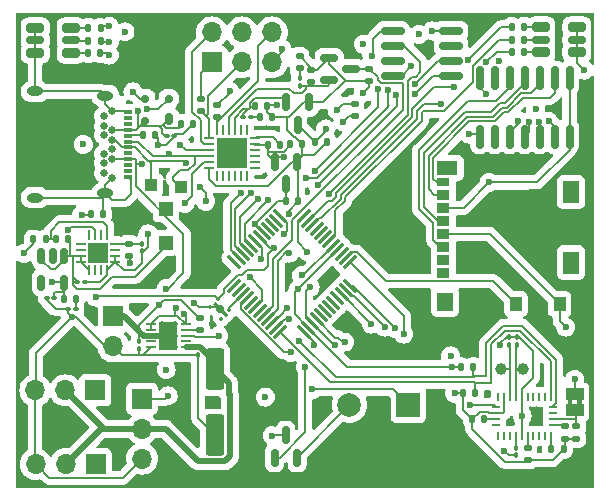
<source format=gtl>
G04 #@! TF.GenerationSoftware,KiCad,Pcbnew,8.0.5*
G04 #@! TF.CreationDate,2024-11-06T19:49:11-08:00*
G04 #@! TF.ProjectId,Vanguard_new,56616e67-7561-4726-945f-6e65772e6b69,rev?*
G04 #@! TF.SameCoordinates,Original*
G04 #@! TF.FileFunction,Copper,L1,Top*
G04 #@! TF.FilePolarity,Positive*
%FSLAX46Y46*%
G04 Gerber Fmt 4.6, Leading zero omitted, Abs format (unit mm)*
G04 Created by KiCad (PCBNEW 8.0.5) date 2024-11-06 19:49:11*
%MOMM*%
%LPD*%
G01*
G04 APERTURE LIST*
G04 Aperture macros list*
%AMRoundRect*
0 Rectangle with rounded corners*
0 $1 Rounding radius*
0 $2 $3 $4 $5 $6 $7 $8 $9 X,Y pos of 4 corners*
0 Add a 4 corners polygon primitive as box body*
4,1,4,$2,$3,$4,$5,$6,$7,$8,$9,$2,$3,0*
0 Add four circle primitives for the rounded corners*
1,1,$1+$1,$2,$3*
1,1,$1+$1,$4,$5*
1,1,$1+$1,$6,$7*
1,1,$1+$1,$8,$9*
0 Add four rect primitives between the rounded corners*
20,1,$1+$1,$2,$3,$4,$5,0*
20,1,$1+$1,$4,$5,$6,$7,0*
20,1,$1+$1,$6,$7,$8,$9,0*
20,1,$1+$1,$8,$9,$2,$3,0*%
%AMFreePoly0*
4,1,13,0.320000,0.125000,0.700000,0.125000,0.700000,-0.125000,0.320000,-0.125000,0.200000,-0.350000,-0.200000,-0.350000,-0.320000,-0.125000,-0.850000,-0.125000,-0.850000,0.125000,-0.320000,0.125000,-0.200000,0.350000,0.200000,0.350000,0.320000,0.125000,0.320000,0.125000,$1*%
G04 Aperture macros list end*
G04 #@! TA.AperFunction,EtchedComponent*
%ADD10C,0.000000*%
G04 #@! TD*
G04 #@! TA.AperFunction,SMDPad,CuDef*
%ADD11RoundRect,0.100000X0.100000X-0.130000X0.100000X0.130000X-0.100000X0.130000X-0.100000X-0.130000X0*%
G04 #@! TD*
G04 #@! TA.AperFunction,SMDPad,CuDef*
%ADD12R,0.700000X0.300000*%
G04 #@! TD*
G04 #@! TA.AperFunction,ComponentPad*
%ADD13C,0.650000*%
G04 #@! TD*
G04 #@! TA.AperFunction,ComponentPad*
%ADD14O,1.400000X0.800000*%
G04 #@! TD*
G04 #@! TA.AperFunction,SMDPad,CuDef*
%ADD15RoundRect,0.135000X-0.185000X0.135000X-0.185000X-0.135000X0.185000X-0.135000X0.185000X0.135000X0*%
G04 #@! TD*
G04 #@! TA.AperFunction,SMDPad,CuDef*
%ADD16RoundRect,0.150000X-0.825000X-0.150000X0.825000X-0.150000X0.825000X0.150000X-0.825000X0.150000X0*%
G04 #@! TD*
G04 #@! TA.AperFunction,SMDPad,CuDef*
%ADD17RoundRect,0.135000X0.135000X0.185000X-0.135000X0.185000X-0.135000X-0.185000X0.135000X-0.185000X0*%
G04 #@! TD*
G04 #@! TA.AperFunction,SMDPad,CuDef*
%ADD18RoundRect,0.100000X-0.130000X-0.100000X0.130000X-0.100000X0.130000X0.100000X-0.130000X0.100000X0*%
G04 #@! TD*
G04 #@! TA.AperFunction,SMDPad,CuDef*
%ADD19R,1.000000X1.000000*%
G04 #@! TD*
G04 #@! TA.AperFunction,SMDPad,CuDef*
%ADD20RoundRect,0.135000X0.185000X-0.135000X0.185000X0.135000X-0.185000X0.135000X-0.185000X-0.135000X0*%
G04 #@! TD*
G04 #@! TA.AperFunction,SMDPad,CuDef*
%ADD21RoundRect,0.135000X-0.135000X-0.185000X0.135000X-0.185000X0.135000X0.185000X-0.135000X0.185000X0*%
G04 #@! TD*
G04 #@! TA.AperFunction,SMDPad,CuDef*
%ADD22RoundRect,0.075000X-0.415425X-0.521491X0.521491X0.415425X0.415425X0.521491X-0.521491X-0.415425X0*%
G04 #@! TD*
G04 #@! TA.AperFunction,SMDPad,CuDef*
%ADD23RoundRect,0.075000X0.415425X-0.521491X0.521491X-0.415425X-0.415425X0.521491X-0.521491X0.415425X0*%
G04 #@! TD*
G04 #@! TA.AperFunction,ComponentPad*
%ADD24R,1.700000X1.700000*%
G04 #@! TD*
G04 #@! TA.AperFunction,ComponentPad*
%ADD25O,1.700000X1.700000*%
G04 #@! TD*
G04 #@! TA.AperFunction,SMDPad,CuDef*
%ADD26RoundRect,0.175000X0.175000X0.325000X-0.175000X0.325000X-0.175000X-0.325000X0.175000X-0.325000X0*%
G04 #@! TD*
G04 #@! TA.AperFunction,SMDPad,CuDef*
%ADD27RoundRect,0.150000X0.200000X0.150000X-0.200000X0.150000X-0.200000X-0.150000X0.200000X-0.150000X0*%
G04 #@! TD*
G04 #@! TA.AperFunction,SMDPad,CuDef*
%ADD28RoundRect,0.160000X-0.565000X-0.240000X0.565000X-0.240000X0.565000X0.240000X-0.565000X0.240000X0*%
G04 #@! TD*
G04 #@! TA.AperFunction,SMDPad,CuDef*
%ADD29RoundRect,0.120000X-0.605000X-0.180000X0.605000X-0.180000X0.605000X0.180000X-0.605000X0.180000X0*%
G04 #@! TD*
G04 #@! TA.AperFunction,SMDPad,CuDef*
%ADD30RoundRect,0.062500X0.123744X-0.035355X-0.035355X0.123744X-0.123744X0.035355X0.035355X-0.123744X0*%
G04 #@! TD*
G04 #@! TA.AperFunction,SMDPad,CuDef*
%ADD31FreePoly0,135.000000*%
G04 #@! TD*
G04 #@! TA.AperFunction,SMDPad,CuDef*
%ADD32R,0.254000X0.675000*%
G04 #@! TD*
G04 #@! TA.AperFunction,SMDPad,CuDef*
%ADD33R,0.675000X0.254000*%
G04 #@! TD*
G04 #@! TA.AperFunction,SMDPad,CuDef*
%ADD34RoundRect,0.150000X-0.150000X0.587500X-0.150000X-0.587500X0.150000X-0.587500X0.150000X0.587500X0*%
G04 #@! TD*
G04 #@! TA.AperFunction,SMDPad,CuDef*
%ADD35R,1.100000X0.850000*%
G04 #@! TD*
G04 #@! TA.AperFunction,SMDPad,CuDef*
%ADD36R,1.100000X0.750000*%
G04 #@! TD*
G04 #@! TA.AperFunction,SMDPad,CuDef*
%ADD37R,1.000000X1.200000*%
G04 #@! TD*
G04 #@! TA.AperFunction,SMDPad,CuDef*
%ADD38R,1.350000X1.550000*%
G04 #@! TD*
G04 #@! TA.AperFunction,SMDPad,CuDef*
%ADD39R,1.350000X1.900000*%
G04 #@! TD*
G04 #@! TA.AperFunction,SMDPad,CuDef*
%ADD40R,1.800000X1.170000*%
G04 #@! TD*
G04 #@! TA.AperFunction,SMDPad,CuDef*
%ADD41RoundRect,0.100000X-0.100000X0.130000X-0.100000X-0.130000X0.100000X-0.130000X0.100000X0.130000X0*%
G04 #@! TD*
G04 #@! TA.AperFunction,SMDPad,CuDef*
%ADD42RoundRect,0.062500X-0.062500X0.350000X-0.062500X-0.350000X0.062500X-0.350000X0.062500X0.350000X0*%
G04 #@! TD*
G04 #@! TA.AperFunction,SMDPad,CuDef*
%ADD43RoundRect,0.062500X-0.350000X0.062500X-0.350000X-0.062500X0.350000X-0.062500X0.350000X0.062500X0*%
G04 #@! TD*
G04 #@! TA.AperFunction,HeatsinkPad*
%ADD44R,1.700000X1.700000*%
G04 #@! TD*
G04 #@! TA.AperFunction,ComponentPad*
%ADD45C,1.000000*%
G04 #@! TD*
G04 #@! TA.AperFunction,SMDPad,CuDef*
%ADD46RoundRect,0.150000X-0.150000X0.512500X-0.150000X-0.512500X0.150000X-0.512500X0.150000X0.512500X0*%
G04 #@! TD*
G04 #@! TA.AperFunction,SMDPad,CuDef*
%ADD47R,1.500000X1.000000*%
G04 #@! TD*
G04 #@! TA.AperFunction,SMDPad,CuDef*
%ADD48RoundRect,0.150000X-0.150000X0.825000X-0.150000X-0.825000X0.150000X-0.825000X0.150000X0.825000X0*%
G04 #@! TD*
G04 #@! TA.AperFunction,SMDPad,CuDef*
%ADD49RoundRect,0.147500X-0.172500X0.147500X-0.172500X-0.147500X0.172500X-0.147500X0.172500X0.147500X0*%
G04 #@! TD*
G04 #@! TA.AperFunction,SMDPad,CuDef*
%ADD50RoundRect,0.150000X-0.587500X-0.150000X0.587500X-0.150000X0.587500X0.150000X-0.587500X0.150000X0*%
G04 #@! TD*
G04 #@! TA.AperFunction,SMDPad,CuDef*
%ADD51R,1.200000X1.200000*%
G04 #@! TD*
G04 #@! TA.AperFunction,SMDPad,CuDef*
%ADD52RoundRect,0.150000X0.150000X-0.587500X0.150000X0.587500X-0.150000X0.587500X-0.150000X-0.587500X0*%
G04 #@! TD*
G04 #@! TA.AperFunction,SMDPad,CuDef*
%ADD53RoundRect,0.160000X0.565000X0.240000X-0.565000X0.240000X-0.565000X-0.240000X0.565000X-0.240000X0*%
G04 #@! TD*
G04 #@! TA.AperFunction,SMDPad,CuDef*
%ADD54RoundRect,0.120000X0.605000X0.180000X-0.605000X0.180000X-0.605000X-0.180000X0.605000X-0.180000X0*%
G04 #@! TD*
G04 #@! TA.AperFunction,SMDPad,CuDef*
%ADD55RoundRect,0.062500X0.362500X0.062500X-0.362500X0.062500X-0.362500X-0.062500X0.362500X-0.062500X0*%
G04 #@! TD*
G04 #@! TA.AperFunction,HeatsinkPad*
%ADD56C,0.500000*%
G04 #@! TD*
G04 #@! TA.AperFunction,HeatsinkPad*
%ADD57R,1.650000X2.380000*%
G04 #@! TD*
G04 #@! TA.AperFunction,SMDPad,CuDef*
%ADD58RoundRect,0.062500X0.062500X-0.350000X0.062500X0.350000X-0.062500X0.350000X-0.062500X-0.350000X0*%
G04 #@! TD*
G04 #@! TA.AperFunction,SMDPad,CuDef*
%ADD59RoundRect,0.062500X0.350000X-0.062500X0.350000X0.062500X-0.350000X0.062500X-0.350000X-0.062500X0*%
G04 #@! TD*
G04 #@! TA.AperFunction,HeatsinkPad*
%ADD60R,2.600000X2.600000*%
G04 #@! TD*
G04 #@! TA.AperFunction,ComponentPad*
%ADD61R,2.000000X2.000000*%
G04 #@! TD*
G04 #@! TA.AperFunction,ComponentPad*
%ADD62C,2.000000*%
G04 #@! TD*
G04 #@! TA.AperFunction,SMDPad,CuDef*
%ADD63RoundRect,0.100000X0.130000X0.100000X-0.130000X0.100000X-0.130000X-0.100000X0.130000X-0.100000X0*%
G04 #@! TD*
G04 #@! TA.AperFunction,SMDPad,CuDef*
%ADD64RoundRect,0.250000X-0.550000X1.500000X-0.550000X-1.500000X0.550000X-1.500000X0.550000X1.500000X0*%
G04 #@! TD*
G04 #@! TA.AperFunction,ViaPad*
%ADD65C,0.600000*%
G04 #@! TD*
G04 #@! TA.AperFunction,Conductor*
%ADD66C,0.200000*%
G04 #@! TD*
G04 #@! TA.AperFunction,Conductor*
%ADD67C,0.500000*%
G04 #@! TD*
G04 APERTURE END LIST*
D10*
G04 #@! TA.AperFunction,EtchedComponent*
G36*
X189882500Y-126970000D02*
G01*
X189482500Y-126970000D01*
X189482500Y-126470000D01*
X189882500Y-126470000D01*
X189882500Y-126970000D01*
G37*
G04 #@! TD.AperFunction*
G04 #@! TA.AperFunction,EtchedComponent*
G36*
X190682500Y-126970000D02*
G01*
X190282500Y-126970000D01*
X190282500Y-126470000D01*
X190682500Y-126470000D01*
X190682500Y-126970000D01*
G37*
G04 #@! TD.AperFunction*
D11*
X166790000Y-99937500D03*
X166790000Y-99297500D03*
D12*
X152250000Y-102167500D03*
X152250000Y-102667500D03*
X152250000Y-103167500D03*
X152250000Y-103667500D03*
X152250000Y-104167500D03*
X152250000Y-104667500D03*
X152250000Y-105167500D03*
X152250000Y-105667500D03*
X152250000Y-106167500D03*
X152250000Y-106667500D03*
X152250000Y-107167500D03*
X152250000Y-107667500D03*
D13*
X150940000Y-107717500D03*
X150240000Y-107317500D03*
X150240000Y-106517500D03*
X150940000Y-106117500D03*
X150240000Y-105717500D03*
X150940000Y-105317500D03*
X150940000Y-104517500D03*
X150240000Y-104117500D03*
X150940000Y-103717500D03*
X150240000Y-103317500D03*
X150240000Y-102517500D03*
X150940000Y-102117500D03*
D14*
X144390000Y-100427500D03*
X150340000Y-100787500D03*
X150340000Y-109047500D03*
X144390000Y-109407500D03*
D15*
X159820000Y-101597500D03*
X159820000Y-102617500D03*
D16*
X174670000Y-95280000D03*
X174670000Y-96550000D03*
X174670000Y-97820000D03*
X174670000Y-99090000D03*
X179620000Y-99090000D03*
X179620000Y-97820000D03*
X179620000Y-96550000D03*
X179620000Y-95280000D03*
D17*
X149940000Y-95060000D03*
X148920000Y-95060000D03*
D18*
X147205000Y-118832500D03*
X147845000Y-118832500D03*
D19*
X154250000Y-108317500D03*
D20*
X172660000Y-99527500D03*
X172660000Y-98507500D03*
D21*
X188122500Y-130700000D03*
X189142500Y-130700000D03*
D17*
X145285000Y-112952500D03*
X144265000Y-112952500D03*
X165160000Y-104917500D03*
X164140000Y-104917500D03*
D22*
X161282124Y-116888788D03*
X161635678Y-117242342D03*
X161989231Y-117595895D03*
X162342785Y-117949449D03*
X162696338Y-118303002D03*
X163049891Y-118656555D03*
X163403445Y-119010109D03*
X163756998Y-119363662D03*
X164110551Y-119717215D03*
X164464105Y-120070769D03*
X164817658Y-120424322D03*
X165171212Y-120777876D03*
D23*
X167168788Y-120777876D03*
X167522342Y-120424322D03*
X167875895Y-120070769D03*
X168229449Y-119717215D03*
X168583002Y-119363662D03*
X168936555Y-119010109D03*
X169290109Y-118656555D03*
X169643662Y-118303002D03*
X169997215Y-117949449D03*
X170350769Y-117595895D03*
X170704322Y-117242342D03*
X171057876Y-116888788D03*
D22*
X171057876Y-114891212D03*
X170704322Y-114537658D03*
X170350769Y-114184105D03*
X169997215Y-113830551D03*
X169643662Y-113476998D03*
X169290109Y-113123445D03*
X168936555Y-112769891D03*
X168583002Y-112416338D03*
X168229449Y-112062785D03*
X167875895Y-111709231D03*
X167522342Y-111355678D03*
X167168788Y-111002124D03*
D23*
X165171212Y-111002124D03*
X164817658Y-111355678D03*
X164464105Y-111709231D03*
X164110551Y-112062785D03*
X163756998Y-112416338D03*
X163403445Y-112769891D03*
X163049891Y-113123445D03*
X162696338Y-113476998D03*
X162342785Y-113830551D03*
X161989231Y-114184105D03*
X161635678Y-114537658D03*
X161282124Y-114891212D03*
D18*
X162027500Y-102557500D03*
X162667500Y-102557500D03*
D21*
X180610000Y-125950000D03*
X181630000Y-125950000D03*
X180470000Y-123770000D03*
X181490000Y-123770000D03*
D24*
X159365000Y-97962500D03*
D25*
X159365000Y-95422500D03*
X161905000Y-97962500D03*
X161905000Y-95422500D03*
X164445000Y-97962500D03*
X164445000Y-95422500D03*
D17*
X147175000Y-112952500D03*
X146155000Y-112952500D03*
D26*
X155720000Y-102727500D03*
D27*
X155720000Y-101027500D03*
X153720000Y-101027500D03*
X153720000Y-102927500D03*
D28*
X187230000Y-94980000D03*
D29*
X187230000Y-96030000D03*
D28*
X187230000Y-97080000D03*
X190280000Y-97080000D03*
D29*
X190280000Y-96030000D03*
D28*
X190280000Y-94980000D03*
D17*
X185775000Y-96030000D03*
X184755000Y-96030000D03*
D24*
X153460000Y-126440000D03*
D25*
X153460000Y-128980000D03*
X153460000Y-131520000D03*
D17*
X164077500Y-101617500D03*
X163057500Y-101617500D03*
D30*
X160153744Y-119650850D03*
D31*
X160030000Y-118820000D03*
D30*
X160860850Y-118943744D03*
X159906256Y-117989150D03*
X159199150Y-118696256D03*
D21*
X146835000Y-117992500D03*
X147855000Y-117992500D03*
D32*
X183592500Y-126267500D03*
D33*
X183455000Y-127180000D03*
X183455000Y-127680000D03*
X183455000Y-128180000D03*
X183455000Y-128680000D03*
D32*
X183592500Y-129592500D03*
X184092500Y-129592500D03*
X184592500Y-129592500D03*
X185092500Y-129592500D03*
X185592500Y-129592500D03*
X186092500Y-129592500D03*
X186592500Y-129592500D03*
X187092500Y-129592500D03*
X187592500Y-129592500D03*
X188092500Y-129592500D03*
D33*
X188230000Y-128680000D03*
X188230000Y-128180000D03*
X188230000Y-127680000D03*
X188230000Y-127180000D03*
D32*
X188092500Y-126267500D03*
X187592500Y-126267500D03*
X187092500Y-126267500D03*
X186592500Y-126267500D03*
X186092500Y-126267500D03*
X185592500Y-126267500D03*
X185092500Y-126267500D03*
X184592500Y-126267500D03*
X184092500Y-126267500D03*
D15*
X166790000Y-97442500D03*
X166790000Y-98462500D03*
D11*
X184522500Y-121857500D03*
X184522500Y-121217500D03*
D34*
X167582500Y-101350000D03*
X165682500Y-101350000D03*
X166632500Y-103225000D03*
D35*
X178960000Y-115775000D03*
X178960000Y-114675000D03*
X178960000Y-113575000D03*
X178960000Y-112475000D03*
X178960000Y-111375000D03*
X178960000Y-110275000D03*
X178960000Y-109175000D03*
D36*
X178960000Y-108125000D03*
D37*
X185110000Y-118410000D03*
X188810000Y-118410000D03*
D38*
X179085000Y-118235000D03*
D39*
X189785000Y-114910000D03*
X189785000Y-108940000D03*
D40*
X179310000Y-106915000D03*
D41*
X158207500Y-122065000D03*
X158207500Y-122705000D03*
D42*
X150480000Y-112615000D03*
X149980000Y-112615000D03*
X149480000Y-112615000D03*
X148980000Y-112615000D03*
D43*
X148267500Y-113327500D03*
X148267500Y-113827500D03*
X148267500Y-114327500D03*
X148267500Y-114827500D03*
D42*
X148980000Y-115540000D03*
X149480000Y-115540000D03*
X149980000Y-115540000D03*
X150480000Y-115540000D03*
D43*
X151192500Y-114827500D03*
X151192500Y-114327500D03*
X151192500Y-113827500D03*
X151192500Y-113327500D03*
D44*
X149730000Y-114077500D03*
D15*
X152335000Y-113342500D03*
X152335000Y-114362500D03*
D21*
X153540000Y-104147500D03*
X154560000Y-104147500D03*
D17*
X149940000Y-96120000D03*
X148920000Y-96120000D03*
D11*
X185222500Y-121852500D03*
X185222500Y-121212500D03*
D45*
X185732500Y-123947500D03*
X183832500Y-123947500D03*
D17*
X167040000Y-104907500D03*
X166020000Y-104907500D03*
D46*
X146835000Y-114335000D03*
X145885000Y-114335000D03*
X144935000Y-114335000D03*
X144935000Y-116610000D03*
X146835000Y-116610000D03*
D17*
X185785000Y-97080000D03*
X184765000Y-97080000D03*
D15*
X189292500Y-128790000D03*
X189292500Y-129810000D03*
D21*
X181412500Y-128190000D03*
X182432500Y-128190000D03*
D47*
X190082500Y-126070000D03*
X190082500Y-127370000D03*
D41*
X153197500Y-121575000D03*
X153197500Y-122215000D03*
D48*
X189655000Y-99292500D03*
X188385000Y-99292500D03*
X187115000Y-99292500D03*
X185845000Y-99292500D03*
X184575000Y-99292500D03*
X183305000Y-99292500D03*
X182035000Y-99292500D03*
X182035000Y-104242500D03*
X183305000Y-104242500D03*
X184575000Y-104242500D03*
X185845000Y-104242500D03*
X187115000Y-104242500D03*
X188385000Y-104242500D03*
X189655000Y-104242500D03*
D49*
X158350000Y-119625000D03*
X158350000Y-120595000D03*
D50*
X169312500Y-97555000D03*
X169312500Y-99455000D03*
X171187500Y-98505000D03*
D17*
X164500000Y-102557500D03*
X163480000Y-102557500D03*
X169110000Y-104707500D03*
X168090000Y-104707500D03*
D15*
X167770000Y-98617500D03*
X167770000Y-99637500D03*
D17*
X166670000Y-109737500D03*
X165650000Y-109737500D03*
D24*
X151037500Y-119480000D03*
D25*
X151037500Y-122020000D03*
D51*
X155460000Y-113220000D03*
X155460000Y-110420000D03*
D34*
X166580000Y-106377500D03*
X164680000Y-106377500D03*
X165630000Y-108252500D03*
D52*
X164680000Y-131427500D03*
X166580000Y-131427500D03*
X165630000Y-129552500D03*
D21*
X156760000Y-103177500D03*
X157780000Y-103177500D03*
X149110000Y-110837500D03*
X150130000Y-110837500D03*
D20*
X190232500Y-129810000D03*
X190232500Y-128790000D03*
D24*
X149530000Y-131980000D03*
D25*
X146990000Y-131980000D03*
X144450000Y-131980000D03*
D53*
X147465000Y-97160000D03*
D54*
X147465000Y-96110000D03*
D53*
X147465000Y-95060000D03*
X144415000Y-95060000D03*
D54*
X144415000Y-96110000D03*
D53*
X144415000Y-97160000D03*
D17*
X149930000Y-97160000D03*
X148910000Y-97160000D03*
D55*
X157137500Y-122090000D03*
X157137500Y-121590000D03*
X157137500Y-121090000D03*
X157137500Y-120590000D03*
X157137500Y-120090000D03*
X154237500Y-120090000D03*
X154237500Y-120590000D03*
X154237500Y-121090000D03*
X154237500Y-121590000D03*
X154237500Y-122090000D03*
D56*
X156262500Y-122030000D03*
X156262500Y-121090000D03*
X156262500Y-120150000D03*
D57*
X155687500Y-121090000D03*
D56*
X155112500Y-122030000D03*
X155112500Y-121090000D03*
X155112500Y-120150000D03*
D58*
X159820000Y-107585000D03*
X160320000Y-107585000D03*
X160820000Y-107585000D03*
X161320000Y-107585000D03*
X161820000Y-107585000D03*
X162320000Y-107585000D03*
D59*
X163007500Y-106897500D03*
X163007500Y-106397500D03*
X163007500Y-105897500D03*
X163007500Y-105397500D03*
X163007500Y-104897500D03*
X163007500Y-104397500D03*
D58*
X162320000Y-103710000D03*
X161820000Y-103710000D03*
X161320000Y-103710000D03*
X160820000Y-103710000D03*
X160320000Y-103710000D03*
X159820000Y-103710000D03*
D59*
X159132500Y-104397500D03*
X159132500Y-104897500D03*
X159132500Y-105397500D03*
X159132500Y-105897500D03*
X159132500Y-106397500D03*
X159132500Y-106897500D03*
D60*
X161070000Y-105647500D03*
D15*
X186092500Y-130610000D03*
X186092500Y-131630000D03*
D19*
X156740000Y-108537500D03*
D24*
X149500000Y-125730000D03*
D25*
X146960000Y-125730000D03*
X144420000Y-125730000D03*
D41*
X153460000Y-113335000D03*
X153460000Y-113975000D03*
D18*
X155545000Y-104220000D03*
X156185000Y-104220000D03*
D61*
X176010785Y-126990000D03*
D62*
X171010785Y-126990000D03*
D20*
X171460000Y-102490000D03*
X171460000Y-101470000D03*
D63*
X146025000Y-117882500D03*
X145385000Y-117882500D03*
D15*
X158450000Y-101047500D03*
X158450000Y-102067500D03*
D41*
X185092500Y-130590000D03*
X185092500Y-131230000D03*
D17*
X185785000Y-94980000D03*
X184765000Y-94980000D03*
D18*
X147975000Y-116572500D03*
X148615000Y-116572500D03*
D64*
X159627500Y-123935000D03*
X159627500Y-129535000D03*
D65*
X154770000Y-104987500D03*
X184110000Y-130850000D03*
X167682115Y-116994181D03*
X186780000Y-101890000D03*
X166972365Y-116006871D03*
X190910000Y-98610000D03*
X153960000Y-112480000D03*
X173880000Y-121430000D03*
X172190000Y-96420000D03*
X185640000Y-127870000D03*
X163900000Y-126300000D03*
X190100000Y-124800000D03*
X176220000Y-98310000D03*
X164470000Y-129560000D03*
X157031985Y-119228015D03*
X157090000Y-109900000D03*
X157890000Y-118315000D03*
X182610000Y-100634315D03*
X159940000Y-121110000D03*
X179590000Y-122810000D03*
X152010000Y-95380000D03*
X163540000Y-114643918D03*
X183789265Y-121916765D03*
X143480000Y-114140000D03*
X176900000Y-95590000D03*
X183720000Y-97830000D03*
X181200000Y-126960000D03*
X189340000Y-120380000D03*
X165300000Y-96817500D03*
X147190000Y-112132500D03*
X145920000Y-114300000D03*
X156317500Y-118765000D03*
X148480000Y-104910000D03*
X155500000Y-123970000D03*
X147542883Y-119508658D03*
X169808275Y-121861725D03*
X153100002Y-102110000D03*
X154879057Y-118509057D03*
X153441985Y-106608015D03*
X155510000Y-117115000D03*
X179930000Y-125980000D03*
X160870000Y-100400000D03*
X149550000Y-117840000D03*
X165885735Y-110775735D03*
X172180000Y-100540000D03*
X164650735Y-113670735D03*
X166668883Y-117158883D03*
X164882501Y-101597500D03*
X179710000Y-123750000D03*
X178040000Y-95300000D03*
X145800000Y-116570000D03*
X181142500Y-104030000D03*
X182830000Y-108130000D03*
X155742260Y-105693922D03*
X153890000Y-101937500D03*
X152690000Y-100457500D03*
X156710000Y-104927500D03*
X157140000Y-106497500D03*
X169960000Y-101980000D03*
X163013225Y-111672565D03*
X165909265Y-114109265D03*
X169000000Y-103600000D03*
X149730000Y-114077500D03*
X152460000Y-114980000D03*
X166760933Y-121519067D03*
X166062403Y-122517597D03*
X155672720Y-126192722D03*
X165495735Y-112480000D03*
X172920000Y-97390000D03*
X161848917Y-109013024D03*
X168057868Y-107123603D03*
X173419835Y-100242230D03*
X168315735Y-108345735D03*
X176545000Y-100650000D03*
X163310000Y-109530000D03*
X174945000Y-100720000D03*
X185291986Y-102905558D03*
X172870000Y-120130000D03*
X174910000Y-120490000D03*
X187040000Y-103020000D03*
X167287403Y-123742597D03*
X170610000Y-121640000D03*
X164150000Y-109620000D03*
X169269265Y-109089265D03*
X186220735Y-102990735D03*
X174000000Y-120380000D03*
X187880000Y-102970000D03*
X175610000Y-120970000D03*
X162712970Y-108997500D03*
X176583518Y-99762953D03*
X174270388Y-100290000D03*
X167350000Y-107745735D03*
X168015198Y-121924802D03*
X162560000Y-116160000D03*
X150680000Y-97340000D03*
X167460000Y-113980000D03*
X150700000Y-94920000D03*
X158340000Y-108542943D03*
X165931498Y-119678990D03*
X158850000Y-109730000D03*
X182597680Y-97962798D03*
X178753554Y-101464973D03*
X150680000Y-96210000D03*
X165740000Y-118800000D03*
X181094999Y-97768421D03*
X179871642Y-100041642D03*
X160790000Y-125980000D03*
X167887403Y-125650000D03*
X148340000Y-110867500D03*
X165460000Y-105980000D03*
X170460000Y-102980000D03*
D66*
X190222500Y-128180000D02*
X190232500Y-128190000D01*
X188230000Y-128180000D02*
X190222500Y-128180000D01*
X190232500Y-128190000D02*
X190232500Y-127520000D01*
X190232500Y-128790000D02*
X190232500Y-128190000D01*
X190232500Y-127520000D02*
X190082500Y-127370000D01*
X153627500Y-122700000D02*
X153237500Y-122700000D01*
X184522500Y-121217500D02*
X185217500Y-121217500D01*
X150890000Y-109597500D02*
X150340000Y-109047500D01*
X156227500Y-119405000D02*
X154922500Y-119405000D01*
X144415000Y-97160000D02*
X144415000Y-100402500D01*
X144450000Y-131970000D02*
X144420000Y-131940000D01*
X144390000Y-100427500D02*
X149980000Y-100427500D01*
X147205000Y-118832500D02*
X147205000Y-119170775D01*
X152515000Y-109112500D02*
X152030000Y-109597500D01*
X185592500Y-126185000D02*
X185592500Y-125620500D01*
X175440000Y-99090000D02*
X176220000Y-98310000D01*
X149980000Y-100427500D02*
X150340000Y-100787500D01*
X190082500Y-126070000D02*
X190082500Y-124817500D01*
X149480000Y-112188114D02*
X149194386Y-111902500D01*
X183455000Y-127180000D02*
X183235000Y-126960000D01*
X188810000Y-119850000D02*
X189340000Y-120380000D01*
X157915552Y-121190000D02*
X159860000Y-121190000D01*
X157137500Y-120090000D02*
X156452500Y-119405000D01*
X167331488Y-119526362D02*
X167875895Y-120070769D01*
X156227500Y-119405000D02*
X156227500Y-118855000D01*
X150130000Y-110837500D02*
X150130000Y-109257500D01*
X158705614Y-106397500D02*
X157698569Y-107404545D01*
X144390000Y-109407500D02*
X149980000Y-109407500D01*
X149980000Y-109407500D02*
X150340000Y-109047500D01*
X152030000Y-109597500D02*
X150890000Y-109597500D01*
X190280000Y-94980000D02*
X190280000Y-97080000D01*
X150357500Y-122020000D02*
X147846158Y-119508658D01*
X150130000Y-109257500D02*
X150340000Y-109047500D01*
X183235000Y-126960000D02*
X181200000Y-126960000D01*
X158271256Y-118696256D02*
X157890000Y-118315000D01*
X158207500Y-122705000D02*
X153667500Y-122705000D01*
X144450000Y-131980000D02*
X144450000Y-131970000D01*
X157137500Y-121090000D02*
X157815552Y-121090000D01*
X151037500Y-122020000D02*
X150357500Y-122020000D01*
X159906256Y-118696256D02*
X160030000Y-118820000D01*
X153618456Y-113975000D02*
X153460000Y-113975000D01*
X165630000Y-129552500D02*
X164477500Y-129552500D01*
X153460000Y-131520000D02*
X151850000Y-133130000D01*
X150940000Y-102117500D02*
X152200000Y-102117500D01*
X152250000Y-107667500D02*
X152515000Y-107932500D01*
X154922500Y-119405000D02*
X154237500Y-120090000D01*
X150480000Y-115966886D02*
X150480000Y-115540000D01*
X183789265Y-121750736D02*
X183789265Y-121916765D01*
X145920000Y-114300000D02*
X145885000Y-114335000D01*
X167875895Y-120070769D02*
X169666851Y-121861725D01*
X182035000Y-100059315D02*
X182610000Y-100634315D01*
X185380956Y-121212500D02*
X185222500Y-121212500D01*
X167682115Y-116994181D02*
X167331488Y-117344808D01*
X152200000Y-102117500D02*
X152250000Y-102167500D01*
X147846158Y-119508658D02*
X147542883Y-119508658D01*
X157815552Y-121090000D02*
X157915552Y-121190000D01*
X167113789Y-116006871D02*
X166972365Y-116006871D01*
X185592500Y-127917500D02*
X185592500Y-129592500D01*
X156452500Y-119405000D02*
X156227500Y-119405000D01*
X174670000Y-99090000D02*
X175440000Y-99090000D01*
X185592500Y-125620500D02*
X186532500Y-124680500D01*
X153645000Y-122682500D02*
X153627500Y-122700000D01*
X167331488Y-117344808D02*
X167331488Y-119526362D01*
X151717500Y-122700000D02*
X151037500Y-122020000D01*
X154770000Y-104357500D02*
X154560000Y-104147500D01*
X152860000Y-115580000D02*
X151945000Y-115580000D01*
X178960000Y-112475000D02*
X182875000Y-112475000D01*
X188810000Y-118410000D02*
X188810000Y-119850000D01*
X185092500Y-131230000D02*
X184490000Y-131230000D01*
X153960000Y-113633456D02*
X153618456Y-113975000D01*
X154770000Y-104987500D02*
X154770000Y-104357500D01*
X169643662Y-113476998D02*
X167113789Y-116006871D01*
X184490000Y-131230000D02*
X184110000Y-130850000D01*
X154237500Y-120590000D02*
X154237500Y-120090000D01*
X169666851Y-121861725D02*
X169808275Y-121861725D01*
X145600000Y-133130000D02*
X144450000Y-131980000D01*
X147205000Y-119170775D02*
X147542883Y-119508658D01*
X146135001Y-118832500D02*
X145385000Y-118082499D01*
X156900000Y-104057500D02*
X156190000Y-104057500D01*
X159199150Y-118696256D02*
X159906256Y-118696256D01*
X148615000Y-116572500D02*
X149874386Y-116572500D01*
X144450000Y-122601541D02*
X147542883Y-119508658D01*
X163049891Y-113123445D02*
X163594299Y-113667853D01*
X158207500Y-128115000D02*
X158207500Y-122705000D01*
X159199150Y-118696256D02*
X158271256Y-118696256D01*
X150340000Y-101517500D02*
X150940000Y-102117500D01*
X159627500Y-129535000D02*
X158207500Y-128115000D01*
X182875000Y-112475000D02*
X188810000Y-118410000D01*
X190280000Y-97080000D02*
X190280000Y-97980000D01*
X182035000Y-99292500D02*
X182035000Y-100059315D01*
X144415000Y-95060000D02*
X144415000Y-97160000D01*
X150340000Y-100787500D02*
X150340000Y-101517500D01*
X185217500Y-121217500D02*
X185222500Y-121212500D01*
X151192500Y-114327500D02*
X151192500Y-114827500D01*
X165300000Y-96817500D02*
X165300000Y-97107500D01*
X145385000Y-118082499D02*
X145385000Y-117882500D01*
X157137500Y-119333530D02*
X157031985Y-119228015D01*
X152515000Y-107932500D02*
X152515000Y-109112500D01*
X185640000Y-127870000D02*
X185592500Y-127917500D01*
X157698569Y-107404545D02*
X157698569Y-109291431D01*
X152860000Y-115580000D02*
X153460000Y-114980000D01*
X155459999Y-104987500D02*
X154770000Y-104987500D01*
X151850000Y-133130000D02*
X145600000Y-133130000D01*
X157698569Y-109291431D02*
X157090000Y-109900000D01*
X165300000Y-97107500D02*
X164445000Y-97962500D01*
X149194386Y-111902500D02*
X147420000Y-111902500D01*
X144450000Y-126490000D02*
X144450000Y-122601541D01*
X156227500Y-118855000D02*
X156317500Y-118765000D01*
X163594299Y-114589619D02*
X163540000Y-114643918D01*
X163594299Y-113667853D02*
X163594299Y-114589619D01*
X144420000Y-131940000D02*
X144420000Y-125730000D01*
X150340000Y-108309352D02*
X150935926Y-107713426D01*
X151945000Y-115580000D02*
X151192500Y-114827500D01*
X159132500Y-106397500D02*
X158705614Y-106397500D01*
X186532500Y-124680500D02*
X186532500Y-122364044D01*
X151192500Y-114827500D02*
X150480000Y-115540000D01*
X190082500Y-124817500D02*
X190100000Y-124800000D01*
X144265000Y-113355000D02*
X143480000Y-114140000D01*
X186532500Y-122364044D02*
X185380956Y-121212500D01*
X159860000Y-121190000D02*
X159940000Y-121110000D01*
X149874386Y-116572500D02*
X150480000Y-115966886D01*
X185592500Y-127822500D02*
X185640000Y-127870000D01*
X153460000Y-113975000D02*
X153460000Y-114980000D01*
X190280000Y-97980000D02*
X190910000Y-98610000D01*
X184522500Y-121217500D02*
X184322501Y-121217500D01*
X144265000Y-112952500D02*
X144265000Y-113355000D01*
X164477500Y-129552500D02*
X164470000Y-129560000D01*
X153667500Y-122705000D02*
X153645000Y-122682500D01*
X147205000Y-118832500D02*
X146135001Y-118832500D01*
X153197500Y-122215000D02*
X153197500Y-122660000D01*
X149480000Y-112615000D02*
X149480000Y-112188114D01*
X157137500Y-120090000D02*
X157137500Y-119333530D01*
X184322501Y-121217500D02*
X183789265Y-121750736D01*
X156190000Y-104257499D02*
X155459999Y-104987500D01*
X153197500Y-122660000D02*
X153237500Y-122700000D01*
X144415000Y-100402500D02*
X144390000Y-100427500D01*
X154237500Y-122090000D02*
X153645000Y-122682500D01*
X157780000Y-103177500D02*
X156900000Y-104057500D01*
X156190000Y-104057500D02*
X156190000Y-104257499D01*
X153960000Y-112480000D02*
X153960000Y-113633456D01*
X150340000Y-109047500D02*
X150340000Y-108309352D01*
X153237500Y-122700000D02*
X151717500Y-122700000D01*
X147420000Y-111902500D02*
X147190000Y-112132500D01*
X185592500Y-126267500D02*
X185592500Y-127822500D01*
X152915000Y-106232500D02*
X152850000Y-106167500D01*
X153720000Y-102927500D02*
X153265000Y-103382500D01*
X156760000Y-103325956D02*
X156598456Y-103487500D01*
X152250000Y-103667500D02*
X152980000Y-103667500D01*
X153441985Y-106608015D02*
X152933015Y-106608015D01*
X156767500Y-118115000D02*
X155273114Y-118115000D01*
X150990000Y-103667500D02*
X150940000Y-103717500D01*
D67*
X153537500Y-121085000D02*
X153287500Y-120835000D01*
D66*
X155440000Y-104220000D02*
X155130000Y-103910000D01*
X153113750Y-103533750D02*
X153113750Y-101940455D01*
X152915000Y-106590000D02*
X152915000Y-106232500D01*
X153197500Y-121575000D02*
X153197500Y-120925000D01*
D67*
X151037500Y-119480000D02*
X151932500Y-119480000D01*
D66*
X156598456Y-103487500D02*
X155450000Y-103487500D01*
X152933015Y-106608015D02*
X152915000Y-106590000D01*
X155130000Y-103637500D02*
X154875000Y-103382500D01*
X153113750Y-101940455D02*
X153113750Y-102096252D01*
D67*
X155112500Y-121090000D02*
X153537500Y-121090000D01*
D66*
X155130000Y-103910000D02*
X155130000Y-103637500D01*
X152250000Y-103667500D02*
X150990000Y-103667500D01*
D67*
X151932500Y-119480000D02*
X153187500Y-120735000D01*
D66*
X156960000Y-112480000D02*
X156960000Y-115835000D01*
X150990000Y-106167500D02*
X150940000Y-106117500D01*
X155065000Y-103382500D02*
X154875000Y-103382500D01*
X155273114Y-118115000D02*
X154879057Y-118509057D01*
X153187500Y-120200614D02*
X153187500Y-120735000D01*
X152250000Y-106167500D02*
X150990000Y-106167500D01*
X153537500Y-121090000D02*
X153537500Y-121085000D01*
X153287500Y-120835000D02*
X153187500Y-120735000D01*
X153265000Y-103382500D02*
X153113750Y-103533750D01*
X152915000Y-106590000D02*
X152915000Y-108435000D01*
X153197500Y-120925000D02*
X153287500Y-120835000D01*
X155680000Y-117115000D02*
X155510000Y-117115000D01*
X152850000Y-106167500D02*
X152250000Y-106167500D01*
X152915000Y-108435000D02*
X156960000Y-112480000D01*
X154879057Y-118509057D02*
X153187500Y-120200614D01*
X155545000Y-104220000D02*
X155440000Y-104220000D01*
X156960000Y-115835000D02*
X155680000Y-117115000D01*
X154862500Y-103370000D02*
X153277500Y-103370000D01*
X158277500Y-119625000D02*
X156767500Y-118115000D01*
X155720000Y-102727500D02*
X155205000Y-103242500D01*
D67*
X154237500Y-121090000D02*
X153537500Y-121090000D01*
D66*
X155205000Y-103242500D02*
X155065000Y-103382500D01*
X153113750Y-102096252D02*
X153100002Y-102110000D01*
X156760000Y-103177500D02*
X156760000Y-103325956D01*
X153113750Y-103533750D02*
X152980000Y-103667500D01*
X154875000Y-103382500D02*
X154862500Y-103370000D01*
X155450000Y-103487500D02*
X155205000Y-103242500D01*
X153277500Y-103370000D02*
X153265000Y-103382500D01*
X185092500Y-123977500D02*
X185092500Y-121982500D01*
X185092500Y-126267500D02*
X185092500Y-124060000D01*
X185092500Y-123977500D02*
X185702500Y-123977500D01*
X185092500Y-121982500D02*
X185222500Y-121852500D01*
X185702500Y-123977500D02*
X185732500Y-123947500D01*
X184592500Y-123967500D02*
X184592500Y-121927500D01*
X183832500Y-123947500D02*
X184572500Y-123947500D01*
X184592500Y-121927500D02*
X184522500Y-121857500D01*
X184572500Y-124030000D02*
X184592500Y-124050000D01*
X184592500Y-126267500D02*
X184592500Y-124050000D01*
X152335000Y-113342500D02*
X151207500Y-113342500D01*
X152335000Y-113342500D02*
X153452500Y-113342500D01*
X151207500Y-113342500D02*
X151192500Y-113327500D01*
X153452500Y-113342500D02*
X153460000Y-113335000D01*
X147395000Y-113172500D02*
X147395000Y-114325000D01*
X147535000Y-114335000D02*
X147635000Y-114335000D01*
X147635000Y-116106948D02*
X147635000Y-115722500D01*
X148260000Y-114335000D02*
X148267500Y-114327500D01*
X146835000Y-114335000D02*
X147225000Y-114335000D01*
X147635000Y-115722500D02*
X147635000Y-114335000D01*
X146835000Y-114725000D02*
X146835000Y-114335000D01*
X144935000Y-114688052D02*
X144935000Y-114335000D01*
X150905000Y-116107572D02*
X152898114Y-116107572D01*
X146080000Y-115480000D02*
X146835000Y-114725000D01*
X147635000Y-116852500D02*
X147635000Y-115722500D01*
X147405000Y-114335000D02*
X147535000Y-114335000D01*
X147975000Y-116572500D02*
X147975000Y-116446948D01*
X147395000Y-114325000D02*
X147405000Y-114335000D01*
X150905000Y-116107572D02*
X149860072Y-117152500D01*
X147935000Y-117152500D02*
X147635000Y-116852500D01*
X147635000Y-114335000D02*
X147705000Y-114335000D01*
X149860072Y-117152500D02*
X147935000Y-117152500D01*
X147975000Y-116446948D02*
X147635000Y-116106948D01*
X155460000Y-113545686D02*
X155460000Y-113220000D01*
X147175000Y-112952500D02*
X147395000Y-113172500D01*
X148267500Y-114327500D02*
X148267500Y-114827500D01*
X147705000Y-114335000D02*
X148260000Y-114335000D01*
X145726948Y-115480000D02*
X144935000Y-114688052D01*
X148267500Y-114827500D02*
X148980000Y-115540000D01*
X146080000Y-115480000D02*
X145726948Y-115480000D01*
X152898114Y-116107572D02*
X155460000Y-113545686D01*
X147225000Y-114335000D02*
X147405000Y-114335000D01*
X167129448Y-101350000D02*
X167582500Y-101350000D01*
X180600000Y-127377500D02*
X180600000Y-125960000D01*
X183455000Y-127680000D02*
X182861424Y-127680000D01*
X159132500Y-106897500D02*
X159132500Y-107824386D01*
X189292500Y-129810000D02*
X189292500Y-130550000D01*
X170618052Y-99527500D02*
X168795552Y-101350000D01*
X145800000Y-116570000D02*
X146795000Y-116570000D01*
X169312500Y-98076948D02*
X169312500Y-97555000D01*
X162311471Y-115560000D02*
X163764264Y-115560000D01*
X185962500Y-131760000D02*
X184171471Y-131760000D01*
X164140000Y-114181470D02*
X164650735Y-113670735D01*
X166670000Y-106467500D02*
X166580000Y-106377500D01*
X164140000Y-115184264D02*
X164140000Y-114181470D01*
X182032500Y-127570000D02*
X181412500Y-128190000D01*
X160384163Y-117150353D02*
X161543689Y-115990827D01*
X146835000Y-117442500D02*
X146835000Y-117992500D01*
X178040000Y-95300000D02*
X179600000Y-95300000D01*
X186135000Y-108120000D02*
X186880000Y-108120000D01*
X159705614Y-108397500D02*
X164106948Y-108397500D01*
X170848020Y-123750000D02*
X179710000Y-123750000D01*
X184092500Y-126267500D02*
X184092500Y-127607000D01*
X166420000Y-104287500D02*
X167040000Y-104907500D01*
X169997215Y-113830551D02*
X166668883Y-117158883D01*
X163403445Y-112769891D02*
X164304289Y-113670735D01*
X167040000Y-104907500D02*
X167040000Y-105777500D01*
X178960000Y-110275000D02*
X180685000Y-110275000D01*
X172660000Y-99527500D02*
X172660000Y-100060000D01*
X180450000Y-123750000D02*
X180470000Y-123770000D01*
X166316948Y-104287500D02*
X166420000Y-104287500D01*
X186880000Y-108120000D02*
X189655000Y-105345000D01*
X186092500Y-131630000D02*
X185962500Y-131760000D01*
X165720000Y-102557500D02*
X165720000Y-103690552D01*
X165720000Y-102557500D02*
X165921948Y-102557500D01*
X159906256Y-117989150D02*
X160384163Y-117511243D01*
X179600000Y-95300000D02*
X179620000Y-95280000D01*
X182751424Y-127570000D02*
X182032500Y-127570000D01*
X167522342Y-120424322D02*
X170848020Y-123750000D01*
X184019500Y-127680000D02*
X183455000Y-127680000D01*
X184171471Y-131760000D02*
X181412500Y-129001029D01*
X161543689Y-115990827D02*
X161880644Y-115990827D01*
X164882501Y-101597500D02*
X164097500Y-101597500D01*
X167040000Y-105777500D02*
X167040000Y-105917500D01*
X167770000Y-98422500D02*
X167770000Y-98617500D01*
X189292500Y-130550000D02*
X189142500Y-130700000D01*
X159906256Y-117989150D02*
X159632106Y-117715000D01*
X159632106Y-117715000D02*
X149675000Y-117715000D01*
X180610000Y-125950000D02*
X179960000Y-125950000D01*
X166670000Y-109737500D02*
X166670000Y-106467500D01*
X166390000Y-119291980D02*
X167522342Y-120424322D01*
X182830000Y-108130000D02*
X186125000Y-108130000D01*
X149675000Y-117715000D02*
X149550000Y-117840000D01*
X166390000Y-117437766D02*
X166390000Y-119291980D01*
X188212500Y-131630000D02*
X186092500Y-131630000D01*
X182861424Y-127680000D02*
X182751424Y-127570000D01*
X146055000Y-117442500D02*
X146835000Y-117442500D01*
X164106948Y-108397500D02*
X166126948Y-106377500D01*
X161880644Y-115990827D02*
X162311471Y-115560000D01*
X165885735Y-110775735D02*
X165885735Y-110521765D01*
X184092500Y-127607000D02*
X184019500Y-127680000D01*
X164077500Y-101617500D02*
X164077500Y-102135000D01*
X168040000Y-105777500D02*
X169110000Y-104707500D01*
X181412500Y-129001029D02*
X181412500Y-128190000D01*
X164304289Y-113670735D02*
X164650735Y-113670735D01*
X166790000Y-97442500D02*
X167770000Y-98422500D01*
X170763052Y-99527500D02*
X169312500Y-98076948D01*
X168250000Y-98617500D02*
X169312500Y-97555000D01*
X159132500Y-107824386D02*
X159705614Y-108397500D01*
X186125000Y-108130000D02*
X186135000Y-108120000D01*
X167770000Y-98617500D02*
X168250000Y-98617500D01*
X166668883Y-117158883D02*
X166390000Y-117437766D01*
X170763052Y-99527500D02*
X170618052Y-99527500D01*
X189655000Y-104242500D02*
X189655000Y-99292500D01*
X179710000Y-123750000D02*
X180450000Y-123750000D01*
X190232500Y-129810000D02*
X189292500Y-129810000D01*
X159365000Y-97962500D02*
X158450000Y-98877500D01*
X166126948Y-106377500D02*
X166580000Y-106377500D01*
X165921948Y-102557500D02*
X167129448Y-101350000D01*
X164500000Y-102557500D02*
X165720000Y-102557500D01*
X172660000Y-100060000D02*
X172180000Y-100540000D01*
X165720000Y-103690552D02*
X166316948Y-104287500D01*
X189655000Y-105345000D02*
X189655000Y-104242500D01*
X146025000Y-117472500D02*
X146055000Y-117442500D01*
X146795000Y-116570000D02*
X146835000Y-116610000D01*
X165885735Y-110521765D02*
X166670000Y-109737500D01*
X167040000Y-105777500D02*
X168040000Y-105777500D01*
X160870000Y-100547500D02*
X159820000Y-101597500D01*
X172660000Y-99527500D02*
X170763052Y-99527500D01*
X160870000Y-100400000D02*
X160870000Y-100547500D01*
X189142500Y-130700000D02*
X188212500Y-131630000D01*
X164077500Y-102135000D02*
X164500000Y-102557500D01*
X163764264Y-115560000D02*
X164140000Y-115184264D01*
X167040000Y-105917500D02*
X166580000Y-106377500D01*
X179960000Y-125950000D02*
X179930000Y-125980000D01*
X180600000Y-125960000D02*
X180610000Y-125950000D01*
X158450000Y-98877500D02*
X158450000Y-101047500D01*
X168795552Y-101350000D02*
X167582500Y-101350000D01*
X180685000Y-110275000D02*
X182830000Y-108130000D01*
X181822500Y-104030000D02*
X182035000Y-104242500D01*
X181142500Y-104030000D02*
X181822500Y-104030000D01*
X146025000Y-117882500D02*
X146025000Y-117472500D01*
X146835000Y-116610000D02*
X146835000Y-117442500D01*
X164097500Y-101597500D02*
X164077500Y-101617500D01*
X160384163Y-117511243D02*
X160384163Y-117150353D01*
X181412500Y-128190000D02*
X180600000Y-127377500D01*
X185092500Y-130590000D02*
X185092500Y-129592500D01*
X155742260Y-105693922D02*
X155538682Y-105897500D01*
X155742260Y-105693922D02*
X155945838Y-105897500D01*
X156700000Y-107097500D02*
X157388529Y-107097500D01*
X156090000Y-107887500D02*
X156090000Y-107707500D01*
X154810000Y-101937500D02*
X155720000Y-101027500D01*
X157900000Y-106586029D02*
X157900000Y-105897500D01*
X155538682Y-105897500D02*
X154351076Y-105897500D01*
X153890000Y-101937500D02*
X154810000Y-101937500D01*
X153121076Y-104667500D02*
X152250000Y-104667500D01*
X157388529Y-107097500D02*
X157900000Y-106586029D01*
X155945838Y-105897500D02*
X157900000Y-105897500D01*
X157900000Y-105897500D02*
X159132500Y-105897500D01*
X156740000Y-108537500D02*
X156090000Y-107887500D01*
X154351076Y-105897500D02*
X153121076Y-104667500D01*
X156090000Y-107707500D02*
X156700000Y-107097500D01*
X151130000Y-104517500D02*
X151780000Y-105167500D01*
X157180000Y-105397500D02*
X159132500Y-105397500D01*
X150940000Y-104517500D02*
X151130000Y-104517500D01*
X152850000Y-105167500D02*
X152250000Y-105167500D01*
X154250000Y-106477500D02*
X154070000Y-106297500D01*
X157140000Y-106497500D02*
X156940000Y-106297500D01*
X151780000Y-105167500D02*
X152250000Y-105167500D01*
X154250000Y-108317500D02*
X154250000Y-106477500D01*
X153980000Y-106297500D02*
X152850000Y-105167500D01*
X153260000Y-101027500D02*
X152690000Y-100457500D01*
X154070000Y-106297500D02*
X153980000Y-106297500D01*
X156940000Y-106297500D02*
X154070000Y-106297500D01*
X156710000Y-104927500D02*
X157180000Y-105397500D01*
X153720000Y-101027500D02*
X153260000Y-101027500D01*
X162667500Y-102557500D02*
X163480000Y-102557500D01*
X162260000Y-101947500D02*
X162030000Y-101947500D01*
X165312500Y-100980000D02*
X162997500Y-100980000D01*
X162027500Y-102357501D02*
X162348750Y-102036250D01*
X162027500Y-102557500D02*
X162027500Y-102357501D01*
X162997500Y-100980000D02*
X162578750Y-101398750D01*
X162030000Y-101947500D02*
X161320000Y-102657500D01*
X162578750Y-101806250D02*
X162767501Y-101617500D01*
X165682500Y-101350000D02*
X165312500Y-100980000D01*
X162348750Y-102036250D02*
X162260000Y-101947500D01*
X162578750Y-101398750D02*
X162578750Y-101806250D01*
X161320000Y-102657500D02*
X161320000Y-103710000D01*
X162767501Y-101617500D02*
X163057500Y-101617500D01*
X162348750Y-102036250D02*
X162578750Y-101806250D01*
X166790000Y-98462500D02*
X166790000Y-99297500D01*
X169312500Y-99795000D02*
X169312500Y-99455000D01*
X167300000Y-100254448D02*
X166982500Y-100571948D01*
X167300000Y-99937500D02*
X167300000Y-100254448D01*
X167470000Y-99937500D02*
X169170000Y-99937500D01*
X166282500Y-100571948D02*
X165908052Y-100197500D01*
X169170000Y-99937500D02*
X169312500Y-99795000D01*
X166790000Y-99937500D02*
X167300000Y-99937500D01*
X166982500Y-100571948D02*
X166282500Y-100571948D01*
X165908052Y-100197500D02*
X163214314Y-100197500D01*
X167300000Y-99937500D02*
X167470000Y-99937500D01*
X163214314Y-100197500D02*
X160820000Y-102591814D01*
X167470000Y-99937500D02*
X167770000Y-99637500D01*
X160820000Y-102591814D02*
X160820000Y-103710000D01*
X147855000Y-118822500D02*
X147845000Y-118832500D01*
X147855000Y-117992500D02*
X147855000Y-118822500D01*
X158895000Y-102512500D02*
X159070000Y-102337500D01*
X159132500Y-102750000D02*
X158895000Y-102512500D01*
X158895000Y-102512500D02*
X158450000Y-102067500D01*
X159070000Y-100797500D02*
X161905000Y-97962500D01*
X159132500Y-104397500D02*
X159132500Y-102750000D01*
X159070000Y-102337500D02*
X159070000Y-100797500D01*
X158705614Y-104897500D02*
X158420000Y-104611886D01*
X159132500Y-104897500D02*
X158705614Y-104897500D01*
X158420000Y-104611886D02*
X158420000Y-102878576D01*
X157680000Y-97107500D02*
X159365000Y-95422500D01*
X158420000Y-102878576D02*
X157680000Y-102138576D01*
X157680000Y-102138576D02*
X157680000Y-97107500D01*
X163295000Y-99542500D02*
X163295000Y-96572500D01*
X163295000Y-96572500D02*
X164445000Y-95422500D01*
X159820000Y-102617500D02*
X159820000Y-103017500D01*
X159820000Y-103017500D02*
X163295000Y-99542500D01*
X159820000Y-103017500D02*
X159820000Y-103710000D01*
X165650000Y-109737500D02*
X164968588Y-109737500D01*
X165630000Y-109717500D02*
X165650000Y-109737500D01*
X165630000Y-108252500D02*
X165630000Y-109717500D01*
X171460000Y-101470000D02*
X170470000Y-101470000D01*
X163212590Y-111871930D02*
X163756998Y-112416338D01*
X163013225Y-111672565D02*
X163756998Y-112416338D01*
X170470000Y-101470000D02*
X169960000Y-101980000D01*
X164968588Y-109737500D02*
X163212590Y-111493498D01*
X163212590Y-111493498D02*
X163212590Y-111871930D01*
X184575000Y-100047943D02*
X183388628Y-101234315D01*
X184575000Y-99292500D02*
X184575000Y-100047943D01*
X181095685Y-101234315D02*
X176910000Y-105420000D01*
X176910000Y-110365686D02*
X178110000Y-111565686D01*
X183388628Y-101234315D02*
X181095685Y-101234315D01*
X178645000Y-113575000D02*
X178960000Y-113575000D01*
X178110000Y-111565686D02*
X178110000Y-113040000D01*
X176910000Y-105420000D02*
X176910000Y-110365686D01*
X178110000Y-113040000D02*
X178645000Y-113575000D01*
X188385000Y-100560000D02*
X188385000Y-99292500D01*
X183352500Y-102967500D02*
X184120000Y-102200000D01*
X178110000Y-107800000D02*
X178110000Y-106030000D01*
X178435000Y-108125000D02*
X178110000Y-107800000D01*
X185713872Y-100967500D02*
X187977500Y-100967500D01*
X184120000Y-102200000D02*
X184481372Y-102200000D01*
X181172500Y-102967500D02*
X183352500Y-102967500D01*
X184481372Y-102200000D02*
X185713872Y-100967500D01*
X178110000Y-106030000D02*
X181172500Y-102967500D01*
X187977500Y-100967500D02*
X188385000Y-100560000D01*
X178960000Y-108125000D02*
X178435000Y-108125000D01*
X183186814Y-102567500D02*
X183954314Y-101800000D01*
X185548186Y-100567500D02*
X186366714Y-100567500D01*
X184315686Y-101800000D02*
X185548186Y-100567500D01*
X178960000Y-109175000D02*
X178210000Y-109175000D01*
X186366714Y-100567500D02*
X187115000Y-99819214D01*
X177710000Y-105864314D02*
X181006814Y-102567500D01*
X177710000Y-108675000D02*
X177710000Y-105864314D01*
X187115000Y-99819214D02*
X187115000Y-99292500D01*
X183954314Y-101800000D02*
X184315686Y-101800000D01*
X178210000Y-109175000D02*
X177710000Y-108675000D01*
X181006814Y-102567500D02*
X183186814Y-102567500D01*
X174133912Y-116500000D02*
X171627163Y-113993251D01*
X185110000Y-118410000D02*
X183200000Y-116500000D01*
X183200000Y-116500000D02*
X174133912Y-116500000D01*
X171248729Y-113993251D02*
X170704322Y-114537658D01*
X171627163Y-113993251D02*
X171248729Y-113993251D01*
X177310000Y-105669240D02*
X180811740Y-102167500D01*
X178485000Y-111375000D02*
X177310000Y-110200000D01*
X177310000Y-110200000D02*
X177310000Y-105669240D01*
X180811740Y-102167500D02*
X183021128Y-102167500D01*
X184150000Y-101400000D02*
X185845000Y-99705000D01*
X185845000Y-99705000D02*
X185845000Y-99292500D01*
X183788628Y-101400000D02*
X184150000Y-101400000D01*
X178960000Y-111375000D02*
X178485000Y-111375000D01*
X183021128Y-102167500D02*
X183788628Y-101400000D01*
X164515000Y-104272500D02*
X165160000Y-104917500D01*
X163132500Y-104272500D02*
X164515000Y-104272500D01*
X163007500Y-104397500D02*
X163132500Y-104272500D01*
X166170000Y-113000000D02*
X164540000Y-114630000D01*
X173395000Y-99430552D02*
X173654448Y-99690000D01*
X166170000Y-111340000D02*
X166170000Y-113000000D01*
X172660000Y-98507500D02*
X171190000Y-98507500D01*
X173654448Y-99690000D02*
X175545000Y-99690000D01*
X175545000Y-101965000D02*
X166170000Y-111340000D01*
X164540000Y-114630000D02*
X164540000Y-118580660D01*
X175545000Y-99690000D02*
X175545000Y-101965000D01*
X164540000Y-118580660D02*
X163756998Y-119363662D01*
X173395000Y-99242500D02*
X173395000Y-99430552D01*
X171190000Y-98507500D02*
X171187500Y-98505000D01*
X172660000Y-98507500D02*
X173395000Y-99242500D01*
X169000000Y-103600000D02*
X169000000Y-103797500D01*
X165767843Y-113967843D02*
X165909265Y-114109265D01*
X169000000Y-103797500D02*
X168090000Y-104707500D01*
X164960000Y-114775686D02*
X165767843Y-113967843D01*
X164110551Y-119717215D02*
X164960000Y-118867766D01*
X164960000Y-118867766D02*
X164960000Y-114775686D01*
X166632500Y-103225000D02*
X168090000Y-104682500D01*
X168090000Y-104682500D02*
X168090000Y-104707500D01*
X152460000Y-114487500D02*
X152335000Y-114362500D01*
X152460000Y-114980000D02*
X152460000Y-114487500D01*
X146155000Y-112952500D02*
X145725000Y-112952500D01*
X145725000Y-112231986D02*
X146454486Y-111502500D01*
X146454486Y-111502500D02*
X150185000Y-111502500D01*
X150480000Y-111797500D02*
X150480000Y-112615000D01*
X150185000Y-111502500D02*
X150480000Y-111797500D01*
X145725000Y-112952500D02*
X145285000Y-112952500D01*
X145725000Y-112952500D02*
X145725000Y-112231986D01*
X186092500Y-130610000D02*
X186092500Y-129592500D01*
X188122500Y-129622500D02*
X188092500Y-129592500D01*
X188122500Y-130700000D02*
X188122500Y-129622500D01*
X188230000Y-128680000D02*
X189182500Y-128680000D01*
X189182500Y-128680000D02*
X189292500Y-128790000D01*
X181540000Y-125000000D02*
X169393336Y-125000000D01*
X185490956Y-120682500D02*
X184175000Y-120682500D01*
X169393336Y-125000000D02*
X165171212Y-120777876D01*
X181630000Y-125090000D02*
X182960000Y-125090000D01*
X183020000Y-121837500D02*
X183020000Y-125030000D01*
X184175000Y-120682500D02*
X183020000Y-121837500D01*
X182960000Y-125090000D02*
X183020000Y-125030000D01*
X181630000Y-125090000D02*
X181630000Y-125950000D01*
X188092500Y-126185000D02*
X188092500Y-123284044D01*
X181540000Y-125000000D02*
X181630000Y-125090000D01*
X188092500Y-123284044D02*
X185490956Y-120682500D01*
X169841866Y-124600000D02*
X166760933Y-121519067D01*
X182610000Y-121681814D02*
X182610000Y-124560000D01*
X166062403Y-122517597D02*
X165443685Y-122517597D01*
X165443685Y-122517597D02*
X161798377Y-118872289D01*
X185656642Y-120282500D02*
X184009314Y-120282500D01*
X181582500Y-124560000D02*
X181540000Y-124517500D01*
X188230000Y-127097500D02*
X188519500Y-126808000D01*
X181490000Y-123770000D02*
X181490000Y-124550000D01*
X161798377Y-118872289D02*
X161798377Y-118493857D01*
X184009314Y-120282500D02*
X182610000Y-121681814D01*
X181540000Y-124600000D02*
X169841866Y-124600000D01*
X182610000Y-124560000D02*
X181582500Y-124560000D01*
X188519500Y-123145358D02*
X185656642Y-120282500D01*
X188519500Y-126808000D02*
X188519500Y-123145358D01*
X161798377Y-118493857D02*
X162342785Y-117949449D01*
X181490000Y-124550000D02*
X181540000Y-124600000D01*
X183445000Y-128190000D02*
X183455000Y-128180000D01*
X182432500Y-128190000D02*
X183445000Y-128190000D01*
X165770000Y-112205735D02*
X165770000Y-111600912D01*
X155425442Y-126440000D02*
X155672720Y-126192722D01*
X165495735Y-112480000D02*
X165770000Y-112205735D01*
X165770000Y-111600912D02*
X165171212Y-111002124D01*
X153460000Y-126440000D02*
X155425442Y-126440000D01*
X185775000Y-96030000D02*
X187230000Y-96030000D01*
X161635678Y-114537658D02*
X160951930Y-113853910D01*
X160951930Y-109910011D02*
X161848917Y-109013024D01*
X173000000Y-97310000D02*
X173000000Y-95975001D01*
X173419835Y-101761636D02*
X173419835Y-100242230D01*
X160951930Y-113853910D02*
X160951930Y-109910011D01*
X173000000Y-95975001D02*
X173695001Y-95280000D01*
X168057868Y-107123603D02*
X173419835Y-101761636D01*
X173695001Y-95280000D02*
X174670000Y-95280000D01*
X172920000Y-97390000D02*
X173000000Y-97310000D01*
X161751930Y-111088070D02*
X161751930Y-113239696D01*
X163310000Y-109530000D02*
X161751930Y-111088070D01*
X174945000Y-100720000D02*
X175020000Y-100795000D01*
X175020000Y-100795000D02*
X175020000Y-101641470D01*
X175020000Y-101641470D02*
X168315735Y-108345735D01*
X179620000Y-99090000D02*
X178105000Y-99090000D01*
X178105000Y-99090000D02*
X176545000Y-100650000D01*
X161751930Y-113239696D02*
X162342785Y-113830551D01*
X185785000Y-94980000D02*
X187230000Y-94980000D01*
X187230000Y-97080000D02*
X185785000Y-97080000D01*
X172870000Y-120115126D02*
X172870000Y-120130000D01*
X185291986Y-103179962D02*
X184575000Y-103896948D01*
X170350769Y-117595895D02*
X172870000Y-120115126D01*
X185291986Y-102905558D02*
X185291986Y-103179962D01*
X184575000Y-103896948D02*
X184575000Y-104242500D01*
X187040000Y-103020000D02*
X187040000Y-103256262D01*
X171357317Y-116888788D02*
X174910000Y-120441471D01*
X174910000Y-120441471D02*
X174910000Y-120490000D01*
X187115000Y-103331262D02*
X187115000Y-104242500D01*
X171057876Y-116888788D02*
X171357317Y-116888788D01*
X187040000Y-103256262D02*
X187115000Y-103331262D01*
X170440000Y-121640000D02*
X170061725Y-121261725D01*
X170061725Y-121261725D02*
X169773959Y-121261725D01*
X164680000Y-131427500D02*
X165133052Y-131427500D01*
X167287403Y-129273149D02*
X167287403Y-123742597D01*
X169773959Y-121261725D02*
X168229449Y-119717215D01*
X170610000Y-121640000D02*
X170440000Y-121640000D01*
X165133052Y-131427500D02*
X167287403Y-129273149D01*
X162151930Y-112932590D02*
X162696338Y-113476998D01*
X164150000Y-109620000D02*
X162151930Y-111618070D01*
X176334989Y-99162953D02*
X175945000Y-99552942D01*
X177000000Y-97905001D02*
X177000000Y-98780785D01*
X162151930Y-111618070D02*
X162151930Y-112932590D01*
X177000000Y-98780785D02*
X176617832Y-99162953D01*
X175945000Y-102413530D02*
X169269265Y-109089265D01*
X175644999Y-96550000D02*
X177000000Y-97905001D01*
X175945000Y-99552942D02*
X175945000Y-102413530D01*
X176617832Y-99162953D02*
X176334989Y-99162953D01*
X174670000Y-96550000D02*
X175644999Y-96550000D01*
X166580000Y-131420785D02*
X166580000Y-131427500D01*
X171010785Y-126990000D02*
X166580000Y-131420785D01*
X186220735Y-102990735D02*
X186220735Y-103866765D01*
X171406749Y-117786749D02*
X174000000Y-120380000D01*
X171248729Y-117786749D02*
X171406749Y-117786749D01*
X170704322Y-117242342D02*
X171248729Y-117786749D01*
X186220735Y-103866765D02*
X185845000Y-104242500D01*
X152270000Y-104147500D02*
X152250000Y-104167500D01*
X153540000Y-104147500D02*
X152270000Y-104147500D01*
X148910000Y-97160000D02*
X147465000Y-97160000D01*
X175610000Y-119443336D02*
X175610000Y-120970000D01*
X188385000Y-103475000D02*
X188385000Y-104242500D01*
X171057876Y-114891212D02*
X175610000Y-119443336D01*
X187880000Y-102970000D02*
X188385000Y-103475000D01*
X147475000Y-96120000D02*
X147465000Y-96110000D01*
X148920000Y-96120000D02*
X147475000Y-96120000D01*
X148920000Y-95060000D02*
X147465000Y-95060000D01*
X167350000Y-107745735D02*
X168284265Y-107745735D01*
X176583518Y-99762953D02*
X178526471Y-97820000D01*
X161351930Y-113546804D02*
X161351930Y-110358540D01*
X174370000Y-101660000D02*
X174270388Y-101560388D01*
X161989231Y-114184105D02*
X161351930Y-113546804D01*
X178526471Y-97820000D02*
X179620000Y-97820000D01*
X174270388Y-101560388D02*
X174270388Y-100290000D01*
X161351930Y-110358540D02*
X162712970Y-108997500D01*
X168284265Y-107745735D02*
X174370000Y-101660000D01*
X168015198Y-121924802D02*
X168015198Y-121624286D01*
X168015198Y-121624286D02*
X167168788Y-120777876D01*
X149930000Y-97160000D02*
X150500000Y-97160000D01*
X162560000Y-116160000D02*
X163594299Y-117194299D01*
X163594299Y-117194299D02*
X163594299Y-118182859D01*
X163594299Y-118182859D02*
X163120603Y-118656555D01*
X163120603Y-118656555D02*
X163049891Y-118656555D01*
X150500000Y-97160000D02*
X150680000Y-97340000D01*
X166624381Y-113144381D02*
X166624381Y-111546531D01*
X166624381Y-111546531D02*
X167168788Y-111002124D01*
X167460000Y-113980000D02*
X166624381Y-113144381D01*
X158850000Y-109052943D02*
X158850000Y-109730000D01*
X164817658Y-120424322D02*
X165562990Y-119678990D01*
X150700000Y-94920000D02*
X150080000Y-94920000D01*
X165562990Y-119678990D02*
X165931498Y-119678990D01*
X158340000Y-108542943D02*
X158850000Y-109052943D01*
X150080000Y-94920000D02*
X149940000Y-95060000D01*
X183480478Y-97080000D02*
X182597680Y-97962798D01*
X176745000Y-102040686D02*
X176745000Y-102744902D01*
X170269265Y-109220637D02*
X170269265Y-109503480D01*
X168607921Y-111164824D02*
X168420302Y-111164824D01*
X176745000Y-102744902D02*
X170269265Y-109220637D01*
X168420302Y-111164824D02*
X167875895Y-111709231D01*
X177320713Y-101464973D02*
X176745000Y-102040686D01*
X178753554Y-101464973D02*
X177320713Y-101464973D01*
X170269265Y-109503480D02*
X168607921Y-111164824D01*
X184765000Y-97080000D02*
X183480478Y-97080000D01*
X165106532Y-119433468D02*
X165101406Y-119433468D01*
X165101406Y-119433468D02*
X164464105Y-120070769D01*
X150680000Y-96210000D02*
X150030000Y-96210000D01*
X150030000Y-96210000D02*
X149940000Y-96120000D01*
X165740000Y-118800000D02*
X165106532Y-119433468D01*
X181435000Y-99632056D02*
X181435000Y-98276948D01*
X181435000Y-98276948D02*
X183681948Y-96030000D01*
X169834516Y-112579038D02*
X169834516Y-110503915D01*
X169834516Y-110503915D02*
X170669265Y-109669166D01*
X177286399Y-102064973D02*
X179002083Y-102064973D01*
X177145000Y-102910588D02*
X177145000Y-102206372D01*
X169290109Y-113123445D02*
X169834516Y-112579038D01*
X177145000Y-102206372D02*
X177286399Y-102064973D01*
X170669265Y-109669166D02*
X170669265Y-109386323D01*
X170669265Y-109386323D02*
X177145000Y-102910588D01*
X183681948Y-96030000D02*
X184755000Y-96030000D01*
X179002083Y-102064973D02*
X181435000Y-99632056D01*
X178178358Y-100041642D02*
X179871642Y-100041642D01*
X167522342Y-111355678D02*
X169188755Y-109689265D01*
X176345000Y-101875000D02*
X178178358Y-100041642D01*
X183883420Y-94980000D02*
X184765000Y-94980000D01*
X169188755Y-109689265D02*
X169517794Y-109689265D01*
X169869265Y-109337794D02*
X169869265Y-109054951D01*
X176345000Y-102579216D02*
X176345000Y-101875000D01*
X169869265Y-109054951D02*
X176345000Y-102579216D01*
X169517794Y-109689265D02*
X169869265Y-109337794D01*
X181094999Y-97768421D02*
X183883420Y-94980000D01*
X157137500Y-120590000D02*
X158272500Y-120590000D01*
X158272500Y-120590000D02*
X158277500Y-120595000D01*
X149990000Y-128980000D02*
X150490000Y-128980000D01*
D67*
X146960000Y-125730000D02*
X150210000Y-128980000D01*
X146990000Y-131980000D02*
X149990000Y-128980000D01*
X160877500Y-126067500D02*
X160790000Y-125980000D01*
D66*
X159627500Y-123326544D02*
X159627500Y-123935000D01*
D67*
X155460000Y-128980000D02*
X158215000Y-131735000D01*
D66*
X174670785Y-125650000D02*
X167887403Y-125650000D01*
D67*
X160474378Y-131735000D02*
X160877500Y-131331878D01*
X160877500Y-131331878D02*
X160877500Y-126067500D01*
X150490000Y-128980000D02*
X150960000Y-128980000D01*
X157137500Y-122090000D02*
X158182500Y-122090000D01*
X150960000Y-128980000D02*
X153460000Y-128980000D01*
D66*
X176010785Y-126990000D02*
X174670785Y-125650000D01*
X150210000Y-128980000D02*
X150490000Y-128980000D01*
D67*
X158365956Y-122065000D02*
X159627500Y-123326544D01*
D66*
X158207500Y-122065000D02*
X158365956Y-122065000D01*
D67*
X158215000Y-131735000D02*
X160474378Y-131735000D01*
X159627500Y-123935000D02*
X160790000Y-125097500D01*
D66*
X158182500Y-122090000D02*
X158207500Y-122065000D01*
D67*
X153460000Y-128980000D02*
X155460000Y-128980000D01*
X150960000Y-128980000D02*
X149990000Y-128980000D01*
X160790000Y-125097500D02*
X160790000Y-125980000D01*
D66*
X148340000Y-110867500D02*
X149080000Y-110867500D01*
X149080000Y-110867500D02*
X149110000Y-110837500D01*
X170950000Y-102490000D02*
X170460000Y-102980000D01*
X164140000Y-104917500D02*
X164140000Y-105547500D01*
X166020000Y-104996424D02*
X165478924Y-105537500D01*
X165460000Y-105980000D02*
X165077500Y-105980000D01*
X164150000Y-105537500D02*
X164140000Y-105547500D01*
X171460000Y-102490000D02*
X170950000Y-102490000D01*
X164140000Y-104917500D02*
X163027500Y-104917500D01*
X165077500Y-105980000D02*
X164680000Y-106377500D01*
X164140000Y-105837500D02*
X164680000Y-106377500D01*
X163027500Y-104917500D02*
X163007500Y-104897500D01*
X166020000Y-104907500D02*
X166020000Y-104996424D01*
X164140000Y-105547500D02*
X164140000Y-105837500D01*
X165478924Y-105537500D02*
X164150000Y-105537500D01*
X160860850Y-118724276D02*
X160860850Y-118943744D01*
X161989231Y-117595895D02*
X160860850Y-118724276D01*
G04 #@! TA.AperFunction,NonConductor*
G36*
X160719855Y-96089046D02*
G01*
X160736575Y-96108342D01*
X160866501Y-96293896D01*
X160866506Y-96293902D01*
X161033597Y-96460993D01*
X161033603Y-96460998D01*
X161219158Y-96590925D01*
X161262783Y-96645502D01*
X161269977Y-96715000D01*
X161238454Y-96777355D01*
X161219158Y-96794075D01*
X161033600Y-96924003D01*
X160911673Y-97045930D01*
X160850350Y-97079414D01*
X160780658Y-97074430D01*
X160724725Y-97032558D01*
X160707810Y-97001581D01*
X160658797Y-96870171D01*
X160658793Y-96870164D01*
X160572547Y-96754955D01*
X160572544Y-96754952D01*
X160457335Y-96668706D01*
X160457328Y-96668702D01*
X160325917Y-96619689D01*
X160269983Y-96577818D01*
X160245566Y-96512353D01*
X160260418Y-96444080D01*
X160281563Y-96415832D01*
X160403495Y-96293901D01*
X160533425Y-96108342D01*
X160588002Y-96064717D01*
X160657500Y-96057523D01*
X160719855Y-96089046D01*
G37*
G04 #@! TD.AperFunction*
G04 #@! TA.AperFunction,NonConductor*
G36*
X177686350Y-96024345D02*
G01*
X177860737Y-96085366D01*
X177860743Y-96085367D01*
X177860745Y-96085368D01*
X177860746Y-96085368D01*
X177860750Y-96085369D01*
X178046919Y-96106345D01*
X178046718Y-96108127D01*
X178105031Y-96125250D01*
X178150786Y-96178054D01*
X178160730Y-96247212D01*
X178157068Y-96264161D01*
X178147402Y-96297429D01*
X178147401Y-96297432D01*
X178144500Y-96334298D01*
X178144500Y-96765701D01*
X178147401Y-96802567D01*
X178147402Y-96802573D01*
X178193254Y-96960393D01*
X178193255Y-96960396D01*
X178193256Y-96960398D01*
X178248083Y-97053106D01*
X178276919Y-97101865D01*
X178280243Y-97106151D01*
X178305776Y-97171188D01*
X178292094Y-97239705D01*
X178244262Y-97289535D01*
X178157755Y-97339480D01*
X178157752Y-97339482D01*
X177767328Y-97729907D01*
X177706005Y-97763392D01*
X177636313Y-97758408D01*
X177580380Y-97716536D01*
X177562931Y-97680617D01*
X177562685Y-97680720D01*
X177560970Y-97676580D01*
X177559873Y-97674321D01*
X177559577Y-97673216D01*
X177559490Y-97673066D01*
X177533963Y-97628852D01*
X177480520Y-97536285D01*
X176487838Y-96543604D01*
X176454354Y-96482282D01*
X176459338Y-96412590D01*
X176501210Y-96356657D01*
X176566674Y-96332240D01*
X176616475Y-96338883D01*
X176720737Y-96375366D01*
X176720743Y-96375367D01*
X176720745Y-96375368D01*
X176720746Y-96375368D01*
X176720750Y-96375369D01*
X176899996Y-96395565D01*
X176900000Y-96395565D01*
X176900004Y-96395565D01*
X177079249Y-96375369D01*
X177079252Y-96375368D01*
X177079255Y-96375368D01*
X177249522Y-96315789D01*
X177402262Y-96219816D01*
X177529816Y-96092262D01*
X177540401Y-96075414D01*
X177592732Y-96029125D01*
X177661785Y-96018474D01*
X177686350Y-96024345D01*
G37*
G04 #@! TD.AperFunction*
G04 #@! TA.AperFunction,NonConductor*
G36*
X165894310Y-98318806D02*
G01*
X165948189Y-98363290D01*
X165969465Y-98429842D01*
X165969500Y-98432794D01*
X165969500Y-98661669D01*
X165969501Y-98661691D01*
X165972335Y-98697705D01*
X166017129Y-98851888D01*
X166017131Y-98851894D01*
X166084273Y-98965425D01*
X166101456Y-99033149D01*
X166100480Y-99044730D01*
X166089500Y-99128136D01*
X166089501Y-99470919D01*
X166088027Y-99470919D01*
X166074104Y-99533090D01*
X166024398Y-99582192D01*
X165965637Y-99596999D01*
X165821399Y-99596999D01*
X165821383Y-99597000D01*
X164019500Y-99597000D01*
X163952461Y-99577315D01*
X163906706Y-99524511D01*
X163895500Y-99473000D01*
X163895500Y-99375003D01*
X163915185Y-99307964D01*
X163967989Y-99262209D01*
X164037147Y-99252265D01*
X164051593Y-99255228D01*
X164103180Y-99269050D01*
X164209592Y-99297563D01*
X164397918Y-99314039D01*
X164444999Y-99318159D01*
X164445000Y-99318159D01*
X164445001Y-99318159D01*
X164484234Y-99314726D01*
X164680408Y-99297563D01*
X164908663Y-99236403D01*
X165122830Y-99136535D01*
X165316401Y-99000995D01*
X165483495Y-98833901D01*
X165619035Y-98640330D01*
X165718903Y-98426163D01*
X165718905Y-98426153D01*
X165718907Y-98426150D01*
X165725725Y-98400704D01*
X165762088Y-98341043D01*
X165824935Y-98310512D01*
X165894310Y-98318806D01*
G37*
G04 #@! TD.AperFunction*
G04 #@! TA.AperFunction,NonConductor*
G36*
X162582188Y-99216815D02*
G01*
X162620428Y-99275292D01*
X162620983Y-99345159D01*
X162589413Y-99398851D01*
X161823983Y-100164281D01*
X161762660Y-100197766D01*
X161692968Y-100192782D01*
X161637035Y-100150910D01*
X161619260Y-100117554D01*
X161595789Y-100050478D01*
X161543817Y-99967765D01*
X161499816Y-99897738D01*
X161372262Y-99770184D01*
X161372260Y-99770182D01*
X161242480Y-99688635D01*
X161196189Y-99636300D01*
X161185542Y-99567247D01*
X161213917Y-99503399D01*
X161220760Y-99495973D01*
X161421470Y-99295263D01*
X161482791Y-99261780D01*
X161541238Y-99263170D01*
X161669592Y-99297563D01*
X161857918Y-99314039D01*
X161904999Y-99318159D01*
X161905000Y-99318159D01*
X161905001Y-99318159D01*
X161944234Y-99314726D01*
X162140408Y-99297563D01*
X162368663Y-99236403D01*
X162449329Y-99198787D01*
X162518404Y-99188296D01*
X162582188Y-99216815D01*
G37*
G04 #@! TD.AperFunction*
G04 #@! TA.AperFunction,NonConductor*
G36*
X171368350Y-100147685D02*
G01*
X171414105Y-100200489D01*
X171424049Y-100269647D01*
X171418352Y-100292955D01*
X171394633Y-100360737D01*
X171394630Y-100360750D01*
X171374435Y-100539996D01*
X171374435Y-100540004D01*
X171376870Y-100561617D01*
X171364815Y-100630439D01*
X171317466Y-100681818D01*
X171253653Y-100699500D01*
X171210832Y-100699500D01*
X171210807Y-100699501D01*
X171174794Y-100702335D01*
X171020611Y-100747129D01*
X171020606Y-100747131D01*
X170882404Y-100828863D01*
X170882396Y-100828869D01*
X170878085Y-100833181D01*
X170816762Y-100866666D01*
X170790404Y-100869500D01*
X170556669Y-100869500D01*
X170556653Y-100869499D01*
X170549057Y-100869499D01*
X170424650Y-100869499D01*
X170357611Y-100849814D01*
X170311856Y-100797010D01*
X170301912Y-100727852D01*
X170330937Y-100664296D01*
X170336969Y-100657818D01*
X170830468Y-100164319D01*
X170891791Y-100130834D01*
X170918149Y-100128000D01*
X171301311Y-100128000D01*
X171368350Y-100147685D01*
G37*
G04 #@! TD.AperFunction*
G04 #@! TA.AperFunction,NonConductor*
G36*
X152305473Y-101161294D02*
G01*
X152340477Y-101183289D01*
X152510747Y-101242869D01*
X152552625Y-101247587D01*
X152617039Y-101274653D01*
X152656595Y-101332247D01*
X152658734Y-101402084D01*
X152622776Y-101461991D01*
X152604719Y-101475799D01*
X152597738Y-101480185D01*
X152597243Y-101480681D01*
X152596843Y-101480898D01*
X152592297Y-101484525D01*
X152591661Y-101483728D01*
X152535920Y-101514166D01*
X152509562Y-101517000D01*
X152285191Y-101517000D01*
X152285171Y-101516999D01*
X152279057Y-101516999D01*
X152239500Y-101516999D01*
X152172461Y-101497314D01*
X152126706Y-101444510D01*
X152115500Y-101392999D01*
X152115500Y-101266287D01*
X152135185Y-101199248D01*
X152187989Y-101153493D01*
X152257147Y-101143549D01*
X152305473Y-101161294D01*
G37*
G04 #@! TD.AperFunction*
G04 #@! TA.AperFunction,NonConductor*
G36*
X172763434Y-101204421D02*
G01*
X172808649Y-101257689D01*
X172819335Y-101308048D01*
X172819335Y-101461538D01*
X172799650Y-101528577D01*
X172783016Y-101549219D01*
X172476096Y-101856139D01*
X172414773Y-101889624D01*
X172345081Y-101884640D01*
X172289148Y-101842768D01*
X172264731Y-101777304D01*
X172269339Y-101733862D01*
X172276055Y-101710745D01*
X172277665Y-101705204D01*
X172280500Y-101669181D01*
X172280499Y-101440907D01*
X172300183Y-101373869D01*
X172352987Y-101328114D01*
X172363528Y-101323872D01*
X172529522Y-101265789D01*
X172629362Y-101203054D01*
X172696599Y-101184054D01*
X172763434Y-101204421D01*
G37*
G04 #@! TD.AperFunction*
G04 #@! TA.AperFunction,NonConductor*
G36*
X185897261Y-101735859D02*
G01*
X185953194Y-101777731D01*
X185977611Y-101843195D01*
X185977147Y-101865923D01*
X185974435Y-101889994D01*
X185974435Y-101890003D01*
X185994630Y-102069246D01*
X185994632Y-102069255D01*
X186001220Y-102088083D01*
X186004781Y-102157862D01*
X185970051Y-102218489D01*
X185925133Y-102246077D01*
X185867106Y-102266382D01*
X185797328Y-102269945D01*
X185760179Y-102254335D01*
X185641507Y-102179768D01*
X185612453Y-102169602D01*
X185555677Y-102128880D01*
X185529929Y-102063928D01*
X185543385Y-101995366D01*
X185565722Y-101964883D01*
X185766247Y-101764359D01*
X185827569Y-101730875D01*
X185897261Y-101735859D01*
G37*
G04 #@! TD.AperFunction*
G04 #@! TA.AperFunction,NonConductor*
G36*
X188973834Y-100922916D02*
G01*
X189029767Y-100964788D01*
X189054184Y-101030252D01*
X189054500Y-101039098D01*
X189054500Y-102751593D01*
X189034815Y-102818632D01*
X188982011Y-102864387D01*
X188912853Y-102874331D01*
X188867380Y-102858325D01*
X188795400Y-102815757D01*
X188795393Y-102815753D01*
X188721742Y-102794356D01*
X188662856Y-102756750D01*
X188639295Y-102716234D01*
X188637813Y-102712000D01*
X188605789Y-102620478D01*
X188509816Y-102467738D01*
X188382262Y-102340184D01*
X188365294Y-102329522D01*
X188229523Y-102244211D01*
X188059254Y-102184631D01*
X188059249Y-102184630D01*
X187880004Y-102164435D01*
X187879996Y-102164435D01*
X187704973Y-102184154D01*
X187636151Y-102172099D01*
X187584772Y-102124750D01*
X187567148Y-102057139D01*
X187567870Y-102047050D01*
X187585565Y-101890002D01*
X187585565Y-101889996D01*
X187564821Y-101705883D01*
X187576876Y-101637061D01*
X187624225Y-101585682D01*
X187688041Y-101568000D01*
X187890831Y-101568000D01*
X187890847Y-101568001D01*
X187898443Y-101568001D01*
X188056554Y-101568001D01*
X188056557Y-101568001D01*
X188209285Y-101527077D01*
X188288519Y-101481331D01*
X188346216Y-101448020D01*
X188458020Y-101336216D01*
X188458020Y-101336214D01*
X188468224Y-101326011D01*
X188468228Y-101326006D01*
X188743506Y-101050728D01*
X188743511Y-101050724D01*
X188753714Y-101040520D01*
X188753716Y-101040520D01*
X188842819Y-100951417D01*
X188904142Y-100917932D01*
X188973834Y-100922916D01*
G37*
G04 #@! TD.AperFunction*
G04 #@! TA.AperFunction,NonConductor*
G36*
X169073676Y-101917539D02*
G01*
X169131538Y-101956701D01*
X169159043Y-102020929D01*
X169159140Y-102021767D01*
X169174630Y-102159250D01*
X169174631Y-102159254D01*
X169234211Y-102329523D01*
X169313416Y-102455576D01*
X169330184Y-102482262D01*
X169457738Y-102609816D01*
X169513671Y-102644961D01*
X169614409Y-102708259D01*
X169660700Y-102760594D01*
X169671657Y-102827136D01*
X169667501Y-102864022D01*
X169640435Y-102928436D01*
X169582840Y-102967992D01*
X169513003Y-102970129D01*
X169478309Y-102955133D01*
X169349523Y-102874211D01*
X169179254Y-102814631D01*
X169179249Y-102814630D01*
X169000004Y-102794435D01*
X168999996Y-102794435D01*
X168820750Y-102814630D01*
X168820745Y-102814631D01*
X168650476Y-102874211D01*
X168497737Y-102970184D01*
X168370184Y-103097737D01*
X168274211Y-103250476D01*
X168214631Y-103420745D01*
X168214630Y-103420750D01*
X168194435Y-103599996D01*
X168194435Y-103600001D01*
X168197639Y-103628438D01*
X168185585Y-103697260D01*
X168138236Y-103748640D01*
X168070625Y-103766264D01*
X168004219Y-103744538D01*
X167986738Y-103730003D01*
X167469319Y-103212584D01*
X167435834Y-103151261D01*
X167433000Y-103124903D01*
X167433000Y-102712000D01*
X167452685Y-102644961D01*
X167505489Y-102599206D01*
X167557000Y-102588000D01*
X167798186Y-102588000D01*
X167798194Y-102588000D01*
X167835069Y-102585098D01*
X167835071Y-102585097D01*
X167835073Y-102585097D01*
X167876691Y-102573005D01*
X167992898Y-102539244D01*
X168134365Y-102455581D01*
X168250581Y-102339365D01*
X168334244Y-102197898D01*
X168374447Y-102059519D01*
X168380146Y-102039905D01*
X168417752Y-101981019D01*
X168481225Y-101951813D01*
X168499222Y-101950500D01*
X168708883Y-101950500D01*
X168708899Y-101950501D01*
X168716495Y-101950501D01*
X168874606Y-101950501D01*
X168874609Y-101950501D01*
X169003828Y-101915876D01*
X169073676Y-101917539D01*
G37*
G04 #@! TD.AperFunction*
G04 #@! TA.AperFunction,NonConductor*
G36*
X164053117Y-103296369D02*
G01*
X164110607Y-103330369D01*
X164110610Y-103330369D01*
X164110612Y-103330371D01*
X164264791Y-103375164D01*
X164264794Y-103375164D01*
X164264796Y-103375165D01*
X164300819Y-103378000D01*
X164699180Y-103377999D01*
X164735204Y-103375165D01*
X164889393Y-103330369D01*
X164932379Y-103304946D01*
X165000103Y-103287764D01*
X165066366Y-103309924D01*
X165110129Y-103364390D01*
X165119500Y-103411679D01*
X165119500Y-103603882D01*
X165119499Y-103603900D01*
X165119499Y-103728401D01*
X165099814Y-103795440D01*
X165047010Y-103841195D01*
X164977852Y-103851139D01*
X164914296Y-103822114D01*
X164907818Y-103816082D01*
X164883717Y-103791981D01*
X164883709Y-103791975D01*
X164792886Y-103739539D01*
X164792884Y-103739538D01*
X164746790Y-103712925D01*
X164746789Y-103712924D01*
X164720157Y-103705788D01*
X164594057Y-103671999D01*
X164435943Y-103671999D01*
X164428347Y-103671999D01*
X164428331Y-103672000D01*
X163219170Y-103672000D01*
X163219154Y-103671999D01*
X163211558Y-103671999D01*
X163069499Y-103671999D01*
X163002460Y-103652314D01*
X162956705Y-103599510D01*
X162945499Y-103547999D01*
X162945499Y-103453363D01*
X162965184Y-103386324D01*
X163017988Y-103340569D01*
X163087146Y-103330625D01*
X163104089Y-103334286D01*
X163125716Y-103340569D01*
X163244791Y-103375164D01*
X163244794Y-103375164D01*
X163244796Y-103375165D01*
X163280819Y-103378000D01*
X163679180Y-103377999D01*
X163715204Y-103375165D01*
X163869393Y-103330369D01*
X163926882Y-103296369D01*
X163994602Y-103279188D01*
X164053117Y-103296369D01*
G37*
G04 #@! TD.AperFunction*
G04 #@! TA.AperFunction,NonConductor*
G36*
X169981690Y-103624866D02*
G01*
X170102733Y-103700923D01*
X170110478Y-103705789D01*
X170232939Y-103748640D01*
X170280745Y-103765368D01*
X170282013Y-103765511D01*
X170282776Y-103765831D01*
X170287532Y-103766917D01*
X170287341Y-103767749D01*
X170346430Y-103792572D01*
X170385989Y-103850164D01*
X170388133Y-103920000D01*
X170355821Y-103976413D01*
X170031736Y-104300498D01*
X169970413Y-104333983D01*
X169900721Y-104328999D01*
X169844788Y-104287127D01*
X169837444Y-104274464D01*
X169836840Y-104274822D01*
X169799856Y-104212286D01*
X169751135Y-104129902D01*
X169751133Y-104129900D01*
X169751130Y-104129896D01*
X169735888Y-104114654D01*
X169702403Y-104053331D01*
X169707387Y-103983639D01*
X169718577Y-103960999D01*
X169725789Y-103949522D01*
X169779705Y-103795440D01*
X169785366Y-103779262D01*
X169785369Y-103779249D01*
X169792498Y-103715977D01*
X169819564Y-103651563D01*
X169877159Y-103612008D01*
X169946996Y-103609870D01*
X169981690Y-103624866D01*
G37*
G04 #@! TD.AperFunction*
G04 #@! TA.AperFunction,NonConductor*
G36*
X157738834Y-104170414D02*
G01*
X157794767Y-104212286D01*
X157819184Y-104277750D01*
X157819500Y-104286596D01*
X157819500Y-104525216D01*
X157819499Y-104525234D01*
X157819499Y-104673000D01*
X157799814Y-104740039D01*
X157747010Y-104785794D01*
X157695499Y-104797000D01*
X157600411Y-104797000D01*
X157533372Y-104777315D01*
X157487617Y-104724511D01*
X157483369Y-104713955D01*
X157475317Y-104690943D01*
X157435789Y-104577978D01*
X157408510Y-104534563D01*
X157389510Y-104467326D01*
X157409878Y-104400491D01*
X157425818Y-104380915D01*
X157607819Y-104198915D01*
X157669142Y-104165430D01*
X157738834Y-104170414D01*
G37*
G04 #@! TD.AperFunction*
G04 #@! TA.AperFunction,NonConductor*
G36*
X163975459Y-107312164D02*
G01*
X163993474Y-107335677D01*
X164011914Y-107366859D01*
X164011923Y-107366870D01*
X164062451Y-107417398D01*
X164095936Y-107478721D01*
X164090952Y-107548413D01*
X164062451Y-107592760D01*
X163894530Y-107760682D01*
X163833210Y-107794166D01*
X163806851Y-107797000D01*
X163069500Y-107797000D01*
X163002461Y-107777315D01*
X162956706Y-107724511D01*
X162945500Y-107673005D01*
X162945499Y-107647004D01*
X162965181Y-107579964D01*
X163017983Y-107534207D01*
X163069499Y-107522999D01*
X163394403Y-107522999D01*
X163504463Y-107508511D01*
X163504467Y-107508509D01*
X163504472Y-107508509D01*
X163641429Y-107451779D01*
X163759036Y-107361536D01*
X163788367Y-107323309D01*
X163844793Y-107282108D01*
X163914539Y-107277953D01*
X163975459Y-107312164D01*
G37*
G04 #@! TD.AperFunction*
G04 #@! TA.AperFunction,NonConductor*
G36*
X155817941Y-106917685D02*
G01*
X155863696Y-106970489D01*
X155873640Y-107039647D01*
X155844615Y-107103203D01*
X155838583Y-107109681D01*
X155609481Y-107338782D01*
X155609479Y-107338784D01*
X155589320Y-107373702D01*
X155570107Y-107406981D01*
X155564093Y-107417398D01*
X155530423Y-107475714D01*
X155521636Y-107508508D01*
X155489499Y-107628443D01*
X155489499Y-107628445D01*
X155489499Y-107684594D01*
X155469814Y-107751633D01*
X155417010Y-107797388D01*
X155347852Y-107807332D01*
X155284296Y-107778307D01*
X155246522Y-107719529D01*
X155244823Y-107713113D01*
X155244091Y-107710017D01*
X155193797Y-107575171D01*
X155193793Y-107575164D01*
X155107547Y-107459955D01*
X155107544Y-107459952D01*
X154992335Y-107373706D01*
X154992328Y-107373702D01*
X154931167Y-107350891D01*
X154875233Y-107309020D01*
X154850816Y-107243556D01*
X154850500Y-107234709D01*
X154850500Y-107022000D01*
X154870185Y-106954961D01*
X154922989Y-106909206D01*
X154974500Y-106898000D01*
X155750902Y-106898000D01*
X155817941Y-106917685D01*
G37*
G04 #@! TD.AperFunction*
G04 #@! TA.AperFunction,NonConductor*
G36*
X167502940Y-108553877D02*
G01*
X167554319Y-108601226D01*
X167565043Y-108624088D01*
X167589945Y-108695256D01*
X167637338Y-108770681D01*
X167676785Y-108833461D01*
X167682256Y-108842167D01*
X167701256Y-108909403D01*
X167680888Y-108976239D01*
X167664943Y-108995820D01*
X167493469Y-109167294D01*
X167432146Y-109200779D01*
X167362454Y-109195795D01*
X167318555Y-109163514D01*
X167316652Y-109165418D01*
X167306819Y-109155585D01*
X167273334Y-109094262D01*
X167270500Y-109067904D01*
X167270500Y-108671070D01*
X167290185Y-108604031D01*
X167342989Y-108558276D01*
X167380615Y-108547850D01*
X167434118Y-108541822D01*
X167502940Y-108553877D01*
G37*
G04 #@! TD.AperFunction*
G04 #@! TA.AperFunction,NonConductor*
G36*
X155455702Y-107922756D02*
G01*
X155493476Y-107981534D01*
X155494260Y-107984328D01*
X155513857Y-108057460D01*
X155528327Y-108111465D01*
X155530423Y-108119285D01*
X155556264Y-108164042D01*
X155605595Y-108249487D01*
X155609479Y-108256214D01*
X155609481Y-108256217D01*
X155703181Y-108349917D01*
X155736666Y-108411240D01*
X155739500Y-108437598D01*
X155739500Y-109085370D01*
X155739501Y-109085376D01*
X155745908Y-109144982D01*
X155748589Y-109152169D01*
X155753572Y-109221860D01*
X155720086Y-109283183D01*
X155658762Y-109316667D01*
X155632406Y-109319500D01*
X155247129Y-109319500D01*
X155180090Y-109299815D01*
X155134335Y-109247011D01*
X155124391Y-109177853D01*
X155147861Y-109121191D01*
X155193796Y-109059831D01*
X155244091Y-108924983D01*
X155250500Y-108865373D01*
X155250499Y-108016468D01*
X155270183Y-107949430D01*
X155322987Y-107903675D01*
X155392146Y-107893731D01*
X155455702Y-107922756D01*
G37*
G04 #@! TD.AperFunction*
G04 #@! TA.AperFunction,NonConductor*
G36*
X180528162Y-104563586D02*
G01*
X180572509Y-104592087D01*
X180640238Y-104659816D01*
X180726400Y-104713955D01*
X180780971Y-104748245D01*
X180792978Y-104755789D01*
X180963245Y-104815368D01*
X180963250Y-104815369D01*
X181124383Y-104833524D01*
X181188797Y-104860590D01*
X181228352Y-104918185D01*
X181234500Y-104956744D01*
X181234500Y-105133201D01*
X181237401Y-105170067D01*
X181237402Y-105170073D01*
X181283254Y-105327893D01*
X181283255Y-105327896D01*
X181366917Y-105469362D01*
X181366923Y-105469370D01*
X181483129Y-105585576D01*
X181483133Y-105585579D01*
X181483135Y-105585581D01*
X181624602Y-105669244D01*
X181666224Y-105681336D01*
X181782426Y-105715097D01*
X181782429Y-105715097D01*
X181782431Y-105715098D01*
X181819306Y-105718000D01*
X181819314Y-105718000D01*
X182250686Y-105718000D01*
X182250694Y-105718000D01*
X182287569Y-105715098D01*
X182287571Y-105715097D01*
X182287573Y-105715097D01*
X182355479Y-105695368D01*
X182445398Y-105669244D01*
X182586865Y-105585581D01*
X182586870Y-105585575D01*
X182593031Y-105580798D01*
X182594933Y-105583250D01*
X182643579Y-105556655D01*
X182713274Y-105561604D01*
X182745695Y-105582440D01*
X182746969Y-105580798D01*
X182753132Y-105585578D01*
X182753135Y-105585581D01*
X182894602Y-105669244D01*
X182936224Y-105681336D01*
X183052426Y-105715097D01*
X183052429Y-105715097D01*
X183052431Y-105715098D01*
X183089306Y-105718000D01*
X183089314Y-105718000D01*
X183520686Y-105718000D01*
X183520694Y-105718000D01*
X183557569Y-105715098D01*
X183557571Y-105715097D01*
X183557573Y-105715097D01*
X183625479Y-105695368D01*
X183715398Y-105669244D01*
X183856865Y-105585581D01*
X183856870Y-105585575D01*
X183863031Y-105580798D01*
X183864933Y-105583250D01*
X183913579Y-105556655D01*
X183983274Y-105561604D01*
X184015695Y-105582440D01*
X184016969Y-105580798D01*
X184023132Y-105585578D01*
X184023135Y-105585581D01*
X184164602Y-105669244D01*
X184206224Y-105681336D01*
X184322426Y-105715097D01*
X184322429Y-105715097D01*
X184322431Y-105715098D01*
X184359306Y-105718000D01*
X184359314Y-105718000D01*
X184790686Y-105718000D01*
X184790694Y-105718000D01*
X184827569Y-105715098D01*
X184827571Y-105715097D01*
X184827573Y-105715097D01*
X184895479Y-105695368D01*
X184985398Y-105669244D01*
X185126865Y-105585581D01*
X185126870Y-105585575D01*
X185133031Y-105580798D01*
X185134933Y-105583250D01*
X185183579Y-105556655D01*
X185253274Y-105561604D01*
X185285695Y-105582440D01*
X185286969Y-105580798D01*
X185293132Y-105585578D01*
X185293135Y-105585581D01*
X185434602Y-105669244D01*
X185476224Y-105681336D01*
X185592426Y-105715097D01*
X185592429Y-105715097D01*
X185592431Y-105715098D01*
X185629306Y-105718000D01*
X185629314Y-105718000D01*
X186060686Y-105718000D01*
X186060694Y-105718000D01*
X186097569Y-105715098D01*
X186097571Y-105715097D01*
X186097573Y-105715097D01*
X186165479Y-105695368D01*
X186255398Y-105669244D01*
X186396865Y-105585581D01*
X186396870Y-105585575D01*
X186403031Y-105580798D01*
X186404933Y-105583250D01*
X186453579Y-105556655D01*
X186523274Y-105561604D01*
X186555695Y-105582440D01*
X186556969Y-105580798D01*
X186563132Y-105585578D01*
X186563135Y-105585581D01*
X186704602Y-105669244D01*
X186746224Y-105681336D01*
X186862426Y-105715097D01*
X186862429Y-105715097D01*
X186862431Y-105715098D01*
X186899306Y-105718000D01*
X186899314Y-105718000D01*
X187330686Y-105718000D01*
X187330694Y-105718000D01*
X187367569Y-105715098D01*
X187367571Y-105715097D01*
X187367573Y-105715097D01*
X187435479Y-105695368D01*
X187525398Y-105669244D01*
X187666865Y-105585581D01*
X187666870Y-105585575D01*
X187673031Y-105580798D01*
X187674933Y-105583250D01*
X187723579Y-105556655D01*
X187793274Y-105561604D01*
X187825695Y-105582440D01*
X187826969Y-105580798D01*
X187833132Y-105585578D01*
X187833135Y-105585581D01*
X187974602Y-105669244D01*
X188016224Y-105681336D01*
X188132426Y-105715097D01*
X188132429Y-105715097D01*
X188132431Y-105715098D01*
X188145392Y-105716118D01*
X188210681Y-105741001D01*
X188252153Y-105797231D01*
X188256640Y-105866957D01*
X188223346Y-105927417D01*
X186667584Y-107483181D01*
X186606261Y-107516666D01*
X186579903Y-107519500D01*
X186214057Y-107519500D01*
X186055943Y-107519500D01*
X186034389Y-107525275D01*
X186002298Y-107529500D01*
X183412412Y-107529500D01*
X183345373Y-107509815D01*
X183335097Y-107502445D01*
X183332263Y-107500185D01*
X183332262Y-107500184D01*
X183255226Y-107451779D01*
X183179523Y-107404211D01*
X183009254Y-107344631D01*
X183009249Y-107344630D01*
X182830004Y-107324435D01*
X182829996Y-107324435D01*
X182650750Y-107344630D01*
X182650745Y-107344631D01*
X182480476Y-107404211D01*
X182327737Y-107500184D01*
X182200184Y-107627737D01*
X182104210Y-107780478D01*
X182044630Y-107950750D01*
X182034837Y-108037668D01*
X182007770Y-108102082D01*
X181999298Y-108111465D01*
X180472584Y-109638181D01*
X180411261Y-109671666D01*
X180384903Y-109674500D01*
X180134500Y-109674500D01*
X180067461Y-109654815D01*
X180021706Y-109602011D01*
X180010500Y-109550500D01*
X180010499Y-108702129D01*
X180010499Y-108702128D01*
X180004091Y-108642517D01*
X180004089Y-108642513D01*
X180003632Y-108638255D01*
X180003632Y-108611745D01*
X180004089Y-108607486D01*
X180004091Y-108607483D01*
X180010500Y-108547873D01*
X180010499Y-108124498D01*
X180030183Y-108057460D01*
X180082987Y-108011705D01*
X180134499Y-108000499D01*
X180257871Y-108000499D01*
X180257872Y-108000499D01*
X180317483Y-107994091D01*
X180452331Y-107943796D01*
X180567546Y-107857546D01*
X180653796Y-107742331D01*
X180704091Y-107607483D01*
X180710500Y-107547873D01*
X180710499Y-106282128D01*
X180704091Y-106222517D01*
X180688042Y-106179488D01*
X180653797Y-106087671D01*
X180653793Y-106087664D01*
X180567547Y-105972455D01*
X180567544Y-105972452D01*
X180452335Y-105886206D01*
X180452328Y-105886202D01*
X180317482Y-105835908D01*
X180317483Y-105835908D01*
X180257883Y-105829501D01*
X180257881Y-105829500D01*
X180257873Y-105829500D01*
X180257865Y-105829500D01*
X179459096Y-105829500D01*
X179392057Y-105809815D01*
X179346302Y-105757011D01*
X179336358Y-105687853D01*
X179365383Y-105624297D01*
X179371415Y-105617819D01*
X180397147Y-104592087D01*
X180458470Y-104558602D01*
X180528162Y-104563586D01*
G37*
G04 #@! TD.AperFunction*
G04 #@! TA.AperFunction,NonConductor*
G36*
X153097084Y-109482165D02*
G01*
X153141431Y-109510666D01*
X154323181Y-110692416D01*
X154356666Y-110753739D01*
X154359500Y-110780097D01*
X154359500Y-111067869D01*
X154359501Y-111067876D01*
X154365908Y-111127483D01*
X154416202Y-111262328D01*
X154416206Y-111262335D01*
X154502452Y-111377544D01*
X154502455Y-111377547D01*
X154617664Y-111463793D01*
X154617671Y-111463797D01*
X154662618Y-111480561D01*
X154752517Y-111514091D01*
X154812127Y-111520500D01*
X155099902Y-111520499D01*
X155166941Y-111540183D01*
X155187583Y-111556818D01*
X155538584Y-111907819D01*
X155572069Y-111969142D01*
X155567085Y-112038834D01*
X155525213Y-112094767D01*
X155459749Y-112119184D01*
X155450903Y-112119500D01*
X154812129Y-112119500D01*
X154812118Y-112119501D01*
X154764348Y-112124636D01*
X154695589Y-112112228D01*
X154646103Y-112067318D01*
X154600336Y-111994481D01*
X154589816Y-111977738D01*
X154462262Y-111850184D01*
X154405346Y-111814421D01*
X154309523Y-111754211D01*
X154139254Y-111694631D01*
X154139249Y-111694630D01*
X153960004Y-111674435D01*
X153959996Y-111674435D01*
X153780750Y-111694630D01*
X153780745Y-111694631D01*
X153610476Y-111754211D01*
X153457737Y-111850184D01*
X153330184Y-111977737D01*
X153234211Y-112130476D01*
X153174631Y-112300745D01*
X153174630Y-112300750D01*
X153154435Y-112479996D01*
X153154435Y-112480003D01*
X153161228Y-112540296D01*
X153149173Y-112609118D01*
X153101824Y-112660497D01*
X153085465Y-112668738D01*
X153057159Y-112680463D01*
X153057154Y-112680466D01*
X153045332Y-112689538D01*
X152980163Y-112714731D01*
X152911718Y-112700691D01*
X152906727Y-112697893D01*
X152892599Y-112689538D01*
X152774393Y-112619631D01*
X152774388Y-112619629D01*
X152620208Y-112574835D01*
X152620202Y-112574834D01*
X152584181Y-112572000D01*
X152085830Y-112572000D01*
X152085808Y-112572001D01*
X152049794Y-112574835D01*
X151895611Y-112619629D01*
X151895608Y-112619630D01*
X151760966Y-112699256D01*
X151693242Y-112716437D01*
X151681661Y-112715462D01*
X151579411Y-112702001D01*
X151579406Y-112702000D01*
X151579401Y-112702000D01*
X151579394Y-112702000D01*
X151229499Y-112702000D01*
X151162460Y-112682315D01*
X151116705Y-112629511D01*
X151105499Y-112578000D01*
X151105499Y-112228096D01*
X151091011Y-112118036D01*
X151091009Y-112118031D01*
X151091009Y-112118028D01*
X151089938Y-112115442D01*
X151080500Y-112067992D01*
X151080500Y-111886559D01*
X151080501Y-111886546D01*
X151080501Y-111718445D01*
X151080501Y-111718443D01*
X151039577Y-111565715D01*
X151002516Y-111501524D01*
X150960520Y-111428784D01*
X150894763Y-111363027D01*
X150861279Y-111301703D01*
X150863369Y-111240751D01*
X150897664Y-111122708D01*
X150897665Y-111122702D01*
X150900499Y-111086688D01*
X150900500Y-111086681D01*
X150900499Y-110588320D01*
X150897665Y-110552296D01*
X150852869Y-110398107D01*
X150845188Y-110385120D01*
X150828006Y-110317397D01*
X150850166Y-110251134D01*
X150904632Y-110207371D01*
X150951921Y-110198000D01*
X151943331Y-110198000D01*
X151943347Y-110198001D01*
X151950943Y-110198001D01*
X152109054Y-110198001D01*
X152109057Y-110198001D01*
X152261785Y-110157077D01*
X152324370Y-110120943D01*
X152398716Y-110078020D01*
X152510520Y-109966216D01*
X152510521Y-109966214D01*
X152966071Y-109510664D01*
X153027392Y-109477181D01*
X153097084Y-109482165D01*
G37*
G04 #@! TD.AperFunction*
G04 #@! TA.AperFunction,NonConductor*
G36*
X191702539Y-93770185D02*
G01*
X191748294Y-93822989D01*
X191759500Y-93874500D01*
X191759500Y-98028841D01*
X191739815Y-98095880D01*
X191687011Y-98141635D01*
X191617853Y-98151579D01*
X191554297Y-98122554D01*
X191544770Y-98112631D01*
X191544740Y-98112662D01*
X191412262Y-97980184D01*
X191412259Y-97980182D01*
X191363761Y-97949708D01*
X191317470Y-97897373D01*
X191306823Y-97828320D01*
X191335198Y-97764471D01*
X191342030Y-97757057D01*
X191368753Y-97730335D01*
X191370714Y-97727092D01*
X191451732Y-97593070D01*
X191451733Y-97593069D01*
X191499452Y-97439933D01*
X191505500Y-97373381D01*
X191505499Y-96786620D01*
X191505499Y-96786619D01*
X191505499Y-96786611D01*
X191499453Y-96720074D01*
X191499452Y-96720072D01*
X191499452Y-96720067D01*
X191451733Y-96566931D01*
X191451732Y-96566930D01*
X191449501Y-96559769D01*
X191451886Y-96559025D01*
X191443960Y-96501723D01*
X191456684Y-96465889D01*
X191455895Y-96465548D01*
X191458990Y-96458393D01*
X191458993Y-96458389D01*
X191500423Y-96315788D01*
X191502731Y-96307843D01*
X191502732Y-96307837D01*
X191503551Y-96297429D01*
X191505500Y-96272668D01*
X191505500Y-95787332D01*
X191502732Y-95752161D01*
X191482235Y-95681611D01*
X191458994Y-95601614D01*
X191455895Y-95594452D01*
X191457502Y-95593756D01*
X191442687Y-95535377D01*
X191450826Y-95500644D01*
X191449501Y-95500231D01*
X191451733Y-95493069D01*
X191499452Y-95339933D01*
X191505500Y-95273381D01*
X191505499Y-94686620D01*
X191505499Y-94686619D01*
X191505499Y-94686611D01*
X191499453Y-94620073D01*
X191499452Y-94620070D01*
X191499452Y-94620067D01*
X191451733Y-94466931D01*
X191421995Y-94417738D01*
X191368757Y-94329670D01*
X191368753Y-94329665D01*
X191255334Y-94216246D01*
X191255329Y-94216242D01*
X191118070Y-94133267D01*
X191118066Y-94133265D01*
X190964933Y-94085548D01*
X190964935Y-94085548D01*
X190938312Y-94083128D01*
X190898381Y-94079500D01*
X190898378Y-94079500D01*
X189661611Y-94079500D01*
X189595073Y-94085546D01*
X189595066Y-94085548D01*
X189441933Y-94133265D01*
X189441929Y-94133267D01*
X189304670Y-94216242D01*
X189304665Y-94216246D01*
X189191246Y-94329665D01*
X189191242Y-94329670D01*
X189108267Y-94466929D01*
X189108265Y-94466933D01*
X189060548Y-94620065D01*
X189054500Y-94686621D01*
X189054500Y-95273388D01*
X189060546Y-95339926D01*
X189060548Y-95339933D01*
X189110498Y-95500230D01*
X189108115Y-95500972D01*
X189116036Y-95558295D01*
X189103321Y-95594105D01*
X189104107Y-95594446D01*
X189101006Y-95601612D01*
X189057268Y-95752156D01*
X189057267Y-95752162D01*
X189054500Y-95787324D01*
X189054500Y-96272675D01*
X189057267Y-96307837D01*
X189057268Y-96307843D01*
X189101005Y-96458384D01*
X189104104Y-96465545D01*
X189102497Y-96466240D01*
X189117312Y-96524628D01*
X189109183Y-96559360D01*
X189110498Y-96559770D01*
X189060548Y-96720065D01*
X189054500Y-96786621D01*
X189054500Y-97373388D01*
X189060546Y-97439926D01*
X189060548Y-97439933D01*
X189108265Y-97593066D01*
X189108267Y-97593070D01*
X189191243Y-97730331D01*
X189193472Y-97733175D01*
X189194455Y-97735644D01*
X189195127Y-97736755D01*
X189194942Y-97736866D01*
X189219326Y-97798085D01*
X189205983Y-97866669D01*
X189158989Y-97916387D01*
X189103135Y-97949419D01*
X189096969Y-97954202D01*
X189095072Y-97951756D01*
X189046358Y-97978357D01*
X188976666Y-97973373D01*
X188944296Y-97952569D01*
X188943031Y-97954202D01*
X188936862Y-97949417D01*
X188826604Y-97884211D01*
X188795398Y-97865756D01*
X188795397Y-97865755D01*
X188795396Y-97865755D01*
X188795393Y-97865754D01*
X188637573Y-97819902D01*
X188637567Y-97819901D01*
X188600701Y-97817000D01*
X188600694Y-97817000D01*
X188486220Y-97817000D01*
X188419181Y-97797315D01*
X188373426Y-97744511D01*
X188363482Y-97675353D01*
X188380102Y-97628852D01*
X188401732Y-97593070D01*
X188401733Y-97593069D01*
X188449452Y-97439933D01*
X188455500Y-97373381D01*
X188455499Y-96786620D01*
X188455499Y-96786619D01*
X188455499Y-96786611D01*
X188449453Y-96720074D01*
X188449452Y-96720072D01*
X188449452Y-96720067D01*
X188401733Y-96566931D01*
X188401732Y-96566930D01*
X188399501Y-96559769D01*
X188401886Y-96559025D01*
X188393960Y-96501723D01*
X188406684Y-96465889D01*
X188405895Y-96465548D01*
X188408990Y-96458393D01*
X188408993Y-96458389D01*
X188450423Y-96315788D01*
X188452731Y-96307843D01*
X188452732Y-96307837D01*
X188453551Y-96297429D01*
X188455500Y-96272668D01*
X188455500Y-95787332D01*
X188452732Y-95752161D01*
X188432235Y-95681611D01*
X188408994Y-95601614D01*
X188405895Y-95594452D01*
X188407502Y-95593756D01*
X188392687Y-95535377D01*
X188400826Y-95500644D01*
X188399501Y-95500231D01*
X188401733Y-95493069D01*
X188449452Y-95339933D01*
X188455500Y-95273381D01*
X188455499Y-94686620D01*
X188455499Y-94686619D01*
X188455499Y-94686611D01*
X188449453Y-94620073D01*
X188449452Y-94620070D01*
X188449452Y-94620067D01*
X188401733Y-94466931D01*
X188371995Y-94417738D01*
X188318757Y-94329670D01*
X188318753Y-94329665D01*
X188205334Y-94216246D01*
X188205329Y-94216242D01*
X188068070Y-94133267D01*
X188068066Y-94133265D01*
X187914933Y-94085548D01*
X187914935Y-94085548D01*
X187888312Y-94083128D01*
X187848381Y-94079500D01*
X187848378Y-94079500D01*
X186611611Y-94079500D01*
X186545073Y-94085546D01*
X186545066Y-94085548D01*
X186391933Y-94133265D01*
X186391929Y-94133267D01*
X186284680Y-94198101D01*
X186217125Y-94215937D01*
X186182204Y-94208205D01*
X186181884Y-94209307D01*
X186020208Y-94162335D01*
X186020202Y-94162334D01*
X185984181Y-94159500D01*
X185585830Y-94159500D01*
X185585808Y-94159501D01*
X185549794Y-94162335D01*
X185395611Y-94207129D01*
X185395604Y-94207132D01*
X185338119Y-94241128D01*
X185270395Y-94258309D01*
X185211881Y-94241128D01*
X185154395Y-94207132D01*
X185154388Y-94207129D01*
X185000208Y-94162335D01*
X185000202Y-94162334D01*
X184964181Y-94159500D01*
X184565830Y-94159500D01*
X184565808Y-94159501D01*
X184529794Y-94162335D01*
X184375611Y-94207129D01*
X184375606Y-94207131D01*
X184237404Y-94288863D01*
X184237400Y-94288866D01*
X184210243Y-94316023D01*
X184183084Y-94343182D01*
X184121764Y-94376666D01*
X184095405Y-94379500D01*
X183970090Y-94379500D01*
X183970074Y-94379499D01*
X183962478Y-94379499D01*
X183804363Y-94379499D01*
X183651635Y-94420423D01*
X183523443Y-94494435D01*
X183514701Y-94499482D01*
X181307181Y-96707003D01*
X181245858Y-96740488D01*
X181176166Y-96735504D01*
X181120233Y-96693632D01*
X181095816Y-96628168D01*
X181095500Y-96619322D01*
X181095500Y-96334313D01*
X181095499Y-96334298D01*
X181094042Y-96315788D01*
X181092598Y-96297431D01*
X181092597Y-96297429D01*
X181092597Y-96297426D01*
X181046745Y-96139606D01*
X181046744Y-96139603D01*
X181046744Y-96139602D01*
X180963081Y-95998135D01*
X180963078Y-95998132D01*
X180958298Y-95991969D01*
X180960750Y-95990066D01*
X180934155Y-95941421D01*
X180939104Y-95871726D01*
X180959940Y-95839304D01*
X180958298Y-95838031D01*
X180963075Y-95831870D01*
X180963081Y-95831865D01*
X181046744Y-95690398D01*
X181092598Y-95532569D01*
X181095500Y-95495694D01*
X181095500Y-95064306D01*
X181092598Y-95027431D01*
X181091823Y-95024765D01*
X181049107Y-94877737D01*
X181046744Y-94869602D01*
X180963081Y-94728135D01*
X180963079Y-94728133D01*
X180963076Y-94728129D01*
X180846870Y-94611923D01*
X180846862Y-94611917D01*
X180758510Y-94559666D01*
X180705398Y-94528256D01*
X180705397Y-94528255D01*
X180705396Y-94528255D01*
X180705393Y-94528254D01*
X180547573Y-94482402D01*
X180547567Y-94482401D01*
X180510701Y-94479500D01*
X180510694Y-94479500D01*
X178729306Y-94479500D01*
X178729298Y-94479500D01*
X178692432Y-94482401D01*
X178692426Y-94482402D01*
X178534607Y-94528254D01*
X178534598Y-94528257D01*
X178481487Y-94559666D01*
X178413763Y-94576846D01*
X178377415Y-94569974D01*
X178219257Y-94514632D01*
X178219249Y-94514630D01*
X178040004Y-94494435D01*
X178039996Y-94494435D01*
X177860750Y-94514630D01*
X177860745Y-94514631D01*
X177690476Y-94574211D01*
X177537737Y-94670184D01*
X177410184Y-94797737D01*
X177410180Y-94797742D01*
X177399596Y-94814587D01*
X177347261Y-94860877D01*
X177278207Y-94871524D01*
X177253649Y-94865655D01*
X177079254Y-94804631D01*
X177079249Y-94804630D01*
X176900004Y-94784435D01*
X176899996Y-94784435D01*
X176720750Y-94804630D01*
X176720745Y-94804631D01*
X176550476Y-94864211D01*
X176397739Y-94960183D01*
X176333157Y-95024765D01*
X176271833Y-95058249D01*
X176202142Y-95053264D01*
X176146208Y-95011393D01*
X176126400Y-94971680D01*
X176096744Y-94869602D01*
X176013081Y-94728135D01*
X176013079Y-94728133D01*
X176013076Y-94728129D01*
X175896870Y-94611923D01*
X175896862Y-94611917D01*
X175808510Y-94559666D01*
X175755398Y-94528256D01*
X175755397Y-94528255D01*
X175755396Y-94528255D01*
X175755393Y-94528254D01*
X175597573Y-94482402D01*
X175597567Y-94482401D01*
X175560701Y-94479500D01*
X175560694Y-94479500D01*
X173779306Y-94479500D01*
X173779298Y-94479500D01*
X173742432Y-94482401D01*
X173742426Y-94482402D01*
X173584606Y-94528254D01*
X173584603Y-94528255D01*
X173443137Y-94611917D01*
X173443129Y-94611923D01*
X173326923Y-94728129D01*
X173326916Y-94728138D01*
X173243253Y-94869605D01*
X173242798Y-94870658D01*
X173241511Y-94872551D01*
X173239285Y-94876316D01*
X173239048Y-94876176D01*
X173216702Y-94909062D01*
X173214503Y-94911261D01*
X173214481Y-94911284D01*
X173214479Y-94911286D01*
X172631286Y-95494479D01*
X172631284Y-95494481D01*
X172567470Y-95558295D01*
X172514634Y-95611131D01*
X172453311Y-95644615D01*
X172386002Y-95640492D01*
X172369255Y-95634632D01*
X172369251Y-95634631D01*
X172369250Y-95634631D01*
X172369246Y-95634630D01*
X172190004Y-95614435D01*
X172189996Y-95614435D01*
X172010750Y-95634630D01*
X172010745Y-95634631D01*
X171840476Y-95694211D01*
X171687737Y-95790184D01*
X171560184Y-95917737D01*
X171464211Y-96070476D01*
X171404631Y-96240745D01*
X171404630Y-96240750D01*
X171384435Y-96419996D01*
X171384435Y-96420003D01*
X171404630Y-96599249D01*
X171404631Y-96599254D01*
X171464211Y-96769523D01*
X171537975Y-96886917D01*
X171560184Y-96922262D01*
X171687738Y-97049816D01*
X171840478Y-97145789D01*
X171956995Y-97186560D01*
X172010745Y-97205368D01*
X172017532Y-97206917D01*
X172017242Y-97208187D01*
X172074869Y-97232401D01*
X172114425Y-97289995D01*
X172119793Y-97342439D01*
X172114435Y-97389995D01*
X172114435Y-97390003D01*
X172134630Y-97569249D01*
X172134632Y-97569257D01*
X172138038Y-97578990D01*
X172141599Y-97648769D01*
X172106870Y-97709396D01*
X172044877Y-97741623D01*
X171986401Y-97739020D01*
X171877573Y-97707402D01*
X171877567Y-97707401D01*
X171840701Y-97704500D01*
X171840694Y-97704500D01*
X170674500Y-97704500D01*
X170607461Y-97684815D01*
X170561706Y-97632011D01*
X170550500Y-97580500D01*
X170550500Y-97339313D01*
X170550499Y-97339298D01*
X170547598Y-97302432D01*
X170547597Y-97302426D01*
X170502089Y-97145789D01*
X170501744Y-97144602D01*
X170418081Y-97003135D01*
X170418079Y-97003133D01*
X170418076Y-97003129D01*
X170301870Y-96886923D01*
X170301862Y-96886917D01*
X170184483Y-96817500D01*
X170160398Y-96803256D01*
X170160397Y-96803255D01*
X170160396Y-96803255D01*
X170160393Y-96803254D01*
X170002573Y-96757402D01*
X170002567Y-96757401D01*
X169965701Y-96754500D01*
X169965694Y-96754500D01*
X168659306Y-96754500D01*
X168659298Y-96754500D01*
X168622432Y-96757401D01*
X168622426Y-96757402D01*
X168464606Y-96803254D01*
X168464603Y-96803255D01*
X168323137Y-96886917D01*
X168323129Y-96886923D01*
X168206923Y-97003129D01*
X168206917Y-97003137D01*
X168123255Y-97144603D01*
X168123254Y-97144606D01*
X168077402Y-97302426D01*
X168077401Y-97302432D01*
X168074500Y-97339298D01*
X168074500Y-97578403D01*
X168054815Y-97645442D01*
X168002011Y-97691197D01*
X167932853Y-97701141D01*
X167869297Y-97672116D01*
X167862819Y-97666084D01*
X167646818Y-97450083D01*
X167613333Y-97388760D01*
X167610499Y-97362402D01*
X167610499Y-97243331D01*
X167610498Y-97243306D01*
X167609640Y-97232401D01*
X167607665Y-97207296D01*
X167562869Y-97053107D01*
X167481135Y-96914902D01*
X167481133Y-96914900D01*
X167481130Y-96914896D01*
X167367603Y-96801369D01*
X167367595Y-96801363D01*
X167229393Y-96719631D01*
X167229388Y-96719629D01*
X167075208Y-96674835D01*
X167075202Y-96674834D01*
X167039181Y-96672000D01*
X166540830Y-96672000D01*
X166540808Y-96672001D01*
X166504794Y-96674835D01*
X166350611Y-96719629D01*
X166350607Y-96719630D01*
X166275426Y-96764092D01*
X166207701Y-96781273D01*
X166141439Y-96759113D01*
X166097677Y-96704646D01*
X166089086Y-96671245D01*
X166085368Y-96638245D01*
X166025789Y-96467978D01*
X166024476Y-96465889D01*
X165944673Y-96338883D01*
X165929816Y-96315238D01*
X165802262Y-96187684D01*
X165766746Y-96165368D01*
X165721709Y-96137069D01*
X165675418Y-96084734D01*
X165664770Y-96015680D01*
X165675297Y-95979673D01*
X165718903Y-95886163D01*
X165780063Y-95657908D01*
X165800659Y-95422500D01*
X165780063Y-95187092D01*
X165732985Y-95011393D01*
X165718905Y-94958844D01*
X165718904Y-94958843D01*
X165718903Y-94958837D01*
X165619035Y-94744671D01*
X165613425Y-94736658D01*
X165483494Y-94551097D01*
X165316402Y-94384006D01*
X165316395Y-94384001D01*
X165122834Y-94248467D01*
X165122830Y-94248465D01*
X165103607Y-94239501D01*
X164908663Y-94148597D01*
X164908659Y-94148596D01*
X164908655Y-94148594D01*
X164680413Y-94087438D01*
X164680403Y-94087436D01*
X164445001Y-94066841D01*
X164444999Y-94066841D01*
X164209596Y-94087436D01*
X164209586Y-94087438D01*
X163981344Y-94148594D01*
X163981335Y-94148598D01*
X163767171Y-94248464D01*
X163767169Y-94248465D01*
X163573597Y-94384005D01*
X163406505Y-94551097D01*
X163276575Y-94736658D01*
X163221998Y-94780283D01*
X163152500Y-94787477D01*
X163090145Y-94755954D01*
X163073425Y-94736658D01*
X162943494Y-94551097D01*
X162776402Y-94384006D01*
X162776395Y-94384001D01*
X162582834Y-94248467D01*
X162582830Y-94248465D01*
X162563607Y-94239501D01*
X162368663Y-94148597D01*
X162368659Y-94148596D01*
X162368655Y-94148594D01*
X162140413Y-94087438D01*
X162140403Y-94087436D01*
X161905001Y-94066841D01*
X161904999Y-94066841D01*
X161669596Y-94087436D01*
X161669586Y-94087438D01*
X161441344Y-94148594D01*
X161441335Y-94148598D01*
X161227171Y-94248464D01*
X161227169Y-94248465D01*
X161033597Y-94384005D01*
X160866505Y-94551097D01*
X160736575Y-94736658D01*
X160681998Y-94780283D01*
X160612500Y-94787477D01*
X160550145Y-94755954D01*
X160533425Y-94736658D01*
X160403494Y-94551097D01*
X160236402Y-94384006D01*
X160236395Y-94384001D01*
X160042834Y-94248467D01*
X160042830Y-94248465D01*
X160023607Y-94239501D01*
X159828663Y-94148597D01*
X159828659Y-94148596D01*
X159828655Y-94148594D01*
X159600413Y-94087438D01*
X159600403Y-94087436D01*
X159365001Y-94066841D01*
X159364999Y-94066841D01*
X159129596Y-94087436D01*
X159129586Y-94087438D01*
X158901344Y-94148594D01*
X158901335Y-94148598D01*
X158687171Y-94248464D01*
X158687169Y-94248465D01*
X158493597Y-94384005D01*
X158326505Y-94551097D01*
X158190965Y-94744669D01*
X158190964Y-94744671D01*
X158091098Y-94958835D01*
X158091094Y-94958844D01*
X158029938Y-95187086D01*
X158029936Y-95187096D01*
X158009341Y-95422499D01*
X158009341Y-95422500D01*
X158029936Y-95657903D01*
X158029938Y-95657913D01*
X158064327Y-95786256D01*
X158062664Y-95856106D01*
X158032233Y-95906030D01*
X157311286Y-96626978D01*
X157199481Y-96738782D01*
X157199479Y-96738785D01*
X157181733Y-96769523D01*
X157158075Y-96810500D01*
X157120423Y-96875715D01*
X157079499Y-97028443D01*
X157079499Y-97028445D01*
X157079499Y-97196546D01*
X157079500Y-97196559D01*
X157079500Y-102051906D01*
X157079499Y-102051924D01*
X157079499Y-102225761D01*
X157077996Y-102225761D01*
X157068625Y-102285851D01*
X157022245Y-102338106D01*
X156956452Y-102357000D01*
X156679599Y-102357000D01*
X156612560Y-102337315D01*
X156566805Y-102284511D01*
X156561214Y-102269890D01*
X156515514Y-102123236D01*
X156515511Y-102123227D01*
X156430651Y-101982851D01*
X156430648Y-101982847D01*
X156320305Y-101872504D01*
X156286820Y-101811181D01*
X156291804Y-101741489D01*
X156320305Y-101697142D01*
X156438076Y-101579370D01*
X156438081Y-101579365D01*
X156521744Y-101437898D01*
X156567598Y-101280069D01*
X156570500Y-101243194D01*
X156570500Y-100811806D01*
X156567598Y-100774931D01*
X156559521Y-100747131D01*
X156521745Y-100617106D01*
X156521744Y-100617103D01*
X156521744Y-100617102D01*
X156438081Y-100475635D01*
X156438079Y-100475633D01*
X156438076Y-100475629D01*
X156321870Y-100359423D01*
X156321862Y-100359417D01*
X156184615Y-100278250D01*
X156180398Y-100275756D01*
X156180397Y-100275755D01*
X156180396Y-100275755D01*
X156180393Y-100275754D01*
X156022573Y-100229902D01*
X156022567Y-100229901D01*
X155985701Y-100227000D01*
X155985694Y-100227000D01*
X155454306Y-100227000D01*
X155454298Y-100227000D01*
X155417432Y-100229901D01*
X155417426Y-100229902D01*
X155259606Y-100275754D01*
X155259603Y-100275755D01*
X155118137Y-100359417D01*
X155118129Y-100359423D01*
X155001923Y-100475629D01*
X155001917Y-100475637D01*
X154918255Y-100617103D01*
X154918254Y-100617106D01*
X154872402Y-100774926D01*
X154872401Y-100774932D01*
X154869500Y-100811798D01*
X154869500Y-100977403D01*
X154849815Y-101044442D01*
X154833181Y-101065084D01*
X154782181Y-101116084D01*
X154720858Y-101149569D01*
X154651166Y-101144585D01*
X154595233Y-101102713D01*
X154570816Y-101037249D01*
X154570500Y-101028403D01*
X154570500Y-100811813D01*
X154570499Y-100811798D01*
X154570123Y-100807022D01*
X154567598Y-100774931D01*
X154559521Y-100747131D01*
X154521745Y-100617106D01*
X154521744Y-100617103D01*
X154521744Y-100617102D01*
X154438081Y-100475635D01*
X154438079Y-100475633D01*
X154438076Y-100475629D01*
X154321870Y-100359423D01*
X154321862Y-100359417D01*
X154184615Y-100278250D01*
X154180398Y-100275756D01*
X154180397Y-100275755D01*
X154180396Y-100275755D01*
X154180393Y-100275754D01*
X154022573Y-100229902D01*
X154022567Y-100229901D01*
X153985701Y-100227000D01*
X153985694Y-100227000D01*
X153545419Y-100227000D01*
X153478380Y-100207315D01*
X153432625Y-100154511D01*
X153428378Y-100143955D01*
X153415789Y-100107978D01*
X153415787Y-100107975D01*
X153403260Y-100088038D01*
X153319816Y-99955238D01*
X153192262Y-99827684D01*
X153159845Y-99807315D01*
X153039523Y-99731711D01*
X152869254Y-99672131D01*
X152869249Y-99672130D01*
X152690004Y-99651935D01*
X152689996Y-99651935D01*
X152510750Y-99672130D01*
X152510745Y-99672131D01*
X152340476Y-99731711D01*
X152187737Y-99827684D01*
X152060184Y-99955237D01*
X151964211Y-100107976D01*
X151904631Y-100278245D01*
X151904630Y-100278250D01*
X151884435Y-100457496D01*
X151884435Y-100457503D01*
X151904630Y-100636749D01*
X151904632Y-100636756D01*
X151912479Y-100659183D01*
X151916039Y-100728962D01*
X151881308Y-100789589D01*
X151819314Y-100821814D01*
X151763345Y-100819910D01*
X151677881Y-100797010D01*
X151659180Y-100791999D01*
X151651123Y-100790939D01*
X151651348Y-100789224D01*
X151593762Y-100772315D01*
X151548007Y-100719511D01*
X151539184Y-100692191D01*
X151505896Y-100524841D01*
X151505893Y-100524832D01*
X151438016Y-100360959D01*
X151438009Y-100360946D01*
X151339464Y-100213465D01*
X151339461Y-100213461D01*
X151214038Y-100088038D01*
X151214034Y-100088035D01*
X151066553Y-99989490D01*
X151066540Y-99989483D01*
X150902667Y-99921606D01*
X150902658Y-99921603D01*
X150728694Y-99887000D01*
X150728691Y-99887000D01*
X150278053Y-99887000D01*
X150216050Y-99870385D01*
X150211788Y-99867924D01*
X150211789Y-99867924D01*
X150199263Y-99864567D01*
X150059057Y-99826999D01*
X149900943Y-99826999D01*
X149893347Y-99826999D01*
X149893331Y-99827000D01*
X145414361Y-99827000D01*
X145347322Y-99807315D01*
X145326684Y-99790685D01*
X145264035Y-99728036D01*
X145264034Y-99728035D01*
X145264033Y-99728034D01*
X145180366Y-99672130D01*
X145116547Y-99629487D01*
X145116544Y-99629485D01*
X145116543Y-99629485D01*
X145092045Y-99619337D01*
X145037643Y-99575495D01*
X145015579Y-99509201D01*
X145015500Y-99504777D01*
X145015500Y-98172002D01*
X145035185Y-98104963D01*
X145087989Y-98059208D01*
X145102589Y-98053624D01*
X145253069Y-98006733D01*
X145323717Y-97964024D01*
X145390329Y-97923757D01*
X145390330Y-97923755D01*
X145390335Y-97923753D01*
X145503753Y-97810335D01*
X145511159Y-97798085D01*
X145560456Y-97716536D01*
X145586733Y-97673069D01*
X145634452Y-97519933D01*
X145640500Y-97453381D01*
X145640499Y-96866620D01*
X145640499Y-96866619D01*
X145640499Y-96866611D01*
X145634453Y-96800074D01*
X145634452Y-96800072D01*
X145634452Y-96800067D01*
X145586733Y-96646931D01*
X145586732Y-96646930D01*
X145584501Y-96639769D01*
X145586886Y-96639025D01*
X145578960Y-96581723D01*
X145591684Y-96545889D01*
X145590895Y-96545548D01*
X145593990Y-96538393D01*
X145593993Y-96538389D01*
X145621392Y-96444080D01*
X145637731Y-96387843D01*
X145637732Y-96387837D01*
X145638713Y-96375368D01*
X145640500Y-96352668D01*
X145640500Y-95867332D01*
X145637732Y-95832161D01*
X145637645Y-95831862D01*
X145593994Y-95681614D01*
X145590895Y-95674452D01*
X145592502Y-95673756D01*
X145577687Y-95615377D01*
X145585826Y-95580644D01*
X145584501Y-95580231D01*
X145586733Y-95573069D01*
X145634452Y-95419933D01*
X145640500Y-95353381D01*
X145640499Y-94766621D01*
X146239500Y-94766621D01*
X146239500Y-95353388D01*
X146245546Y-95419926D01*
X146245548Y-95419933D01*
X146295498Y-95580230D01*
X146293115Y-95580972D01*
X146301036Y-95638295D01*
X146288321Y-95674105D01*
X146289107Y-95674446D01*
X146286006Y-95681612D01*
X146242268Y-95832156D01*
X146242267Y-95832162D01*
X146239500Y-95867324D01*
X146239500Y-96352675D01*
X146242267Y-96387837D01*
X146242268Y-96387843D01*
X146286005Y-96538384D01*
X146289104Y-96545545D01*
X146287497Y-96546240D01*
X146302312Y-96604628D01*
X146294183Y-96639360D01*
X146295498Y-96639770D01*
X146245548Y-96800065D01*
X146239500Y-96866621D01*
X146239500Y-97453388D01*
X146245546Y-97519926D01*
X146245548Y-97519933D01*
X146293265Y-97673066D01*
X146293267Y-97673070D01*
X146376242Y-97810329D01*
X146376246Y-97810334D01*
X146489665Y-97923753D01*
X146489670Y-97923757D01*
X146626929Y-98006732D01*
X146626933Y-98006734D01*
X146681100Y-98023612D01*
X146780067Y-98054452D01*
X146846619Y-98060500D01*
X148083380Y-98060499D01*
X148083388Y-98060499D01*
X148149926Y-98054453D01*
X148149927Y-98054452D01*
X148149933Y-98054452D01*
X148303069Y-98006733D01*
X148410322Y-97941896D01*
X148477871Y-97924062D01*
X148512794Y-97931796D01*
X148513115Y-97930693D01*
X148674791Y-97977664D01*
X148674794Y-97977664D01*
X148674796Y-97977665D01*
X148710819Y-97980500D01*
X149109180Y-97980499D01*
X149145204Y-97977665D01*
X149299393Y-97932869D01*
X149356882Y-97898869D01*
X149424602Y-97881688D01*
X149483117Y-97898869D01*
X149540607Y-97932869D01*
X149540610Y-97932869D01*
X149540612Y-97932871D01*
X149694791Y-97977664D01*
X149694794Y-97977664D01*
X149694796Y-97977665D01*
X149730819Y-97980500D01*
X150129180Y-97980499D01*
X150146510Y-97979135D01*
X150214885Y-97993499D01*
X150222209Y-97997759D01*
X150322060Y-98060500D01*
X150330478Y-98065789D01*
X150492703Y-98122554D01*
X150500745Y-98125368D01*
X150500750Y-98125369D01*
X150679996Y-98145565D01*
X150680000Y-98145565D01*
X150680004Y-98145565D01*
X150859249Y-98125369D01*
X150859252Y-98125368D01*
X150859255Y-98125368D01*
X151029522Y-98065789D01*
X151182262Y-97969816D01*
X151309816Y-97842262D01*
X151405789Y-97689522D01*
X151465368Y-97519255D01*
X151465369Y-97519249D01*
X151485565Y-97340003D01*
X151485565Y-97339996D01*
X151465369Y-97160750D01*
X151465368Y-97160745D01*
X151405788Y-96990475D01*
X151340721Y-96886923D01*
X151311847Y-96840971D01*
X151292847Y-96773736D01*
X151311847Y-96709029D01*
X151405789Y-96559522D01*
X151465368Y-96389255D01*
X151469490Y-96352675D01*
X151486138Y-96204918D01*
X151513204Y-96140504D01*
X151570799Y-96100949D01*
X151640636Y-96098811D01*
X151653844Y-96103661D01*
X151653905Y-96103489D01*
X151830745Y-96165368D01*
X151830750Y-96165369D01*
X152009996Y-96185565D01*
X152010000Y-96185565D01*
X152010004Y-96185565D01*
X152189249Y-96165369D01*
X152189252Y-96165368D01*
X152189255Y-96165368D01*
X152359522Y-96105789D01*
X152512262Y-96009816D01*
X152639816Y-95882262D01*
X152735789Y-95729522D01*
X152795368Y-95559255D01*
X152797462Y-95540673D01*
X152815565Y-95380003D01*
X152815565Y-95379996D01*
X152795369Y-95200750D01*
X152795368Y-95200745D01*
X152790591Y-95187092D01*
X152735789Y-95030478D01*
X152733874Y-95027431D01*
X152664970Y-94917771D01*
X152639816Y-94877738D01*
X152512262Y-94750184D01*
X152477176Y-94728138D01*
X152359523Y-94654211D01*
X152189254Y-94594631D01*
X152189249Y-94594630D01*
X152010004Y-94574435D01*
X152009996Y-94574435D01*
X151830750Y-94594630D01*
X151830745Y-94594631D01*
X151660475Y-94654211D01*
X151623763Y-94677279D01*
X151556526Y-94696278D01*
X151489691Y-94675909D01*
X151444478Y-94622640D01*
X151440751Y-94613237D01*
X151425790Y-94570479D01*
X151360725Y-94466929D01*
X151329816Y-94417738D01*
X151202262Y-94290184D01*
X151157312Y-94261940D01*
X151049523Y-94194211D01*
X150879254Y-94134631D01*
X150879249Y-94134630D01*
X150700004Y-94114435D01*
X150699996Y-94114435D01*
X150520750Y-94134630D01*
X150520737Y-94134633D01*
X150350482Y-94194208D01*
X150289808Y-94232332D01*
X150222571Y-94251331D01*
X150189244Y-94246414D01*
X150175204Y-94242335D01*
X150175200Y-94242334D01*
X150175197Y-94242334D01*
X150139181Y-94239500D01*
X149740830Y-94239500D01*
X149740808Y-94239501D01*
X149704794Y-94242335D01*
X149550611Y-94287129D01*
X149550604Y-94287132D01*
X149493119Y-94321128D01*
X149425395Y-94338309D01*
X149366881Y-94321128D01*
X149309395Y-94287132D01*
X149309388Y-94287129D01*
X149155208Y-94242335D01*
X149155202Y-94242334D01*
X149119181Y-94239500D01*
X148720830Y-94239500D01*
X148720808Y-94239501D01*
X148684794Y-94242335D01*
X148530604Y-94287131D01*
X148527878Y-94288311D01*
X148525560Y-94288596D01*
X148523116Y-94289307D01*
X148523001Y-94288912D01*
X148458534Y-94296865D01*
X148414491Y-94280623D01*
X148303070Y-94213267D01*
X148303066Y-94213265D01*
X148149933Y-94165548D01*
X148149935Y-94165548D01*
X148114566Y-94162334D01*
X148083381Y-94159500D01*
X148083378Y-94159500D01*
X146846611Y-94159500D01*
X146780073Y-94165546D01*
X146780066Y-94165548D01*
X146626933Y-94213265D01*
X146626929Y-94213267D01*
X146489670Y-94296242D01*
X146489665Y-94296246D01*
X146376246Y-94409665D01*
X146376242Y-94409670D01*
X146293267Y-94546929D01*
X146293265Y-94546933D01*
X146245548Y-94700065D01*
X146239500Y-94766621D01*
X145640499Y-94766621D01*
X145640499Y-94766620D01*
X145640499Y-94766619D01*
X145640499Y-94766611D01*
X145634453Y-94700073D01*
X145634452Y-94700070D01*
X145634452Y-94700067D01*
X145594071Y-94570478D01*
X145586734Y-94546933D01*
X145586732Y-94546929D01*
X145503757Y-94409670D01*
X145503753Y-94409665D01*
X145390334Y-94296246D01*
X145390329Y-94296242D01*
X145253070Y-94213267D01*
X145253066Y-94213265D01*
X145099933Y-94165548D01*
X145099935Y-94165548D01*
X145064566Y-94162334D01*
X145033381Y-94159500D01*
X145033378Y-94159500D01*
X143796611Y-94159500D01*
X143730073Y-94165546D01*
X143730066Y-94165548D01*
X143576933Y-94213265D01*
X143576929Y-94213267D01*
X143439670Y-94296242D01*
X143439665Y-94296246D01*
X143326246Y-94409665D01*
X143326242Y-94409670D01*
X143243267Y-94546929D01*
X143243265Y-94546933D01*
X143195548Y-94700065D01*
X143189500Y-94766621D01*
X143189500Y-95353388D01*
X143195546Y-95419926D01*
X143195548Y-95419933D01*
X143245498Y-95580230D01*
X143243115Y-95580972D01*
X143251036Y-95638295D01*
X143238321Y-95674105D01*
X143239107Y-95674446D01*
X143236006Y-95681612D01*
X143192268Y-95832156D01*
X143192267Y-95832162D01*
X143189500Y-95867324D01*
X143189500Y-96352675D01*
X143192267Y-96387837D01*
X143192268Y-96387843D01*
X143236005Y-96538384D01*
X143239104Y-96545545D01*
X143237497Y-96546240D01*
X143252312Y-96604628D01*
X143244183Y-96639360D01*
X143245498Y-96639770D01*
X143195548Y-96800065D01*
X143189500Y-96866621D01*
X143189500Y-97453388D01*
X143195546Y-97519926D01*
X143195548Y-97519933D01*
X143243265Y-97673066D01*
X143243267Y-97673070D01*
X143326242Y-97810329D01*
X143326246Y-97810334D01*
X143439665Y-97923753D01*
X143439670Y-97923757D01*
X143555039Y-97993499D01*
X143576931Y-98006733D01*
X143727393Y-98053618D01*
X143785537Y-98092354D01*
X143813512Y-98156379D01*
X143814500Y-98172002D01*
X143814500Y-99484066D01*
X143794815Y-99551105D01*
X143742011Y-99596860D01*
X143737954Y-99598627D01*
X143663453Y-99629486D01*
X143515965Y-99728035D01*
X143515961Y-99728038D01*
X143390538Y-99853461D01*
X143390535Y-99853465D01*
X143291990Y-100000946D01*
X143291983Y-100000959D01*
X143224106Y-100164832D01*
X143224103Y-100164841D01*
X143189500Y-100338804D01*
X143189500Y-100516195D01*
X143224103Y-100690158D01*
X143224106Y-100690167D01*
X143291983Y-100854040D01*
X143291990Y-100854053D01*
X143390535Y-101001534D01*
X143390538Y-101001538D01*
X143515961Y-101126961D01*
X143515965Y-101126964D01*
X143663446Y-101225509D01*
X143663459Y-101225516D01*
X143760689Y-101265789D01*
X143827334Y-101293394D01*
X143827336Y-101293394D01*
X143827341Y-101293396D01*
X144001304Y-101327999D01*
X144001307Y-101328000D01*
X144001309Y-101328000D01*
X144778693Y-101328000D01*
X144778694Y-101327999D01*
X144836682Y-101316464D01*
X144952658Y-101293396D01*
X144952661Y-101293394D01*
X144952666Y-101293394D01*
X145116547Y-101225513D01*
X145264035Y-101126964D01*
X145326681Y-101064317D01*
X145388002Y-101030834D01*
X145414361Y-101028000D01*
X149082070Y-101028000D01*
X149149109Y-101047685D01*
X149194864Y-101100489D01*
X149196631Y-101104548D01*
X149241983Y-101214040D01*
X149241990Y-101214053D01*
X149340535Y-101361534D01*
X149340538Y-101361538D01*
X149465961Y-101486961D01*
X149465965Y-101486964D01*
X149613449Y-101585511D01*
X149613451Y-101585511D01*
X149613453Y-101585513D01*
X149695410Y-101619460D01*
X149749814Y-101663300D01*
X149767733Y-101701927D01*
X149776699Y-101735388D01*
X149775036Y-101805238D01*
X149735874Y-101863101D01*
X149729811Y-101867799D01*
X149684589Y-101900655D01*
X149568477Y-102029612D01*
X149481712Y-102179891D01*
X149429632Y-102340184D01*
X149428092Y-102344924D01*
X149409953Y-102517500D01*
X149428092Y-102690076D01*
X149428093Y-102690079D01*
X149481713Y-102855110D01*
X149481717Y-102855120D01*
X149481944Y-102855512D01*
X149482005Y-102855767D01*
X149484359Y-102861053D01*
X149483391Y-102861483D01*
X149498409Y-102923414D01*
X149483662Y-102973636D01*
X149484359Y-102973947D01*
X149482044Y-102979146D01*
X149481944Y-102979488D01*
X149481717Y-102979879D01*
X149481713Y-102979889D01*
X149443423Y-103097738D01*
X149428092Y-103144924D01*
X149409953Y-103317500D01*
X149428092Y-103490076D01*
X149428093Y-103490079D01*
X149481713Y-103655110D01*
X149481717Y-103655120D01*
X149481944Y-103655512D01*
X149482005Y-103655767D01*
X149484359Y-103661053D01*
X149483391Y-103661483D01*
X149498409Y-103723414D01*
X149483662Y-103773636D01*
X149484359Y-103773947D01*
X149482044Y-103779146D01*
X149481944Y-103779488D01*
X149481717Y-103779879D01*
X149481713Y-103779889D01*
X149428093Y-103944920D01*
X149428092Y-103944924D01*
X149409953Y-104117500D01*
X149428092Y-104290076D01*
X149428093Y-104290079D01*
X149481712Y-104455108D01*
X149568477Y-104605387D01*
X149568476Y-104605387D01*
X149681349Y-104730745D01*
X149684590Y-104734345D01*
X149798605Y-104817182D01*
X149841270Y-104872512D01*
X149847249Y-104942126D01*
X149814643Y-105003921D01*
X149798605Y-105017818D01*
X149684588Y-105100656D01*
X149568477Y-105229612D01*
X149481712Y-105379891D01*
X149428093Y-105544920D01*
X149428092Y-105544924D01*
X149409953Y-105717500D01*
X149428092Y-105890076D01*
X149428093Y-105890079D01*
X149481713Y-106055110D01*
X149481717Y-106055120D01*
X149481944Y-106055512D01*
X149482005Y-106055767D01*
X149484359Y-106061053D01*
X149483391Y-106061483D01*
X149498409Y-106123414D01*
X149483662Y-106173636D01*
X149484359Y-106173947D01*
X149482044Y-106179146D01*
X149481944Y-106179488D01*
X149481717Y-106179879D01*
X149481713Y-106179889D01*
X149428093Y-106344920D01*
X149428092Y-106344924D01*
X149409953Y-106517500D01*
X149428092Y-106690076D01*
X149428093Y-106690079D01*
X149481713Y-106855110D01*
X149481717Y-106855120D01*
X149481944Y-106855512D01*
X149482005Y-106855767D01*
X149484359Y-106861053D01*
X149483391Y-106861483D01*
X149498409Y-106923414D01*
X149483662Y-106973636D01*
X149484359Y-106973947D01*
X149482044Y-106979146D01*
X149481944Y-106979488D01*
X149481717Y-106979879D01*
X149481713Y-106979889D01*
X149434817Y-107124225D01*
X149428092Y-107144924D01*
X149409953Y-107317500D01*
X149428092Y-107490076D01*
X149428093Y-107490079D01*
X149481712Y-107655108D01*
X149529211Y-107737378D01*
X149554095Y-107780478D01*
X149568477Y-107805387D01*
X149568476Y-107805387D01*
X149568478Y-107805389D01*
X149684590Y-107934345D01*
X149727982Y-107965871D01*
X149770648Y-108021200D01*
X149776627Y-108090814D01*
X149774871Y-108098286D01*
X149765276Y-108134091D01*
X149728909Y-108193750D01*
X149692956Y-108216555D01*
X149613453Y-108249486D01*
X149465965Y-108348035D01*
X149465961Y-108348038D01*
X149340538Y-108473461D01*
X149340535Y-108473465D01*
X149241990Y-108620946D01*
X149241983Y-108620959D01*
X149196631Y-108730452D01*
X149152790Y-108784856D01*
X149086496Y-108806921D01*
X149082070Y-108807000D01*
X145414361Y-108807000D01*
X145347322Y-108787315D01*
X145326684Y-108770685D01*
X145264035Y-108708036D01*
X145264034Y-108708035D01*
X145264033Y-108708034D01*
X145116553Y-108609490D01*
X145116540Y-108609483D01*
X144952667Y-108541606D01*
X144952658Y-108541603D01*
X144778694Y-108507000D01*
X144778691Y-108507000D01*
X144001309Y-108507000D01*
X144001306Y-108507000D01*
X143827341Y-108541603D01*
X143827332Y-108541606D01*
X143663459Y-108609483D01*
X143663446Y-108609490D01*
X143515965Y-108708035D01*
X143515961Y-108708038D01*
X143390538Y-108833461D01*
X143390535Y-108833465D01*
X143291990Y-108980946D01*
X143291983Y-108980959D01*
X143224106Y-109144832D01*
X143224103Y-109144841D01*
X143189500Y-109318804D01*
X143189500Y-109496195D01*
X143224103Y-109670158D01*
X143224106Y-109670167D01*
X143291983Y-109834040D01*
X143291990Y-109834053D01*
X143390535Y-109981534D01*
X143390538Y-109981538D01*
X143515961Y-110106961D01*
X143515965Y-110106964D01*
X143663446Y-110205509D01*
X143663459Y-110205516D01*
X143764926Y-110247544D01*
X143827334Y-110273394D01*
X143827336Y-110273394D01*
X143827341Y-110273396D01*
X144001304Y-110307999D01*
X144001307Y-110308000D01*
X144001309Y-110308000D01*
X144778693Y-110308000D01*
X144778694Y-110307999D01*
X144886130Y-110286629D01*
X144952658Y-110273396D01*
X144952661Y-110273394D01*
X144952666Y-110273394D01*
X145092535Y-110215458D01*
X145116540Y-110205516D01*
X145116540Y-110205515D01*
X145116547Y-110205513D01*
X145264035Y-110106964D01*
X145326681Y-110044317D01*
X145388002Y-110010834D01*
X145414361Y-110008000D01*
X147772865Y-110008000D01*
X147839904Y-110027685D01*
X147885659Y-110080489D01*
X147895603Y-110149647D01*
X147866578Y-110213203D01*
X147843147Y-110233295D01*
X147843184Y-110233341D01*
X147841912Y-110234355D01*
X147838834Y-110236995D01*
X147837741Y-110237681D01*
X147837737Y-110237684D01*
X147710184Y-110365237D01*
X147614211Y-110517976D01*
X147554631Y-110688245D01*
X147554630Y-110688249D01*
X147542954Y-110791884D01*
X147515887Y-110856298D01*
X147458292Y-110895853D01*
X147419734Y-110902000D01*
X146541155Y-110902000D01*
X146541139Y-110901999D01*
X146533543Y-110901999D01*
X146375429Y-110901999D01*
X146261745Y-110932461D01*
X146222700Y-110942923D01*
X146191689Y-110960828D01*
X146191688Y-110960828D01*
X146085773Y-111021977D01*
X146085768Y-111021981D01*
X145244479Y-111863270D01*
X145231034Y-111886559D01*
X145214467Y-111915255D01*
X145203412Y-111934403D01*
X145165422Y-112000201D01*
X145153741Y-112043794D01*
X145117375Y-112103453D01*
X145055956Y-112133286D01*
X145056031Y-112133696D01*
X145054561Y-112133964D01*
X145054527Y-112133981D01*
X145054351Y-112134002D01*
X145049797Y-112134834D01*
X144895611Y-112179629D01*
X144895604Y-112179632D01*
X144838119Y-112213628D01*
X144770395Y-112230809D01*
X144711881Y-112213628D01*
X144654395Y-112179632D01*
X144654388Y-112179629D01*
X144500208Y-112134835D01*
X144500202Y-112134834D01*
X144464181Y-112132000D01*
X144065830Y-112132000D01*
X144065808Y-112132001D01*
X144029794Y-112134835D01*
X143875611Y-112179629D01*
X143875606Y-112179631D01*
X143737404Y-112261363D01*
X143737396Y-112261369D01*
X143623869Y-112374896D01*
X143623863Y-112374904D01*
X143542131Y-112513106D01*
X143542129Y-112513111D01*
X143497335Y-112667291D01*
X143497334Y-112667297D01*
X143494500Y-112703311D01*
X143494500Y-113201669D01*
X143494501Y-113201685D01*
X143495323Y-113212134D01*
X143480953Y-113280510D01*
X143431897Y-113330262D01*
X143385587Y-113345072D01*
X143300750Y-113354630D01*
X143130478Y-113414210D01*
X142977737Y-113510184D01*
X142972181Y-113515741D01*
X142910858Y-113549226D01*
X142841166Y-113544242D01*
X142785233Y-113502370D01*
X142760816Y-113436906D01*
X142760500Y-113428060D01*
X142760500Y-104909996D01*
X147674435Y-104909996D01*
X147674435Y-104910003D01*
X147694630Y-105089249D01*
X147694631Y-105089254D01*
X147754211Y-105259523D01*
X147829843Y-105379889D01*
X147850184Y-105412262D01*
X147977738Y-105539816D01*
X148045574Y-105582440D01*
X148112188Y-105624297D01*
X148130478Y-105635789D01*
X148226087Y-105669244D01*
X148300745Y-105695368D01*
X148300750Y-105695369D01*
X148479996Y-105715565D01*
X148480000Y-105715565D01*
X148480004Y-105715565D01*
X148659249Y-105695369D01*
X148659252Y-105695368D01*
X148659255Y-105695368D01*
X148829522Y-105635789D01*
X148982262Y-105539816D01*
X149109816Y-105412262D01*
X149205789Y-105259522D01*
X149265368Y-105089255D01*
X149265369Y-105089249D01*
X149285565Y-104910003D01*
X149285565Y-104909996D01*
X149265369Y-104730750D01*
X149265368Y-104730745D01*
X149240549Y-104659816D01*
X149205789Y-104560478D01*
X149188413Y-104532825D01*
X149139582Y-104455111D01*
X149109816Y-104407738D01*
X148982262Y-104280184D01*
X148963042Y-104268107D01*
X148829523Y-104184211D01*
X148659254Y-104124631D01*
X148659249Y-104124630D01*
X148480004Y-104104435D01*
X148479996Y-104104435D01*
X148300750Y-104124630D01*
X148300745Y-104124631D01*
X148130476Y-104184211D01*
X147977737Y-104280184D01*
X147850184Y-104407737D01*
X147754211Y-104560476D01*
X147694631Y-104730745D01*
X147694630Y-104730750D01*
X147674435Y-104909996D01*
X142760500Y-104909996D01*
X142760500Y-93874500D01*
X142780185Y-93807461D01*
X142832989Y-93761706D01*
X142884500Y-93750500D01*
X191635500Y-93750500D01*
X191702539Y-93770185D01*
G37*
G04 #@! TD.AperFunction*
G04 #@! TA.AperFunction,NonConductor*
G36*
X178582969Y-102685158D02*
G01*
X178628724Y-102737962D01*
X178638668Y-102807120D01*
X178609643Y-102870676D01*
X178603612Y-102877152D01*
X177560764Y-103920000D01*
X176541286Y-104939478D01*
X176429481Y-105051282D01*
X176429479Y-105051284D01*
X176407561Y-105089249D01*
X176390962Y-105118000D01*
X176350423Y-105188215D01*
X176309499Y-105340943D01*
X176309499Y-105340945D01*
X176309499Y-105509046D01*
X176309500Y-105509059D01*
X176309500Y-110279016D01*
X176309499Y-110279034D01*
X176309499Y-110444740D01*
X176309498Y-110444740D01*
X176350423Y-110597473D01*
X176350424Y-110597474D01*
X176372504Y-110635717D01*
X176429475Y-110734395D01*
X176429481Y-110734403D01*
X176548349Y-110853271D01*
X176548355Y-110853276D01*
X177473181Y-111778102D01*
X177506666Y-111839425D01*
X177509500Y-111865783D01*
X177509500Y-112953330D01*
X177509499Y-112953348D01*
X177509499Y-113119054D01*
X177509498Y-113119054D01*
X177511063Y-113124893D01*
X177550423Y-113271785D01*
X177577540Y-113318753D01*
X177629477Y-113408712D01*
X177629481Y-113408717D01*
X177748349Y-113527585D01*
X177748355Y-113527590D01*
X177873181Y-113652416D01*
X177906666Y-113713739D01*
X177909500Y-113740097D01*
X177909500Y-114047869D01*
X177909501Y-114047879D01*
X177916367Y-114111751D01*
X177916367Y-114138257D01*
X177915909Y-114142516D01*
X177915909Y-114142517D01*
X177909500Y-114202127D01*
X177909500Y-114202128D01*
X177909500Y-114202132D01*
X177909500Y-115147870D01*
X177909501Y-115147879D01*
X177916367Y-115211751D01*
X177916367Y-115238257D01*
X177915909Y-115242516D01*
X177915909Y-115242517D01*
X177909500Y-115302127D01*
X177909500Y-115596870D01*
X177909501Y-115775500D01*
X177889817Y-115842539D01*
X177837013Y-115888294D01*
X177785501Y-115899500D01*
X174434009Y-115899500D01*
X174366970Y-115879815D01*
X174346328Y-115863181D01*
X172114753Y-113631606D01*
X172114751Y-113631603D01*
X171995880Y-113512732D01*
X171995879Y-113512731D01*
X171902406Y-113458765D01*
X171902405Y-113458764D01*
X171858946Y-113433673D01*
X171786312Y-113414211D01*
X171706220Y-113392750D01*
X171548106Y-113392750D01*
X171540510Y-113392750D01*
X171540494Y-113392751D01*
X171361574Y-113392751D01*
X171294535Y-113373066D01*
X171273893Y-113356432D01*
X171146471Y-113229010D01*
X171146462Y-113229002D01*
X171049979Y-113154967D01*
X171051845Y-113152534D01*
X171028795Y-113129468D01*
X171026354Y-113131342D01*
X170952317Y-113034857D01*
X170952310Y-113034849D01*
X170792917Y-112875456D01*
X170792908Y-112875448D01*
X170696425Y-112801413D01*
X170698291Y-112798980D01*
X170675241Y-112775914D01*
X170672800Y-112777788D01*
X170614158Y-112701365D01*
X170598765Y-112681305D01*
X170598764Y-112681304D01*
X170598757Y-112681296D01*
X170471335Y-112553874D01*
X170437850Y-112492551D01*
X170435016Y-112466193D01*
X170435016Y-110804011D01*
X170454701Y-110736972D01*
X170471331Y-110716334D01*
X171027771Y-110159893D01*
X171027776Y-110159890D01*
X171037979Y-110149686D01*
X171037981Y-110149686D01*
X171149785Y-110037882D01*
X171228842Y-109900950D01*
X171263407Y-109771951D01*
X171269765Y-109748224D01*
X171269765Y-109686419D01*
X171289450Y-109619380D01*
X171306079Y-109598743D01*
X177503506Y-103401315D01*
X177503511Y-103401312D01*
X177513714Y-103391108D01*
X177513716Y-103391108D01*
X177625520Y-103279304D01*
X177683017Y-103179716D01*
X177704577Y-103142373D01*
X177745500Y-102989646D01*
X177745500Y-102831531D01*
X177745500Y-102789473D01*
X177765185Y-102722434D01*
X177817989Y-102676679D01*
X177869500Y-102665473D01*
X178515930Y-102665473D01*
X178582969Y-102685158D01*
G37*
G04 #@! TD.AperFunction*
G04 #@! TA.AperFunction,NonConductor*
G36*
X159606583Y-108992649D02*
G01*
X159626557Y-108998001D01*
X159626559Y-108998001D01*
X159792268Y-108998001D01*
X159792284Y-108998000D01*
X160715344Y-108998000D01*
X160782383Y-109017685D01*
X160828138Y-109070489D01*
X160838082Y-109139647D01*
X160809057Y-109203203D01*
X160803031Y-109209673D01*
X160686796Y-109325909D01*
X160583216Y-109429489D01*
X160471411Y-109541293D01*
X160471409Y-109541296D01*
X160465954Y-109550745D01*
X160425970Y-109620000D01*
X160392353Y-109678226D01*
X160351429Y-109830954D01*
X160351429Y-109830956D01*
X160351429Y-109999057D01*
X160351430Y-109999070D01*
X160351430Y-113767240D01*
X160351429Y-113767258D01*
X160351429Y-113932968D01*
X160362093Y-113972767D01*
X160360430Y-114042617D01*
X160330007Y-114092533D01*
X160327020Y-114095520D01*
X160257932Y-114185556D01*
X160199947Y-114325547D01*
X160199945Y-114325552D01*
X160183064Y-114453783D01*
X160180167Y-114475787D01*
X160197812Y-114609816D01*
X160199946Y-114626021D01*
X160199947Y-114626025D01*
X160257933Y-114766019D01*
X160327019Y-114856053D01*
X160327025Y-114856060D01*
X160990441Y-115519476D01*
X161023926Y-115580799D01*
X161018942Y-115650491D01*
X160990441Y-115694838D01*
X160015449Y-116669831D01*
X159903644Y-116781635D01*
X159903640Y-116781640D01*
X159887637Y-116809361D01*
X159884424Y-116814926D01*
X159824586Y-116918568D01*
X159796711Y-117022595D01*
X159760348Y-117082253D01*
X159697501Y-117112782D01*
X159676938Y-117114499D01*
X159545453Y-117114499D01*
X159545437Y-117114500D01*
X156829097Y-117114500D01*
X156762058Y-117094815D01*
X156716303Y-117042011D01*
X156706359Y-116972853D01*
X156735384Y-116909297D01*
X156741416Y-116902819D01*
X156878757Y-116765478D01*
X157318506Y-116325727D01*
X157318511Y-116325724D01*
X157328714Y-116315520D01*
X157328716Y-116315520D01*
X157440520Y-116203716D01*
X157519577Y-116066784D01*
X157556572Y-115928716D01*
X157560500Y-115914058D01*
X157560500Y-115755943D01*
X157560500Y-112569059D01*
X157560501Y-112569046D01*
X157560501Y-112400945D01*
X157560501Y-112400943D01*
X157519577Y-112248215D01*
X157478001Y-112176204D01*
X157454117Y-112134835D01*
X157440521Y-112111285D01*
X157324385Y-111995149D01*
X157324374Y-111995139D01*
X156583988Y-111254753D01*
X156550503Y-111193430D01*
X156554639Y-111135589D01*
X156552306Y-111135038D01*
X156554089Y-111127488D01*
X156554088Y-111127488D01*
X156554091Y-111127483D01*
X156560500Y-111067873D01*
X156560499Y-110736459D01*
X156580183Y-110669422D01*
X156632987Y-110623667D01*
X156702146Y-110613723D01*
X156738303Y-110624742D01*
X156740474Y-110625787D01*
X156740475Y-110625787D01*
X156740478Y-110625789D01*
X156865174Y-110669422D01*
X156910745Y-110685368D01*
X156910750Y-110685369D01*
X157089996Y-110705565D01*
X157090000Y-110705565D01*
X157090004Y-110705565D01*
X157269249Y-110685369D01*
X157269252Y-110685368D01*
X157269255Y-110685368D01*
X157439522Y-110625789D01*
X157592262Y-110529816D01*
X157719816Y-110402262D01*
X157815789Y-110249522D01*
X157875368Y-110079255D01*
X157875368Y-110079253D01*
X157875369Y-110079251D01*
X157876918Y-110072466D01*
X157878707Y-110072874D01*
X157902185Y-110016983D01*
X157959775Y-109977421D01*
X158029612Y-109975275D01*
X158089522Y-110011226D01*
X158115389Y-110054313D01*
X158124209Y-110079520D01*
X158185112Y-110176445D01*
X158220184Y-110232262D01*
X158347738Y-110359816D01*
X158438080Y-110416582D01*
X158482893Y-110444740D01*
X158500478Y-110455789D01*
X158670745Y-110515368D01*
X158670750Y-110515369D01*
X158849996Y-110535565D01*
X158850000Y-110535565D01*
X158850004Y-110535565D01*
X159029249Y-110515369D01*
X159029252Y-110515368D01*
X159029255Y-110515368D01*
X159199522Y-110455789D01*
X159352262Y-110359816D01*
X159479816Y-110232262D01*
X159575789Y-110079522D01*
X159635368Y-109909255D01*
X159644190Y-109830956D01*
X159655565Y-109730003D01*
X159655565Y-109729996D01*
X159635369Y-109550750D01*
X159635368Y-109550745D01*
X159592939Y-109429491D01*
X159575789Y-109380478D01*
X159479816Y-109227738D01*
X159479814Y-109227736D01*
X159479813Y-109227734D01*
X159477550Y-109224896D01*
X159476659Y-109222715D01*
X159476111Y-109221842D01*
X159476264Y-109221745D01*
X159451144Y-109160209D01*
X159450500Y-109147587D01*
X159450500Y-109142002D01*
X159450501Y-109141989D01*
X159450501Y-109112426D01*
X159470186Y-109045387D01*
X159522990Y-108999632D01*
X159592148Y-108989688D01*
X159606583Y-108992649D01*
G37*
G04 #@! TD.AperFunction*
G04 #@! TA.AperFunction,NonConductor*
G36*
X156323180Y-114333384D02*
G01*
X156356666Y-114394706D01*
X156359500Y-114421066D01*
X156359500Y-115534902D01*
X156339815Y-115601941D01*
X156323181Y-115622583D01*
X155665761Y-116280002D01*
X155604438Y-116313487D01*
X155564197Y-116315541D01*
X155510003Y-116309435D01*
X155509996Y-116309435D01*
X155330750Y-116329630D01*
X155330745Y-116329631D01*
X155160476Y-116389211D01*
X155007737Y-116485184D01*
X154880184Y-116612737D01*
X154784210Y-116765478D01*
X154724630Y-116935750D01*
X154716898Y-117004383D01*
X154689832Y-117068797D01*
X154632237Y-117108352D01*
X154593678Y-117114500D01*
X151046669Y-117114500D01*
X150979630Y-117094815D01*
X150933875Y-117042011D01*
X150923931Y-116972853D01*
X150952956Y-116909297D01*
X150958988Y-116902819D01*
X151117416Y-116744391D01*
X151178739Y-116710906D01*
X151205097Y-116708072D01*
X152811445Y-116708072D01*
X152811461Y-116708073D01*
X152819057Y-116708073D01*
X152977168Y-116708073D01*
X152977171Y-116708073D01*
X153129899Y-116667149D01*
X153205331Y-116623598D01*
X153266830Y-116588092D01*
X153378634Y-116476288D01*
X153378634Y-116476286D01*
X153388838Y-116466083D01*
X153388842Y-116466078D01*
X155498102Y-114356818D01*
X155559425Y-114323333D01*
X155585783Y-114320499D01*
X156107871Y-114320499D01*
X156107872Y-114320499D01*
X156167483Y-114314091D01*
X156192165Y-114304884D01*
X156261856Y-114299899D01*
X156323180Y-114333384D01*
G37*
G04 #@! TD.AperFunction*
G04 #@! TA.AperFunction,NonConductor*
G36*
X166805487Y-114453783D02*
G01*
X166825606Y-114477003D01*
X166825841Y-114476816D01*
X166830184Y-114482262D01*
X166957738Y-114609816D01*
X167110478Y-114705789D01*
X167261381Y-114758592D01*
X167318157Y-114799314D01*
X167343905Y-114864266D01*
X167330449Y-114932828D01*
X167308108Y-114963315D01*
X167102444Y-115168979D01*
X167041121Y-115202464D01*
X167000882Y-115204518D01*
X166972365Y-115201306D01*
X166972363Y-115201306D01*
X166972361Y-115201306D01*
X166793115Y-115221501D01*
X166793110Y-115221502D01*
X166622841Y-115281082D01*
X166470102Y-115377055D01*
X166342549Y-115504608D01*
X166246576Y-115657347D01*
X166186996Y-115827616D01*
X166186995Y-115827621D01*
X166166800Y-116006867D01*
X166166800Y-116006874D01*
X166186995Y-116186120D01*
X166186996Y-116186125D01*
X166248876Y-116362966D01*
X166245996Y-116363973D01*
X166255093Y-116419636D01*
X166227293Y-116483737D01*
X166198013Y-116509341D01*
X166166621Y-116529066D01*
X166039067Y-116656620D01*
X165943093Y-116809361D01*
X165883513Y-116979633D01*
X165867596Y-117120901D01*
X165851764Y-117169016D01*
X165830424Y-117205978D01*
X165830423Y-117205980D01*
X165830423Y-117205981D01*
X165804274Y-117303568D01*
X165767909Y-117363227D01*
X165705062Y-117393756D01*
X165635687Y-117385461D01*
X165581809Y-117340975D01*
X165560535Y-117274423D01*
X165560500Y-117271473D01*
X165560500Y-115075783D01*
X165580185Y-115008744D01*
X165596819Y-114988102D01*
X165652085Y-114932836D01*
X165713408Y-114899351D01*
X165753649Y-114897297D01*
X165909261Y-114914830D01*
X165909265Y-114914830D01*
X165909269Y-114914830D01*
X166088514Y-114894634D01*
X166088517Y-114894633D01*
X166088520Y-114894633D01*
X166258787Y-114835054D01*
X166411527Y-114739081D01*
X166539081Y-114611527D01*
X166620250Y-114482346D01*
X166672585Y-114436056D01*
X166741638Y-114425408D01*
X166805487Y-114453783D01*
G37*
G04 #@! TD.AperFunction*
G04 #@! TA.AperFunction,NonConductor*
G36*
X169599416Y-115180097D02*
G01*
X169631569Y-115197904D01*
X169651559Y-115213243D01*
X169649685Y-115215684D01*
X169672751Y-115238734D01*
X169675184Y-115236868D01*
X169749219Y-115333351D01*
X169749227Y-115333360D01*
X169908620Y-115492753D01*
X169908628Y-115492760D01*
X169908629Y-115492761D01*
X169941174Y-115517734D01*
X170005113Y-115566797D01*
X170003239Y-115569238D01*
X170026305Y-115592288D01*
X170028738Y-115590422D01*
X170102773Y-115686905D01*
X170102781Y-115686914D01*
X170218186Y-115802319D01*
X170251671Y-115863642D01*
X170246687Y-115933334D01*
X170218186Y-115977681D01*
X170102773Y-116093094D01*
X170028738Y-116189578D01*
X170026373Y-116187763D01*
X170003297Y-116210839D01*
X170005112Y-116213204D01*
X169908628Y-116287239D01*
X169749227Y-116446640D01*
X169749225Y-116446641D01*
X169675184Y-116543132D01*
X169672818Y-116541317D01*
X169649744Y-116564391D01*
X169651559Y-116566757D01*
X169555068Y-116640798D01*
X169555067Y-116640800D01*
X169395666Y-116800201D01*
X169321631Y-116896685D01*
X169319266Y-116894870D01*
X169296190Y-116917946D01*
X169298005Y-116920311D01*
X169201521Y-116994346D01*
X169042120Y-117153747D01*
X169042118Y-117153748D01*
X168968077Y-117250239D01*
X168965711Y-117248424D01*
X168942637Y-117271498D01*
X168944452Y-117273864D01*
X168847961Y-117347905D01*
X168847960Y-117347907D01*
X168688567Y-117507300D01*
X168688565Y-117507301D01*
X168614524Y-117603792D01*
X168612158Y-117601977D01*
X168589084Y-117625051D01*
X168590899Y-117627417D01*
X168494408Y-117701458D01*
X168494407Y-117701460D01*
X168335006Y-117860861D01*
X168260971Y-117957345D01*
X168258606Y-117955530D01*
X168235530Y-117978606D01*
X168237345Y-117980971D01*
X168140861Y-118055006D01*
X168137801Y-118057690D01*
X168136444Y-118056142D01*
X168082346Y-118085683D01*
X168012654Y-118080699D01*
X167956721Y-118038827D01*
X167932304Y-117973363D01*
X167931988Y-117964517D01*
X167931988Y-117842821D01*
X167951673Y-117775782D01*
X168004477Y-117730027D01*
X168015020Y-117725784D01*
X168031637Y-117719970D01*
X168184377Y-117623997D01*
X168311931Y-117496443D01*
X168407904Y-117343703D01*
X168467483Y-117173436D01*
X168467484Y-117173430D01*
X168487680Y-116994184D01*
X168487680Y-116994177D01*
X168467484Y-116814931D01*
X168467483Y-116814926D01*
X168407903Y-116644656D01*
X168340059Y-116536684D01*
X168315592Y-116497746D01*
X168296592Y-116430511D01*
X168316959Y-116363676D01*
X168332900Y-116344099D01*
X169468403Y-115208596D01*
X169529724Y-115175113D01*
X169599416Y-115180097D01*
G37*
G04 #@! TD.AperFunction*
G04 #@! TA.AperFunction,NonConductor*
G36*
X153991055Y-118335185D02*
G01*
X154036810Y-118387989D01*
X154046754Y-118457147D01*
X154017729Y-118520703D01*
X154011697Y-118527181D01*
X153114054Y-119424823D01*
X153052731Y-119458308D01*
X152983039Y-119453324D01*
X152938692Y-119424823D01*
X152424318Y-118910449D01*
X152390833Y-118849126D01*
X152387999Y-118822768D01*
X152387999Y-118582129D01*
X152387998Y-118582123D01*
X152386704Y-118570089D01*
X152381591Y-118522517D01*
X152380914Y-118520703D01*
X152366790Y-118482833D01*
X152361806Y-118413141D01*
X152395291Y-118351818D01*
X152456614Y-118318334D01*
X152482972Y-118315500D01*
X153924016Y-118315500D01*
X153991055Y-118335185D01*
G37*
G04 #@! TD.AperFunction*
G04 #@! TA.AperFunction,NonConductor*
G36*
X148784618Y-118179297D02*
G01*
X148841927Y-118219264D01*
X148850209Y-118230898D01*
X148884417Y-118285339D01*
X148920184Y-118342262D01*
X149047738Y-118469816D01*
X149131611Y-118522517D01*
X149196069Y-118563019D01*
X149200478Y-118565789D01*
X149370745Y-118625368D01*
X149370750Y-118625369D01*
X149549997Y-118645565D01*
X149556964Y-118645565D01*
X149556964Y-118647042D01*
X149617922Y-118657710D01*
X149669308Y-118705052D01*
X149687000Y-118768884D01*
X149687000Y-120200903D01*
X149667315Y-120267942D01*
X149614511Y-120313697D01*
X149545353Y-120323641D01*
X149481797Y-120294616D01*
X149475319Y-120288584D01*
X148535435Y-119348700D01*
X148501950Y-119287377D01*
X148506934Y-119217685D01*
X148508545Y-119213590D01*
X148560044Y-119089262D01*
X148575500Y-118971861D01*
X148575499Y-118693140D01*
X148575499Y-118693136D01*
X148560046Y-118575746D01*
X148560044Y-118575742D01*
X148560044Y-118575738D01*
X148556055Y-118566110D01*
X148548587Y-118496642D01*
X148563885Y-118455537D01*
X148577869Y-118431893D01*
X148622665Y-118277704D01*
X148622666Y-118277689D01*
X148623231Y-118274601D01*
X148624025Y-118273021D01*
X148624433Y-118271620D01*
X148624692Y-118271695D01*
X148654635Y-118212187D01*
X148714798Y-118176659D01*
X148784618Y-118179297D01*
G37*
G04 #@! TD.AperFunction*
G04 #@! TA.AperFunction,NonConductor*
G36*
X159378547Y-119388746D02*
G01*
X159413380Y-119413239D01*
X159436759Y-119436618D01*
X159470244Y-119497941D01*
X159472017Y-119540482D01*
X159462143Y-119615490D01*
X159462143Y-119615496D01*
X159481491Y-119762465D01*
X159481493Y-119762470D01*
X159538220Y-119899424D01*
X159605800Y-119987496D01*
X159605802Y-119987498D01*
X159605806Y-119987503D01*
X159756165Y-120137861D01*
X159789650Y-120199184D01*
X159784666Y-120268875D01*
X159742795Y-120324809D01*
X159709439Y-120342583D01*
X159590480Y-120384209D01*
X159437737Y-120480184D01*
X159382181Y-120535741D01*
X159320858Y-120569226D01*
X159251166Y-120564242D01*
X159195233Y-120522370D01*
X159170816Y-120456906D01*
X159170500Y-120448060D01*
X159170500Y-120382067D01*
X159170499Y-120382052D01*
X159170337Y-120379996D01*
X159167609Y-120345325D01*
X159167608Y-120345320D01*
X159121933Y-120188107D01*
X159121932Y-120188106D01*
X159121931Y-120188105D01*
X159121931Y-120188103D01*
X159113070Y-120173120D01*
X159095887Y-120105399D01*
X159113070Y-120046879D01*
X159121931Y-120031897D01*
X159121932Y-120031892D01*
X159121933Y-120031892D01*
X159167608Y-119874679D01*
X159167609Y-119874673D01*
X159170500Y-119837940D01*
X159170500Y-119505028D01*
X159190185Y-119437989D01*
X159242989Y-119392234D01*
X159278309Y-119382089D01*
X159309515Y-119377981D01*
X159378547Y-119388746D01*
G37*
G04 #@! TD.AperFunction*
G04 #@! TA.AperFunction,NonConductor*
G36*
X152211739Y-120820607D02*
G01*
X152211742Y-120820610D01*
X152502757Y-121111625D01*
X152536242Y-121172948D01*
X152531258Y-121242640D01*
X152529637Y-121246758D01*
X152512457Y-121288234D01*
X152512455Y-121288239D01*
X152496470Y-121409664D01*
X152495091Y-121409482D01*
X152473059Y-121469583D01*
X152417362Y-121511768D01*
X152347699Y-121517144D01*
X152286189Y-121484005D01*
X152260994Y-121448236D01*
X152211537Y-121342175D01*
X152211534Y-121342169D01*
X152075996Y-121148600D01*
X152016133Y-121088737D01*
X151954067Y-121026671D01*
X151920584Y-120965351D01*
X151925568Y-120895659D01*
X151967439Y-120839725D01*
X151998416Y-120822811D01*
X152046163Y-120805002D01*
X152080728Y-120792109D01*
X152150418Y-120787125D01*
X152211739Y-120820607D01*
G37*
G04 #@! TD.AperFunction*
G04 #@! TA.AperFunction,NonConductor*
G36*
X177898351Y-117120185D02*
G01*
X177944106Y-117172989D01*
X177954050Y-117242147D01*
X177947494Y-117267833D01*
X177915908Y-117352517D01*
X177911475Y-117393756D01*
X177909501Y-117412123D01*
X177909500Y-117412135D01*
X177909500Y-119057870D01*
X177909501Y-119057876D01*
X177915908Y-119117483D01*
X177966202Y-119252328D01*
X177966206Y-119252335D01*
X178052452Y-119367544D01*
X178052455Y-119367547D01*
X178167664Y-119453793D01*
X178167671Y-119453797D01*
X178302517Y-119504091D01*
X178302516Y-119504091D01*
X178309444Y-119504835D01*
X178362127Y-119510500D01*
X179807872Y-119510499D01*
X179867483Y-119504091D01*
X180002331Y-119453796D01*
X180117546Y-119367546D01*
X180203796Y-119252331D01*
X180254091Y-119117483D01*
X180260500Y-119057873D01*
X180260499Y-117412128D01*
X180254091Y-117352517D01*
X180222506Y-117267833D01*
X180217522Y-117198142D01*
X180251007Y-117136818D01*
X180312330Y-117103334D01*
X180338688Y-117100500D01*
X182899903Y-117100500D01*
X182966942Y-117120185D01*
X182987584Y-117136819D01*
X184073181Y-118222416D01*
X184106666Y-118283739D01*
X184109500Y-118310097D01*
X184109500Y-119057870D01*
X184109501Y-119057876D01*
X184115908Y-119117483D01*
X184166202Y-119252328D01*
X184166206Y-119252335D01*
X184252452Y-119367544D01*
X184252455Y-119367547D01*
X184374264Y-119458734D01*
X184416135Y-119514668D01*
X184421119Y-119584359D01*
X184387633Y-119645682D01*
X184326310Y-119679166D01*
X184299953Y-119682000D01*
X184095983Y-119682000D01*
X184095967Y-119681999D01*
X184088371Y-119681999D01*
X183930257Y-119681999D01*
X183843746Y-119705180D01*
X183777528Y-119722923D01*
X183764794Y-119730276D01*
X183764791Y-119730277D01*
X183640604Y-119801975D01*
X183640596Y-119801981D01*
X182129482Y-121313095D01*
X182129480Y-121313097D01*
X182129480Y-121313098D01*
X182084792Y-121390500D01*
X182084791Y-121390500D01*
X182050424Y-121450026D01*
X182050423Y-121450027D01*
X182041319Y-121484005D01*
X182009499Y-121602757D01*
X182009499Y-121602759D01*
X182009499Y-121770860D01*
X182009500Y-121770873D01*
X182009500Y-122869778D01*
X181989815Y-122936817D01*
X181937011Y-122982572D01*
X181867853Y-122992516D01*
X181850905Y-122988854D01*
X181725208Y-122952335D01*
X181725202Y-122952334D01*
X181689181Y-122949500D01*
X181290830Y-122949500D01*
X181290808Y-122949501D01*
X181254794Y-122952335D01*
X181100611Y-122997129D01*
X181100604Y-122997132D01*
X181043119Y-123031128D01*
X180975395Y-123048309D01*
X180916881Y-123031128D01*
X180859395Y-122997132D01*
X180859388Y-122997129D01*
X180705208Y-122952335D01*
X180705202Y-122952334D01*
X180669188Y-122949500D01*
X180669181Y-122949500D01*
X180518603Y-122949500D01*
X180451564Y-122929815D01*
X180405809Y-122877011D01*
X180396236Y-122816964D01*
X180395565Y-122816964D01*
X180395565Y-122812754D01*
X180395383Y-122811613D01*
X180395565Y-122810003D01*
X180395565Y-122810000D01*
X180391807Y-122776648D01*
X180375369Y-122630750D01*
X180375368Y-122630745D01*
X180360518Y-122588306D01*
X180315789Y-122460478D01*
X180219816Y-122307738D01*
X180092262Y-122180184D01*
X179998102Y-122121019D01*
X179939523Y-122084211D01*
X179769254Y-122024631D01*
X179769249Y-122024630D01*
X179590004Y-122004435D01*
X179589996Y-122004435D01*
X179410750Y-122024630D01*
X179410745Y-122024631D01*
X179240476Y-122084211D01*
X179087737Y-122180184D01*
X178960184Y-122307737D01*
X178864211Y-122460476D01*
X178804631Y-122630745D01*
X178804630Y-122630750D01*
X178784435Y-122809996D01*
X178784435Y-122810003D01*
X178804630Y-122989249D01*
X178806182Y-122996047D01*
X178803599Y-122996636D01*
X178806547Y-123054318D01*
X178771821Y-123114947D01*
X178709829Y-123147177D01*
X178685942Y-123149500D01*
X171148117Y-123149500D01*
X171081078Y-123129815D01*
X171060436Y-123113181D01*
X170596884Y-122649629D01*
X170563399Y-122588306D01*
X170568383Y-122518614D01*
X170610255Y-122462681D01*
X170670682Y-122438728D01*
X170789249Y-122425369D01*
X170789252Y-122425368D01*
X170789255Y-122425368D01*
X170959522Y-122365789D01*
X171112262Y-122269816D01*
X171239816Y-122142262D01*
X171335789Y-121989522D01*
X171395368Y-121819255D01*
X171400291Y-121775565D01*
X171415565Y-121640003D01*
X171415565Y-121639996D01*
X171395369Y-121460750D01*
X171395368Y-121460745D01*
X171377430Y-121409482D01*
X171335789Y-121290478D01*
X171331671Y-121283925D01*
X171260221Y-121170212D01*
X171239816Y-121137738D01*
X171112262Y-121010184D01*
X171065216Y-120980623D01*
X170959523Y-120914211D01*
X170789254Y-120854631D01*
X170789249Y-120854630D01*
X170610004Y-120834435D01*
X170609997Y-120834435D01*
X170555802Y-120840541D01*
X170486980Y-120828486D01*
X170454238Y-120805002D01*
X170430442Y-120781206D01*
X170430441Y-120781205D01*
X170326654Y-120721284D01*
X170293510Y-120702148D01*
X170140782Y-120661224D01*
X170140779Y-120661224D01*
X170074055Y-120661224D01*
X170007016Y-120641539D01*
X169986374Y-120624905D01*
X169607496Y-120246027D01*
X169574011Y-120184704D01*
X169578995Y-120115012D01*
X169596800Y-120082862D01*
X169607192Y-120069320D01*
X169607193Y-120069317D01*
X169612144Y-120062866D01*
X169614567Y-120064725D01*
X169637622Y-120041670D01*
X169635764Y-120039248D01*
X169666030Y-120016023D01*
X169732248Y-119965212D01*
X169732252Y-119965207D01*
X169732257Y-119965204D01*
X169891650Y-119805811D01*
X169891653Y-119805806D01*
X169891658Y-119805802D01*
X169960745Y-119715767D01*
X169965694Y-119709318D01*
X169968139Y-119711194D01*
X169991194Y-119688139D01*
X169989318Y-119685694D01*
X170030349Y-119654209D01*
X170085802Y-119611658D01*
X170085806Y-119611653D01*
X170085811Y-119611650D01*
X170245204Y-119452257D01*
X170245207Y-119452252D01*
X170245212Y-119452248D01*
X170296023Y-119386030D01*
X170319248Y-119355764D01*
X170321670Y-119357622D01*
X170344729Y-119334563D01*
X170342871Y-119332141D01*
X170401207Y-119287377D01*
X170439355Y-119258105D01*
X170439359Y-119258100D01*
X170439364Y-119258097D01*
X170598757Y-119098704D01*
X170598760Y-119098699D01*
X170598765Y-119098695D01*
X170667852Y-119008660D01*
X170672801Y-119002211D01*
X170675223Y-119004069D01*
X170698281Y-118981011D01*
X170696422Y-118978589D01*
X170705190Y-118971861D01*
X170716413Y-118963249D01*
X170781579Y-118938054D01*
X170850024Y-118952091D01*
X170879581Y-118973943D01*
X172037409Y-120131771D01*
X172070894Y-120193094D01*
X172072948Y-120205568D01*
X172084630Y-120309249D01*
X172144210Y-120479521D01*
X172232778Y-120620476D01*
X172240184Y-120632262D01*
X172367738Y-120759816D01*
X172411200Y-120787125D01*
X172518636Y-120854632D01*
X172520478Y-120855789D01*
X172690745Y-120915368D01*
X172690750Y-120915369D01*
X172869996Y-120935565D01*
X172870000Y-120935565D01*
X172870004Y-120935565D01*
X173049249Y-120915369D01*
X173049252Y-120915368D01*
X173049255Y-120915368D01*
X173219522Y-120855789D01*
X173219525Y-120855786D01*
X173224062Y-120853602D01*
X173293002Y-120842242D01*
X173357140Y-120869957D01*
X173365557Y-120877635D01*
X173370184Y-120882262D01*
X173497738Y-121009816D01*
X173650478Y-121105789D01*
X173741783Y-121137738D01*
X173820745Y-121165368D01*
X173820750Y-121165369D01*
X173999996Y-121185565D01*
X174000000Y-121185565D01*
X174000004Y-121185565D01*
X174179249Y-121165369D01*
X174179252Y-121165368D01*
X174179255Y-121165368D01*
X174179256Y-121165367D01*
X174179259Y-121165367D01*
X174228019Y-121148304D01*
X174316211Y-121117444D01*
X174385988Y-121113882D01*
X174423137Y-121129492D01*
X174512376Y-121185565D01*
X174560478Y-121215789D01*
X174730745Y-121275368D01*
X174806706Y-121283926D01*
X174871117Y-121310991D01*
X174897814Y-121341173D01*
X174980182Y-121472260D01*
X174980184Y-121472262D01*
X175107738Y-121599816D01*
X175260478Y-121695789D01*
X175369742Y-121734022D01*
X175430745Y-121755368D01*
X175430750Y-121755369D01*
X175609996Y-121775565D01*
X175610000Y-121775565D01*
X175610004Y-121775565D01*
X175789249Y-121755369D01*
X175789252Y-121755368D01*
X175789255Y-121755368D01*
X175959522Y-121695789D01*
X176112262Y-121599816D01*
X176239816Y-121472262D01*
X176335789Y-121319522D01*
X176395368Y-121149255D01*
X176399791Y-121110000D01*
X176415565Y-120970003D01*
X176415565Y-120969996D01*
X176395369Y-120790750D01*
X176395368Y-120790745D01*
X176371063Y-120721285D01*
X176335789Y-120620478D01*
X176239816Y-120467738D01*
X176239814Y-120467736D01*
X176239813Y-120467734D01*
X176237550Y-120464896D01*
X176236659Y-120462715D01*
X176236111Y-120461842D01*
X176236264Y-120461745D01*
X176211144Y-120400209D01*
X176210500Y-120387587D01*
X176210500Y-119364279D01*
X176209944Y-119362206D01*
X176209940Y-119362190D01*
X176201889Y-119332141D01*
X176194086Y-119303020D01*
X176169577Y-119211552D01*
X176115267Y-119117483D01*
X176090524Y-119074626D01*
X176090521Y-119074622D01*
X176090520Y-119074620D01*
X175978716Y-118962816D01*
X175978715Y-118962815D01*
X175974385Y-118958485D01*
X175974374Y-118958475D01*
X174328080Y-117312181D01*
X174294595Y-117250858D01*
X174299579Y-117181166D01*
X174341451Y-117125233D01*
X174406915Y-117100816D01*
X174415761Y-117100500D01*
X177831312Y-117100500D01*
X177898351Y-117120185D01*
G37*
G04 #@! TD.AperFunction*
G04 #@! TA.AperFunction,NonConductor*
G36*
X187338203Y-123379428D02*
G01*
X187344681Y-123385460D01*
X187455681Y-123496460D01*
X187489166Y-123557783D01*
X187492000Y-123584141D01*
X187492000Y-125310121D01*
X187472315Y-125377160D01*
X187419511Y-125422915D01*
X187381250Y-125433411D01*
X187355746Y-125436152D01*
X187329242Y-125436152D01*
X187326983Y-125435909D01*
X187267373Y-125429500D01*
X187267366Y-125429500D01*
X186932096Y-125429500D01*
X186865057Y-125409815D01*
X186819302Y-125357011D01*
X186809358Y-125287853D01*
X186838383Y-125224297D01*
X186844380Y-125217855D01*
X187013020Y-125049216D01*
X187092077Y-124912284D01*
X187133001Y-124759557D01*
X187133001Y-124601442D01*
X187133001Y-124593847D01*
X187133000Y-124593829D01*
X187133000Y-123473141D01*
X187152685Y-123406102D01*
X187205489Y-123360347D01*
X187274647Y-123350403D01*
X187338203Y-123379428D01*
G37*
G04 #@! TD.AperFunction*
G04 #@! TA.AperFunction,NonConductor*
G36*
X182914596Y-125710185D02*
G01*
X182960351Y-125762989D01*
X182970846Y-125827756D01*
X182965000Y-125882119D01*
X182965000Y-125882127D01*
X182965000Y-126120750D01*
X182965001Y-126235500D01*
X182945317Y-126302539D01*
X182892513Y-126348294D01*
X182841001Y-126359500D01*
X182522025Y-126359500D01*
X182454986Y-126339815D01*
X182409231Y-126287011D01*
X182398407Y-126225770D01*
X182400500Y-126199181D01*
X182400499Y-125814499D01*
X182420183Y-125747461D01*
X182472987Y-125701706D01*
X182524499Y-125690500D01*
X182847557Y-125690500D01*
X182914596Y-125710185D01*
G37*
G04 #@! TD.AperFunction*
G04 #@! TA.AperFunction,NonConductor*
G36*
X159027491Y-126185500D02*
G01*
X159925832Y-126185499D01*
X159992871Y-126205183D01*
X160038626Y-126257987D01*
X160042874Y-126268545D01*
X160064210Y-126329521D01*
X160107994Y-126399202D01*
X160127000Y-126465174D01*
X160127000Y-127160500D01*
X160107315Y-127227539D01*
X160054511Y-127273294D01*
X160003000Y-127284500D01*
X159027498Y-127284500D01*
X159027480Y-127284501D01*
X158944601Y-127292968D01*
X158875908Y-127280198D01*
X158825024Y-127232317D01*
X158808000Y-127169610D01*
X158808000Y-126300390D01*
X158827685Y-126233351D01*
X158880489Y-126187596D01*
X158944603Y-126177032D01*
X159027491Y-126185500D01*
G37*
G04 #@! TD.AperFunction*
G04 #@! TA.AperFunction,NonConductor*
G36*
X186358014Y-127099089D02*
G01*
X186358017Y-127099091D01*
X186417627Y-127105500D01*
X186767372Y-127105499D01*
X186826983Y-127099091D01*
X186826986Y-127099089D01*
X186829244Y-127098847D01*
X186855754Y-127098847D01*
X186858014Y-127099089D01*
X186858017Y-127099091D01*
X186917627Y-127105500D01*
X187267372Y-127105499D01*
X187268000Y-127105499D01*
X187335039Y-127125183D01*
X187380794Y-127177987D01*
X187392000Y-127229498D01*
X187392000Y-127354869D01*
X187392001Y-127354879D01*
X187398652Y-127416751D01*
X187398652Y-127443257D01*
X187398409Y-127445516D01*
X187398409Y-127445517D01*
X187392000Y-127505127D01*
X187392000Y-127505132D01*
X187392000Y-127505133D01*
X187392000Y-127854869D01*
X187392001Y-127854879D01*
X187398652Y-127916751D01*
X187398652Y-127943257D01*
X187398409Y-127945516D01*
X187398409Y-127945517D01*
X187392000Y-128005127D01*
X187392000Y-128005132D01*
X187392000Y-128005133D01*
X187392000Y-128354869D01*
X187392001Y-128354879D01*
X187398652Y-128416751D01*
X187398652Y-128443257D01*
X187398409Y-128445516D01*
X187398409Y-128445517D01*
X187392000Y-128505127D01*
X187392000Y-128505128D01*
X187392000Y-128505132D01*
X187392000Y-128630500D01*
X187372315Y-128697539D01*
X187319511Y-128743294D01*
X187268000Y-128754500D01*
X186917630Y-128754500D01*
X186917620Y-128754501D01*
X186855748Y-128761152D01*
X186829242Y-128761152D01*
X186826983Y-128760909D01*
X186767373Y-128754500D01*
X186767365Y-128754500D01*
X186417630Y-128754500D01*
X186417620Y-128754501D01*
X186355748Y-128761152D01*
X186329242Y-128761152D01*
X186326983Y-128760909D01*
X186303744Y-128758410D01*
X186239194Y-128731673D01*
X186199346Y-128674281D01*
X186193000Y-128635121D01*
X186193000Y-128500440D01*
X186212685Y-128433401D01*
X186229319Y-128412759D01*
X186245033Y-128397045D01*
X186269816Y-128372262D01*
X186365789Y-128219522D01*
X186425368Y-128049255D01*
X186425429Y-128048716D01*
X186445565Y-127870003D01*
X186445565Y-127869996D01*
X186425369Y-127690750D01*
X186425368Y-127690745D01*
X186404260Y-127630423D01*
X186365789Y-127520478D01*
X186356143Y-127505127D01*
X186288505Y-127397482D01*
X186269816Y-127367738D01*
X186229319Y-127327241D01*
X186195834Y-127265918D01*
X186193000Y-127239560D01*
X186193000Y-127224878D01*
X186212685Y-127157839D01*
X186265489Y-127112084D01*
X186303742Y-127101589D01*
X186326983Y-127099091D01*
X186326985Y-127099089D01*
X186329246Y-127098847D01*
X186355754Y-127098847D01*
X186358014Y-127099089D01*
G37*
G04 #@! TD.AperFunction*
G04 #@! TA.AperFunction,NonConductor*
G36*
X184797337Y-127870479D02*
G01*
X184837866Y-127927393D01*
X184843906Y-127954066D01*
X184854630Y-128049250D01*
X184854631Y-128049254D01*
X184914212Y-128219526D01*
X184972993Y-128313074D01*
X184992000Y-128379046D01*
X184992000Y-128635121D01*
X184972315Y-128702160D01*
X184919511Y-128747915D01*
X184881250Y-128758411D01*
X184855746Y-128761152D01*
X184829242Y-128761152D01*
X184826983Y-128760909D01*
X184767373Y-128754500D01*
X184767366Y-128754500D01*
X184416999Y-128754500D01*
X184349960Y-128734815D01*
X184304205Y-128682011D01*
X184292999Y-128630500D01*
X184292999Y-128505129D01*
X184292999Y-128505128D01*
X184286591Y-128445517D01*
X184286589Y-128445513D01*
X184286347Y-128443255D01*
X184286347Y-128416745D01*
X184286589Y-128414486D01*
X184286591Y-128414483D01*
X184293000Y-128354873D01*
X184292999Y-128287083D01*
X184312683Y-128220045D01*
X184354998Y-128179697D01*
X184388216Y-128160520D01*
X184500020Y-128048716D01*
X184573020Y-127975716D01*
X184613299Y-127905950D01*
X184663865Y-127857735D01*
X184732472Y-127844511D01*
X184797337Y-127870479D01*
G37*
G04 #@! TD.AperFunction*
G04 #@! TA.AperFunction,NonConductor*
G36*
X169573896Y-126270185D02*
G01*
X169619651Y-126322989D01*
X169629595Y-126392147D01*
X169620413Y-126424310D01*
X169586722Y-126501118D01*
X169525677Y-126742175D01*
X169525675Y-126742187D01*
X169505142Y-126989994D01*
X169505142Y-126990005D01*
X169525675Y-127237812D01*
X169525677Y-127237824D01*
X169586792Y-127479160D01*
X169584167Y-127548980D01*
X169554267Y-127597281D01*
X168099584Y-129051965D01*
X168038261Y-129085450D01*
X167968569Y-129080466D01*
X167912636Y-129038594D01*
X167888219Y-128973130D01*
X167887903Y-128964284D01*
X167887903Y-126566321D01*
X167907588Y-126499282D01*
X167960392Y-126453527D01*
X167998015Y-126443101D01*
X168066658Y-126435368D01*
X168236925Y-126375789D01*
X168389665Y-126279816D01*
X168389670Y-126279810D01*
X168392500Y-126277555D01*
X168394678Y-126276665D01*
X168395561Y-126276111D01*
X168395658Y-126276265D01*
X168457186Y-126251145D01*
X168469815Y-126250500D01*
X169506857Y-126250500D01*
X169573896Y-126270185D01*
G37*
G04 #@! TD.AperFunction*
G04 #@! TA.AperFunction,NonConductor*
G36*
X147785684Y-120306676D02*
G01*
X147818425Y-120330160D01*
X149666569Y-122178304D01*
X149700054Y-122239627D01*
X149702414Y-122255157D01*
X149702434Y-122255390D01*
X149702438Y-122255413D01*
X149763594Y-122483655D01*
X149763596Y-122483659D01*
X149763597Y-122483663D01*
X149855430Y-122680598D01*
X149863465Y-122697830D01*
X149863467Y-122697834D01*
X149959231Y-122834598D01*
X149999005Y-122891401D01*
X150166099Y-123058495D01*
X150202507Y-123083988D01*
X150359665Y-123194032D01*
X150359667Y-123194033D01*
X150359670Y-123194035D01*
X150573837Y-123293903D01*
X150573843Y-123293904D01*
X150573844Y-123293905D01*
X150598461Y-123300501D01*
X150802092Y-123355063D01*
X150990418Y-123371539D01*
X151037499Y-123375659D01*
X151037500Y-123375659D01*
X151037501Y-123375659D01*
X151076734Y-123372226D01*
X151272908Y-123355063D01*
X151501163Y-123293903D01*
X151501367Y-123293807D01*
X151501466Y-123293792D01*
X151506249Y-123292052D01*
X151506598Y-123293012D01*
X151570443Y-123283313D01*
X151585866Y-123286412D01*
X151638442Y-123300500D01*
X151638443Y-123300500D01*
X153150831Y-123300500D01*
X153150847Y-123300501D01*
X153158443Y-123300501D01*
X153324154Y-123300501D01*
X153324170Y-123300500D01*
X153540831Y-123300500D01*
X153540847Y-123300501D01*
X153548443Y-123300501D01*
X153553458Y-123300501D01*
X153585545Y-123304724D01*
X153588443Y-123305501D01*
X153588445Y-123305501D01*
X153754154Y-123305501D01*
X153754170Y-123305500D01*
X154747764Y-123305500D01*
X154814803Y-123325185D01*
X154860558Y-123377989D01*
X154870502Y-123447147D01*
X154852758Y-123495472D01*
X154774211Y-123620477D01*
X154714631Y-123790745D01*
X154714630Y-123790750D01*
X154694435Y-123969996D01*
X154694435Y-123970003D01*
X154714630Y-124149249D01*
X154714631Y-124149254D01*
X154774211Y-124319523D01*
X154821597Y-124394937D01*
X154870184Y-124472262D01*
X154997738Y-124599816D01*
X155057973Y-124637664D01*
X155143661Y-124691506D01*
X155150478Y-124695789D01*
X155282536Y-124741998D01*
X155320745Y-124755368D01*
X155320750Y-124755369D01*
X155499996Y-124775565D01*
X155500000Y-124775565D01*
X155500004Y-124775565D01*
X155679249Y-124755369D01*
X155679252Y-124755368D01*
X155679255Y-124755368D01*
X155849522Y-124695789D01*
X156002262Y-124599816D01*
X156129816Y-124472262D01*
X156225789Y-124319522D01*
X156285368Y-124149255D01*
X156285369Y-124149249D01*
X156305565Y-123970003D01*
X156305565Y-123969996D01*
X156285369Y-123790750D01*
X156285368Y-123790745D01*
X156268519Y-123742593D01*
X156225789Y-123620478D01*
X156147241Y-123495470D01*
X156128242Y-123428236D01*
X156148609Y-123361400D01*
X156201877Y-123316186D01*
X156252236Y-123305500D01*
X157483000Y-123305500D01*
X157550039Y-123325185D01*
X157595794Y-123377989D01*
X157607000Y-123429500D01*
X157607000Y-128028330D01*
X157606999Y-128028348D01*
X157606999Y-128194054D01*
X157606998Y-128194054D01*
X157647924Y-128346789D01*
X157647925Y-128346790D01*
X157666810Y-128379499D01*
X157666811Y-128379500D01*
X157726977Y-128483712D01*
X157726981Y-128483717D01*
X157845849Y-128602585D01*
X157845855Y-128602590D01*
X158290681Y-129047416D01*
X158324166Y-129108739D01*
X158327000Y-129135097D01*
X158327000Y-130486270D01*
X158307315Y-130553309D01*
X158254511Y-130599064D01*
X158185353Y-130609008D01*
X158121797Y-130579983D01*
X158115319Y-130573951D01*
X155938413Y-128397045D01*
X155875295Y-128354873D01*
X155856355Y-128342218D01*
X155815495Y-128314916D01*
X155815494Y-128314915D01*
X155815492Y-128314914D01*
X155815490Y-128314913D01*
X155678917Y-128258343D01*
X155678907Y-128258340D01*
X155533920Y-128229500D01*
X155533918Y-128229500D01*
X154647701Y-128229500D01*
X154580662Y-128209815D01*
X154546126Y-128176623D01*
X154498496Y-128108600D01*
X154438612Y-128048716D01*
X154376567Y-127986671D01*
X154343084Y-127925351D01*
X154348068Y-127855659D01*
X154389939Y-127799725D01*
X154420915Y-127782810D01*
X154552331Y-127733796D01*
X154667546Y-127647546D01*
X154753796Y-127532331D01*
X154804091Y-127397483D01*
X154810500Y-127337873D01*
X154810500Y-127164500D01*
X154830185Y-127097461D01*
X154882989Y-127051706D01*
X154934500Y-127040500D01*
X155338773Y-127040500D01*
X155338789Y-127040501D01*
X155346385Y-127040501D01*
X155504496Y-127040501D01*
X155504499Y-127040501D01*
X155646274Y-127002511D01*
X155665898Y-126999928D01*
X155665801Y-126999067D01*
X155851969Y-126978091D01*
X155851972Y-126978090D01*
X155851975Y-126978090D01*
X156022242Y-126918511D01*
X156174982Y-126822538D01*
X156302536Y-126694984D01*
X156398509Y-126542244D01*
X156458088Y-126371977D01*
X156458872Y-126365023D01*
X156478285Y-126192725D01*
X156478285Y-126192718D01*
X156458089Y-126013472D01*
X156458088Y-126013467D01*
X156433124Y-125942123D01*
X156398509Y-125843200D01*
X156302536Y-125690460D01*
X156174982Y-125562906D01*
X156141914Y-125542128D01*
X156022243Y-125466933D01*
X155851974Y-125407353D01*
X155851969Y-125407352D01*
X155672724Y-125387157D01*
X155672716Y-125387157D01*
X155493470Y-125407352D01*
X155493465Y-125407353D01*
X155323196Y-125466933D01*
X155170457Y-125562906D01*
X155042904Y-125690459D01*
X155039493Y-125695889D01*
X154987158Y-125742180D01*
X154918105Y-125752828D01*
X154854256Y-125724453D01*
X154815884Y-125666063D01*
X154810499Y-125629917D01*
X154810499Y-125542129D01*
X154810498Y-125542123D01*
X154810497Y-125542116D01*
X154804091Y-125482517D01*
X154796631Y-125462517D01*
X154753797Y-125347671D01*
X154753793Y-125347664D01*
X154667547Y-125232455D01*
X154667544Y-125232452D01*
X154552335Y-125146206D01*
X154552328Y-125146202D01*
X154417482Y-125095908D01*
X154417483Y-125095908D01*
X154357883Y-125089501D01*
X154357881Y-125089500D01*
X154357873Y-125089500D01*
X154357864Y-125089500D01*
X152562129Y-125089500D01*
X152562123Y-125089501D01*
X152502516Y-125095908D01*
X152367671Y-125146202D01*
X152367664Y-125146206D01*
X152252455Y-125232452D01*
X152252452Y-125232455D01*
X152166206Y-125347664D01*
X152166202Y-125347671D01*
X152115908Y-125482517D01*
X152111650Y-125522128D01*
X152109501Y-125542123D01*
X152109500Y-125542135D01*
X152109500Y-127337870D01*
X152109501Y-127337876D01*
X152115908Y-127397483D01*
X152166202Y-127532328D01*
X152166206Y-127532335D01*
X152252452Y-127647544D01*
X152252455Y-127647547D01*
X152367664Y-127733793D01*
X152367671Y-127733797D01*
X152499081Y-127782810D01*
X152555015Y-127824681D01*
X152579432Y-127890145D01*
X152564580Y-127958418D01*
X152543430Y-127986673D01*
X152421503Y-128108600D01*
X152373874Y-128176623D01*
X152319297Y-128220248D01*
X152272299Y-128229500D01*
X150572230Y-128229500D01*
X150505191Y-128209815D01*
X150484549Y-128193181D01*
X149583548Y-127292180D01*
X149550063Y-127230857D01*
X149555047Y-127161165D01*
X149596919Y-127105232D01*
X149662383Y-127080815D01*
X149671229Y-127080499D01*
X150397871Y-127080499D01*
X150397872Y-127080499D01*
X150457483Y-127074091D01*
X150592331Y-127023796D01*
X150707546Y-126937546D01*
X150793796Y-126822331D01*
X150844091Y-126687483D01*
X150850500Y-126627873D01*
X150850499Y-124832128D01*
X150844091Y-124772517D01*
X150842810Y-124769083D01*
X150793797Y-124637671D01*
X150793793Y-124637664D01*
X150707547Y-124522455D01*
X150707544Y-124522452D01*
X150592335Y-124436206D01*
X150592328Y-124436202D01*
X150457482Y-124385908D01*
X150457483Y-124385908D01*
X150397883Y-124379501D01*
X150397881Y-124379500D01*
X150397873Y-124379500D01*
X150397864Y-124379500D01*
X148602129Y-124379500D01*
X148602123Y-124379501D01*
X148542516Y-124385908D01*
X148407671Y-124436202D01*
X148407664Y-124436206D01*
X148292455Y-124522452D01*
X148292452Y-124522455D01*
X148206206Y-124637664D01*
X148206203Y-124637669D01*
X148157189Y-124769083D01*
X148115317Y-124825016D01*
X148049853Y-124849433D01*
X147981580Y-124834581D01*
X147953326Y-124813430D01*
X147831402Y-124691506D01*
X147831395Y-124691501D01*
X147637834Y-124555967D01*
X147637830Y-124555965D01*
X147602092Y-124539300D01*
X147423663Y-124456097D01*
X147423659Y-124456096D01*
X147423655Y-124456094D01*
X147195413Y-124394938D01*
X147195403Y-124394936D01*
X146960001Y-124374341D01*
X146959999Y-124374341D01*
X146724596Y-124394936D01*
X146724586Y-124394938D01*
X146496344Y-124456094D01*
X146496335Y-124456098D01*
X146282171Y-124555964D01*
X146282169Y-124555965D01*
X146088597Y-124691505D01*
X145921505Y-124858597D01*
X145791575Y-125044158D01*
X145736998Y-125087783D01*
X145667500Y-125094977D01*
X145605145Y-125063454D01*
X145588425Y-125044158D01*
X145458494Y-124858597D01*
X145291402Y-124691506D01*
X145291401Y-124691505D01*
X145118781Y-124570635D01*
X145103376Y-124559848D01*
X145059751Y-124505271D01*
X145050500Y-124458273D01*
X145050500Y-122901637D01*
X145070185Y-122834598D01*
X145086814Y-122813961D01*
X147561418Y-120339356D01*
X147622739Y-120305873D01*
X147635194Y-120303821D01*
X147716864Y-120294620D01*
X147785684Y-120306676D01*
G37*
G04 #@! TD.AperFunction*
G04 #@! TA.AperFunction,NonConductor*
G36*
X187295039Y-130450184D02*
G01*
X187340794Y-130502988D01*
X187352000Y-130554499D01*
X187352001Y-130905500D01*
X187332317Y-130972539D01*
X187279513Y-131018294D01*
X187228001Y-131029500D01*
X187021775Y-131029500D01*
X186954736Y-131009815D01*
X186908981Y-130957011D01*
X186899037Y-130887853D01*
X186902698Y-130870906D01*
X186903919Y-130866699D01*
X186910165Y-130845204D01*
X186913000Y-130809181D01*
X186912999Y-130554497D01*
X186932683Y-130487460D01*
X186985487Y-130441705D01*
X187036995Y-130430499D01*
X187228000Y-130430499D01*
X187295039Y-130450184D01*
G37*
G04 #@! TD.AperFunction*
G04 #@! TA.AperFunction,NonConductor*
G36*
X145774855Y-126396546D02*
G01*
X145791575Y-126415842D01*
X145921500Y-126601395D01*
X145921505Y-126601401D01*
X146088599Y-126768495D01*
X146165779Y-126822537D01*
X146282165Y-126904032D01*
X146282167Y-126904033D01*
X146282170Y-126904035D01*
X146496337Y-127003903D01*
X146724592Y-127065063D01*
X146904634Y-127080815D01*
X146959999Y-127085659D01*
X146960000Y-127085659D01*
X146960001Y-127085659D01*
X146995284Y-127082571D01*
X147173013Y-127067022D01*
X147241512Y-127080788D01*
X147271501Y-127102869D01*
X148950950Y-128782318D01*
X148984435Y-128843641D01*
X148979451Y-128913333D01*
X148950950Y-128957680D01*
X147301500Y-130607130D01*
X147240177Y-130640615D01*
X147203012Y-130642977D01*
X146990002Y-130624341D01*
X146989999Y-130624341D01*
X146754596Y-130644936D01*
X146754586Y-130644938D01*
X146526344Y-130706094D01*
X146526337Y-130706096D01*
X146526337Y-130706097D01*
X146512816Y-130712401D01*
X146312171Y-130805964D01*
X146312169Y-130805965D01*
X146118597Y-130941505D01*
X145951505Y-131108597D01*
X145821575Y-131294158D01*
X145766998Y-131337783D01*
X145697500Y-131344977D01*
X145635145Y-131313454D01*
X145618425Y-131294158D01*
X145488494Y-131108597D01*
X145321402Y-130941506D01*
X145321395Y-130941501D01*
X145127831Y-130805965D01*
X145127829Y-130805964D01*
X145092095Y-130789301D01*
X145039656Y-130743128D01*
X145020500Y-130676919D01*
X145020500Y-127019090D01*
X145040185Y-126952051D01*
X145092101Y-126906706D01*
X145097830Y-126904035D01*
X145291401Y-126768495D01*
X145458495Y-126601401D01*
X145574753Y-126435367D01*
X145588425Y-126415842D01*
X145643002Y-126372217D01*
X145712500Y-126365023D01*
X145774855Y-126396546D01*
G37*
G04 #@! TD.AperFunction*
G04 #@! TA.AperFunction,NonConductor*
G36*
X152339338Y-129750185D02*
G01*
X152373873Y-129783376D01*
X152421505Y-129851401D01*
X152588597Y-130018493D01*
X152588603Y-130018498D01*
X152774158Y-130148425D01*
X152817783Y-130203002D01*
X152824977Y-130272500D01*
X152793454Y-130334855D01*
X152774158Y-130351575D01*
X152588597Y-130481505D01*
X152421505Y-130648597D01*
X152285965Y-130842169D01*
X152285964Y-130842171D01*
X152186098Y-131056335D01*
X152186094Y-131056344D01*
X152124938Y-131284586D01*
X152124936Y-131284596D01*
X152104341Y-131519999D01*
X152104341Y-131520000D01*
X152124936Y-131755403D01*
X152124938Y-131755413D01*
X152159327Y-131883756D01*
X152157664Y-131953606D01*
X152127233Y-132003530D01*
X151637584Y-132493181D01*
X151576261Y-132526666D01*
X151549903Y-132529500D01*
X151004500Y-132529500D01*
X150937461Y-132509815D01*
X150891706Y-132457011D01*
X150880500Y-132405500D01*
X150880499Y-131082129D01*
X150880498Y-131082123D01*
X150877726Y-131056337D01*
X150874091Y-131022517D01*
X150869353Y-131009815D01*
X150823797Y-130887671D01*
X150823793Y-130887664D01*
X150737547Y-130772455D01*
X150737544Y-130772452D01*
X150622335Y-130686206D01*
X150622328Y-130686202D01*
X150487482Y-130635908D01*
X150487483Y-130635908D01*
X150427883Y-130629501D01*
X150427881Y-130629500D01*
X150427873Y-130629500D01*
X150427865Y-130629500D01*
X149701228Y-130629500D01*
X149634189Y-130609815D01*
X149588434Y-130557011D01*
X149578490Y-130487853D01*
X149607515Y-130424297D01*
X149613547Y-130417819D01*
X149866222Y-130165145D01*
X150264548Y-129766819D01*
X150325871Y-129733334D01*
X150352229Y-129730500D01*
X150416082Y-129730500D01*
X150886082Y-129730500D01*
X152272299Y-129730500D01*
X152339338Y-129750185D01*
G37*
G04 #@! TD.AperFunction*
G04 #@! TA.AperFunction,NonConductor*
G36*
X191725822Y-99106200D02*
G01*
X191757416Y-99168518D01*
X191759500Y-99191158D01*
X191759500Y-133865500D01*
X191739815Y-133932539D01*
X191687011Y-133978294D01*
X191635500Y-133989500D01*
X142884500Y-133989500D01*
X142817461Y-133969815D01*
X142771706Y-133917011D01*
X142760500Y-133865500D01*
X142760500Y-114851940D01*
X142780185Y-114784901D01*
X142832989Y-114739146D01*
X142902147Y-114729202D01*
X142965703Y-114758227D01*
X142972181Y-114764259D01*
X142977738Y-114769816D01*
X143024684Y-114799314D01*
X143102421Y-114848160D01*
X143130478Y-114865789D01*
X143220523Y-114897297D01*
X143300745Y-114925368D01*
X143300750Y-114925369D01*
X143479996Y-114945565D01*
X143480000Y-114945565D01*
X143480004Y-114945565D01*
X143659249Y-114925369D01*
X143659252Y-114925368D01*
X143659255Y-114925368D01*
X143829522Y-114865789D01*
X143944528Y-114793525D01*
X144011764Y-114774525D01*
X144078599Y-114794892D01*
X144123814Y-114848160D01*
X144134500Y-114898519D01*
X144134500Y-114913201D01*
X144137401Y-114950067D01*
X144137402Y-114950073D01*
X144183254Y-115107893D01*
X144183255Y-115107896D01*
X144183256Y-115107898D01*
X144206897Y-115147873D01*
X144266917Y-115249362D01*
X144266923Y-115249370D01*
X144383129Y-115365576D01*
X144383140Y-115365585D01*
X144383455Y-115365771D01*
X144383650Y-115365980D01*
X144389298Y-115370361D01*
X144388591Y-115371272D01*
X144431136Y-115416843D01*
X144443637Y-115485585D01*
X144416988Y-115550173D01*
X144389078Y-115574356D01*
X144389298Y-115574639D01*
X144384092Y-115578676D01*
X144383455Y-115579229D01*
X144383140Y-115579414D01*
X144383129Y-115579423D01*
X144266923Y-115695629D01*
X144266917Y-115695637D01*
X144183255Y-115837103D01*
X144183254Y-115837106D01*
X144137402Y-115994926D01*
X144137401Y-115994932D01*
X144134500Y-116031798D01*
X144134500Y-117188201D01*
X144137401Y-117225067D01*
X144137402Y-117225073D01*
X144183254Y-117382893D01*
X144183255Y-117382896D01*
X144183256Y-117382898D01*
X144200540Y-117412123D01*
X144266917Y-117524362D01*
X144266923Y-117524370D01*
X144383129Y-117640576D01*
X144383133Y-117640579D01*
X144383135Y-117640581D01*
X144524602Y-117724244D01*
X144565095Y-117736008D01*
X144623979Y-117773612D01*
X144653187Y-117837084D01*
X144654500Y-117855083D01*
X144654500Y-118021863D01*
X144669953Y-118139253D01*
X144669956Y-118139262D01*
X144727300Y-118277704D01*
X144730464Y-118285341D01*
X144826718Y-118410782D01*
X144952159Y-118507036D01*
X144952162Y-118507037D01*
X144957283Y-118509994D01*
X144982967Y-118529702D01*
X145023349Y-118570084D01*
X145023354Y-118570088D01*
X145766285Y-119313020D01*
X145766287Y-119313021D01*
X145766291Y-119313024D01*
X145860729Y-119367547D01*
X145903217Y-119392077D01*
X146055944Y-119433001D01*
X146055946Y-119433001D01*
X146221655Y-119433001D01*
X146221671Y-119433000D01*
X146469943Y-119433000D01*
X146536982Y-119452685D01*
X146582737Y-119505489D01*
X146592681Y-119574647D01*
X146563656Y-119638203D01*
X146557624Y-119644681D01*
X143969482Y-122232822D01*
X143969480Y-122232824D01*
X143969480Y-122232825D01*
X143926229Y-122307738D01*
X143926228Y-122307738D01*
X143890424Y-122369753D01*
X143890423Y-122369754D01*
X143875521Y-122425369D01*
X143849499Y-122522484D01*
X143849499Y-122522486D01*
X143849499Y-122690587D01*
X143849500Y-122690600D01*
X143849500Y-124426919D01*
X143829815Y-124493958D01*
X143777906Y-124539300D01*
X143742177Y-124555961D01*
X143742169Y-124555965D01*
X143548597Y-124691505D01*
X143381505Y-124858597D01*
X143245965Y-125052169D01*
X143245964Y-125052171D01*
X143146098Y-125266335D01*
X143146094Y-125266344D01*
X143084938Y-125494586D01*
X143084936Y-125494596D01*
X143064341Y-125729999D01*
X143064341Y-125730000D01*
X143084936Y-125965403D01*
X143084938Y-125965413D01*
X143146094Y-126193655D01*
X143146096Y-126193659D01*
X143146097Y-126193663D01*
X143229358Y-126372217D01*
X143245965Y-126407830D01*
X143245967Y-126407834D01*
X143340083Y-126542244D01*
X143381505Y-126601401D01*
X143548599Y-126768495D01*
X143625779Y-126822537D01*
X143742165Y-126904032D01*
X143742167Y-126904033D01*
X143742170Y-126904035D01*
X143747898Y-126906706D01*
X143800339Y-126952872D01*
X143819500Y-127019090D01*
X143819500Y-130708274D01*
X143799815Y-130775313D01*
X143766623Y-130809849D01*
X143578597Y-130941505D01*
X143411505Y-131108597D01*
X143275965Y-131302169D01*
X143275964Y-131302171D01*
X143176098Y-131516335D01*
X143176094Y-131516344D01*
X143114938Y-131744586D01*
X143114936Y-131744596D01*
X143094341Y-131979999D01*
X143094341Y-131980000D01*
X143114936Y-132215403D01*
X143114938Y-132215413D01*
X143176094Y-132443655D01*
X143176096Y-132443659D01*
X143176097Y-132443663D01*
X143229644Y-132558495D01*
X143275965Y-132657830D01*
X143275967Y-132657834D01*
X143371243Y-132793901D01*
X143411505Y-132851401D01*
X143578599Y-133018495D01*
X143675384Y-133086265D01*
X143772165Y-133154032D01*
X143772167Y-133154033D01*
X143772170Y-133154035D01*
X143986337Y-133253903D01*
X144214592Y-133315063D01*
X144402918Y-133331539D01*
X144449999Y-133335659D01*
X144450000Y-133335659D01*
X144450001Y-133335659D01*
X144489234Y-133332226D01*
X144685408Y-133315063D01*
X144813756Y-133280672D01*
X144883605Y-133282335D01*
X144933530Y-133312766D01*
X145231284Y-133610520D01*
X145231286Y-133610521D01*
X145231290Y-133610524D01*
X145368209Y-133689573D01*
X145368216Y-133689577D01*
X145520943Y-133730501D01*
X145520945Y-133730501D01*
X145686654Y-133730501D01*
X145686670Y-133730500D01*
X151763331Y-133730500D01*
X151763347Y-133730501D01*
X151770943Y-133730501D01*
X151929054Y-133730501D01*
X151929057Y-133730501D01*
X152081785Y-133689577D01*
X152131904Y-133660639D01*
X152218716Y-133610520D01*
X152330520Y-133498716D01*
X152330520Y-133498714D01*
X152340728Y-133488507D01*
X152340730Y-133488504D01*
X152976470Y-132852763D01*
X153037791Y-132819280D01*
X153096238Y-132820670D01*
X153224592Y-132855063D01*
X153412918Y-132871539D01*
X153459999Y-132875659D01*
X153460000Y-132875659D01*
X153460001Y-132875659D01*
X153499234Y-132872226D01*
X153695408Y-132855063D01*
X153923663Y-132793903D01*
X154137830Y-132694035D01*
X154331401Y-132558495D01*
X154498495Y-132391401D01*
X154634035Y-132197830D01*
X154733903Y-131983663D01*
X154795063Y-131755408D01*
X154815659Y-131520000D01*
X154795063Y-131284592D01*
X154733903Y-131056337D01*
X154634035Y-130842171D01*
X154610941Y-130809188D01*
X154498494Y-130648597D01*
X154331402Y-130481506D01*
X154331396Y-130481501D01*
X154145842Y-130351575D01*
X154102217Y-130296998D01*
X154095023Y-130227500D01*
X154126546Y-130165145D01*
X154145842Y-130148425D01*
X154268895Y-130062262D01*
X154331401Y-130018495D01*
X154498495Y-129851401D01*
X154546127Y-129783376D01*
X154600704Y-129739751D01*
X154647701Y-129730500D01*
X155097770Y-129730500D01*
X155164809Y-129750185D01*
X155185451Y-129766819D01*
X156418026Y-130999393D01*
X157632048Y-132213415D01*
X157632049Y-132213416D01*
X157685452Y-132266819D01*
X157736585Y-132317952D01*
X157859498Y-132400080D01*
X157859511Y-132400087D01*
X157996082Y-132456656D01*
X157996087Y-132456658D01*
X157996091Y-132456658D01*
X157996092Y-132456659D01*
X158141079Y-132485500D01*
X158141082Y-132485500D01*
X160548298Y-132485500D01*
X160645840Y-132466096D01*
X160693291Y-132456658D01*
X160828869Y-132400500D01*
X160829871Y-132400085D01*
X160829871Y-132400084D01*
X160829873Y-132400084D01*
X160889115Y-132360500D01*
X160889115Y-132360499D01*
X160889117Y-132360499D01*
X160920954Y-132339226D01*
X160952794Y-132317952D01*
X161460452Y-131810293D01*
X161493329Y-131761088D01*
X161542584Y-131687373D01*
X161590670Y-131571284D01*
X161599159Y-131550790D01*
X161625090Y-131420423D01*
X161628000Y-131405796D01*
X161628000Y-126299996D01*
X163094435Y-126299996D01*
X163094435Y-126300003D01*
X163114630Y-126479249D01*
X163114631Y-126479254D01*
X163174211Y-126649523D01*
X163248967Y-126768495D01*
X163270184Y-126802262D01*
X163397738Y-126929816D01*
X163474566Y-126978090D01*
X163547307Y-127023797D01*
X163550478Y-127025789D01*
X163624545Y-127051706D01*
X163720745Y-127085368D01*
X163720750Y-127085369D01*
X163899996Y-127105565D01*
X163900000Y-127105565D01*
X163900004Y-127105565D01*
X164079249Y-127085369D01*
X164079252Y-127085368D01*
X164079255Y-127085368D01*
X164249522Y-127025789D01*
X164402262Y-126929816D01*
X164529816Y-126802262D01*
X164625789Y-126649522D01*
X164685368Y-126479255D01*
X164697026Y-126375788D01*
X164705565Y-126300003D01*
X164705565Y-126299996D01*
X164685369Y-126120750D01*
X164685368Y-126120745D01*
X164625789Y-125950478D01*
X164620542Y-125942128D01*
X164582836Y-125882119D01*
X164529816Y-125797738D01*
X164402262Y-125670184D01*
X164249523Y-125574211D01*
X164079254Y-125514631D01*
X164079249Y-125514630D01*
X163900004Y-125494435D01*
X163899996Y-125494435D01*
X163720750Y-125514630D01*
X163720745Y-125514631D01*
X163550476Y-125574211D01*
X163397737Y-125670184D01*
X163270184Y-125797737D01*
X163174211Y-125950476D01*
X163114631Y-126120745D01*
X163114630Y-126120750D01*
X163094435Y-126299996D01*
X161628000Y-126299996D01*
X161628000Y-125993582D01*
X161625298Y-125980000D01*
X161621217Y-125959481D01*
X161621217Y-125959480D01*
X161605908Y-125882517D01*
X161599159Y-125848588D01*
X161560117Y-125754334D01*
X161555068Y-125742145D01*
X161552595Y-125735664D01*
X161547457Y-125720979D01*
X161540500Y-125680028D01*
X161540500Y-125023579D01*
X161511659Y-124878592D01*
X161511658Y-124878591D01*
X161511658Y-124878587D01*
X161479108Y-124800003D01*
X161455087Y-124742011D01*
X161455080Y-124741998D01*
X161372952Y-124619085D01*
X161324502Y-124570635D01*
X161268416Y-124514549D01*
X160964318Y-124210451D01*
X160930833Y-124149128D01*
X160927999Y-124122770D01*
X160927999Y-122384998D01*
X160927998Y-122384981D01*
X160917499Y-122282203D01*
X160917498Y-122282200D01*
X160864088Y-122121021D01*
X160862314Y-122115666D01*
X160770212Y-121966344D01*
X160646156Y-121842288D01*
X160590140Y-121807737D01*
X160543418Y-121755791D01*
X160532195Y-121686829D01*
X160560039Y-121622746D01*
X160567553Y-121614524D01*
X160569816Y-121612262D01*
X160665789Y-121459522D01*
X160725368Y-121289255D01*
X160725369Y-121289249D01*
X160745565Y-121110003D01*
X160745565Y-121109996D01*
X160725369Y-120930750D01*
X160725368Y-120930745D01*
X160719987Y-120915368D01*
X160665789Y-120760478D01*
X160665372Y-120759815D01*
X160618857Y-120685787D01*
X160569816Y-120607738D01*
X160442262Y-120480184D01*
X160442259Y-120480182D01*
X160440670Y-120478915D01*
X160439909Y-120477831D01*
X160437338Y-120475260D01*
X160437788Y-120474809D01*
X160400530Y-120421727D01*
X160397680Y-120351915D01*
X160433025Y-120291645D01*
X160470535Y-120267405D01*
X160473029Y-120266373D01*
X160561108Y-120198788D01*
X160701680Y-120058214D01*
X160768478Y-119971162D01*
X160792541Y-119947384D01*
X160900094Y-119866871D01*
X161076871Y-119690094D01*
X161124103Y-119635587D01*
X161142862Y-119601230D01*
X161176210Y-119562278D01*
X161180132Y-119559267D01*
X161180135Y-119559267D01*
X161268214Y-119491682D01*
X161330694Y-119429200D01*
X161392015Y-119395717D01*
X161461707Y-119400701D01*
X161506055Y-119429202D01*
X164958824Y-122881971D01*
X164958834Y-122881982D01*
X164963164Y-122886312D01*
X164963165Y-122886313D01*
X165074969Y-122998117D01*
X165074971Y-122998118D01*
X165120166Y-123024211D01*
X165120165Y-123024211D01*
X165120168Y-123024212D01*
X165211894Y-123077171D01*
X165211895Y-123077172D01*
X165211897Y-123077172D01*
X165211900Y-123077174D01*
X165364628Y-123118098D01*
X165364631Y-123118098D01*
X165479992Y-123118098D01*
X165547031Y-123137783D01*
X165557306Y-123145152D01*
X165560140Y-123147412D01*
X165560141Y-123147413D01*
X165650483Y-123204179D01*
X165698608Y-123234418D01*
X165712881Y-123243386D01*
X165854704Y-123293012D01*
X165883148Y-123302965D01*
X165883153Y-123302966D01*
X166062399Y-123323162D01*
X166062403Y-123323162D01*
X166062407Y-123323162D01*
X166241652Y-123302966D01*
X166241654Y-123302965D01*
X166241658Y-123302965D01*
X166241661Y-123302963D01*
X166241665Y-123302963D01*
X166399145Y-123247858D01*
X166468924Y-123244296D01*
X166529551Y-123279024D01*
X166561779Y-123341017D01*
X166557142Y-123405853D01*
X166502035Y-123563339D01*
X166502033Y-123563347D01*
X166481838Y-123742593D01*
X166481838Y-123742600D01*
X166502033Y-123921846D01*
X166502034Y-123921851D01*
X166561614Y-124092120D01*
X166657588Y-124244860D01*
X166659848Y-124247694D01*
X166660737Y-124249872D01*
X166661292Y-124250755D01*
X166661137Y-124250852D01*
X166686258Y-124312380D01*
X166686903Y-124325009D01*
X166686903Y-128973052D01*
X166667218Y-129040091D01*
X166650584Y-129060733D01*
X166642181Y-129069136D01*
X166580858Y-129102621D01*
X166511166Y-129097637D01*
X166455233Y-129055765D01*
X166430816Y-128990301D01*
X166430500Y-128981455D01*
X166430500Y-128899313D01*
X166430499Y-128899298D01*
X166427598Y-128862432D01*
X166427597Y-128862426D01*
X166381745Y-128704606D01*
X166381744Y-128704603D01*
X166381744Y-128704602D01*
X166298081Y-128563135D01*
X166298079Y-128563133D01*
X166298076Y-128563129D01*
X166181870Y-128446923D01*
X166181862Y-128446917D01*
X166097532Y-128397045D01*
X166040398Y-128363256D01*
X166040397Y-128363255D01*
X166040396Y-128363255D01*
X166040393Y-128363254D01*
X165882573Y-128317402D01*
X165882567Y-128317401D01*
X165845701Y-128314500D01*
X165845694Y-128314500D01*
X165414306Y-128314500D01*
X165414298Y-128314500D01*
X165377432Y-128317401D01*
X165377426Y-128317402D01*
X165219606Y-128363254D01*
X165219603Y-128363255D01*
X165078137Y-128446917D01*
X165078129Y-128446923D01*
X164961923Y-128563129D01*
X164961917Y-128563137D01*
X164878255Y-128704603D01*
X164878253Y-128704607D01*
X164875164Y-128715241D01*
X164837556Y-128774125D01*
X164774083Y-128803330D01*
X164715134Y-128797684D01*
X164649254Y-128774631D01*
X164649249Y-128774630D01*
X164470004Y-128754435D01*
X164469996Y-128754435D01*
X164290750Y-128774630D01*
X164290745Y-128774631D01*
X164120476Y-128834211D01*
X163967737Y-128930184D01*
X163840184Y-129057737D01*
X163744211Y-129210476D01*
X163684631Y-129380745D01*
X163684630Y-129380750D01*
X163664435Y-129559996D01*
X163664435Y-129560003D01*
X163684630Y-129739249D01*
X163684631Y-129739254D01*
X163744211Y-129909523D01*
X163840184Y-130062262D01*
X163967740Y-130189818D01*
X164015709Y-130219958D01*
X164062001Y-130272292D01*
X164072650Y-130341345D01*
X164044275Y-130405194D01*
X164037421Y-130412632D01*
X164011921Y-130438132D01*
X164011917Y-130438137D01*
X163928255Y-130579603D01*
X163928254Y-130579606D01*
X163882402Y-130737426D01*
X163882401Y-130737432D01*
X163879500Y-130774298D01*
X163879500Y-132080701D01*
X163882401Y-132117567D01*
X163882402Y-132117573D01*
X163928254Y-132275393D01*
X163928255Y-132275396D01*
X163928256Y-132275398D01*
X163937271Y-132290641D01*
X164011917Y-132416862D01*
X164011923Y-132416870D01*
X164128129Y-132533076D01*
X164128133Y-132533079D01*
X164128135Y-132533081D01*
X164269602Y-132616744D01*
X164311224Y-132628836D01*
X164427426Y-132662597D01*
X164427429Y-132662597D01*
X164427431Y-132662598D01*
X164464306Y-132665500D01*
X164464314Y-132665500D01*
X164895686Y-132665500D01*
X164895694Y-132665500D01*
X164932569Y-132662598D01*
X164932571Y-132662597D01*
X164932573Y-132662597D01*
X164974191Y-132650505D01*
X165090398Y-132616744D01*
X165231865Y-132533081D01*
X165348081Y-132416865D01*
X165431744Y-132275398D01*
X165465969Y-132157597D01*
X165477597Y-132117573D01*
X165477598Y-132117567D01*
X165480499Y-132080701D01*
X165480500Y-132080694D01*
X165480500Y-131980650D01*
X165500185Y-131913611D01*
X165516819Y-131892969D01*
X165567819Y-131841969D01*
X165629142Y-131808484D01*
X165698834Y-131813468D01*
X165754767Y-131855340D01*
X165779184Y-131920804D01*
X165779500Y-131929650D01*
X165779500Y-132080701D01*
X165782401Y-132117567D01*
X165782402Y-132117573D01*
X165828254Y-132275393D01*
X165828255Y-132275396D01*
X165828256Y-132275398D01*
X165837271Y-132290641D01*
X165911917Y-132416862D01*
X165911923Y-132416870D01*
X166028129Y-132533076D01*
X166028133Y-132533079D01*
X166028135Y-132533081D01*
X166169602Y-132616744D01*
X166211224Y-132628836D01*
X166327426Y-132662597D01*
X166327429Y-132662597D01*
X166327431Y-132662598D01*
X166364306Y-132665500D01*
X166364314Y-132665500D01*
X166795686Y-132665500D01*
X166795694Y-132665500D01*
X166832569Y-132662598D01*
X166832571Y-132662597D01*
X166832573Y-132662597D01*
X166874191Y-132650505D01*
X166990398Y-132616744D01*
X167131865Y-132533081D01*
X167248081Y-132416865D01*
X167331744Y-132275398D01*
X167365969Y-132157597D01*
X167377597Y-132117573D01*
X167377598Y-132117567D01*
X167380499Y-132080701D01*
X167380500Y-132080694D01*
X167380500Y-131520881D01*
X167400185Y-131453842D01*
X167416814Y-131433205D01*
X170407237Y-128442781D01*
X170468558Y-128409298D01*
X170535177Y-128413182D01*
X170594070Y-128433401D01*
X170641170Y-128449571D01*
X170886450Y-128490500D01*
X171135120Y-128490500D01*
X171380399Y-128449571D01*
X171615595Y-128368828D01*
X171834294Y-128250474D01*
X172030529Y-128097738D01*
X172198949Y-127914785D01*
X172334958Y-127706607D01*
X172434848Y-127478881D01*
X172495893Y-127237821D01*
X172496745Y-127227539D01*
X172516428Y-126990005D01*
X172516428Y-126989994D01*
X172495894Y-126742187D01*
X172495892Y-126742175D01*
X172486677Y-126705788D01*
X172434848Y-126501119D01*
X172413972Y-126453527D01*
X172401157Y-126424310D01*
X172392254Y-126355010D01*
X172422232Y-126291897D01*
X172481571Y-126255011D01*
X172514713Y-126250500D01*
X174370688Y-126250500D01*
X174437727Y-126270185D01*
X174458369Y-126286819D01*
X174473966Y-126302416D01*
X174507451Y-126363739D01*
X174510285Y-126390097D01*
X174510285Y-128037870D01*
X174510286Y-128037876D01*
X174516693Y-128097483D01*
X174566987Y-128232328D01*
X174566991Y-128232335D01*
X174653237Y-128347544D01*
X174653240Y-128347547D01*
X174768449Y-128433793D01*
X174768456Y-128433797D01*
X174903302Y-128484091D01*
X174903301Y-128484091D01*
X174910229Y-128484835D01*
X174962912Y-128490500D01*
X177058657Y-128490499D01*
X177118268Y-128484091D01*
X177253116Y-128433796D01*
X177368331Y-128347546D01*
X177454581Y-128232331D01*
X177504876Y-128097483D01*
X177511285Y-128037873D01*
X177511284Y-125942128D01*
X177504876Y-125882517D01*
X177492221Y-125848588D01*
X177462102Y-125767833D01*
X177457118Y-125698141D01*
X177490603Y-125636818D01*
X177551927Y-125603334D01*
X177578284Y-125600500D01*
X179039939Y-125600500D01*
X179106978Y-125620185D01*
X179152733Y-125672989D01*
X179162677Y-125742147D01*
X179156980Y-125765456D01*
X179144632Y-125800740D01*
X179144630Y-125800750D01*
X179124435Y-125979996D01*
X179124435Y-125980003D01*
X179144630Y-126159249D01*
X179144631Y-126159254D01*
X179204211Y-126329523D01*
X179283373Y-126455508D01*
X179300184Y-126482262D01*
X179427738Y-126609816D01*
X179490930Y-126649522D01*
X179561160Y-126693651D01*
X179580478Y-126705789D01*
X179742583Y-126762512D01*
X179750745Y-126765368D01*
X179750750Y-126765369D01*
X179889383Y-126780989D01*
X179953797Y-126808055D01*
X179993352Y-126865650D01*
X179999500Y-126904209D01*
X179999500Y-127290830D01*
X179999499Y-127290848D01*
X179999499Y-127456554D01*
X179999498Y-127456554D01*
X180040423Y-127609286D01*
X180040424Y-127609287D01*
X180052627Y-127630423D01*
X180112309Y-127733796D01*
X180119481Y-127746217D01*
X180238349Y-127865085D01*
X180238355Y-127865090D01*
X180605681Y-128232417D01*
X180639166Y-128293740D01*
X180642000Y-128320097D01*
X180642000Y-128439168D01*
X180642001Y-128439192D01*
X180644835Y-128475205D01*
X180689629Y-128629388D01*
X180689631Y-128629393D01*
X180770831Y-128766696D01*
X180771365Y-128767598D01*
X180775678Y-128771911D01*
X180809165Y-128833231D01*
X180812000Y-128859595D01*
X180812000Y-128914359D01*
X180811999Y-128914377D01*
X180811999Y-129080083D01*
X180811998Y-129080083D01*
X180811999Y-129080086D01*
X180852923Y-129232814D01*
X180852924Y-129232816D01*
X180852923Y-129232816D01*
X180866008Y-129255478D01*
X180866009Y-129255480D01*
X180931975Y-129369738D01*
X180931981Y-129369746D01*
X181050849Y-129488614D01*
X181050855Y-129488619D01*
X183686610Y-132124374D01*
X183686620Y-132124385D01*
X183690950Y-132128715D01*
X183690951Y-132128716D01*
X183802755Y-132240520D01*
X183863164Y-132275396D01*
X183889566Y-132290639D01*
X183889568Y-132290641D01*
X183936873Y-132317953D01*
X183939686Y-132319577D01*
X184092413Y-132360500D01*
X184092414Y-132360500D01*
X185661726Y-132360500D01*
X185696321Y-132365424D01*
X185807291Y-132397664D01*
X185807294Y-132397664D01*
X185807296Y-132397665D01*
X185843319Y-132400500D01*
X186341680Y-132400499D01*
X186377704Y-132397665D01*
X186531893Y-132352869D01*
X186670098Y-132271135D01*
X186670103Y-132271130D01*
X186674415Y-132266819D01*
X186735738Y-132233334D01*
X186762096Y-132230500D01*
X188125831Y-132230500D01*
X188125847Y-132230501D01*
X188133443Y-132230501D01*
X188291554Y-132230501D01*
X188291557Y-132230501D01*
X188444285Y-132189577D01*
X188499674Y-132157598D01*
X188581216Y-132110520D01*
X188693020Y-131998716D01*
X188693020Y-131998714D01*
X188703224Y-131988511D01*
X188703227Y-131988506D01*
X189134917Y-131556818D01*
X189196240Y-131523333D01*
X189222598Y-131520499D01*
X189341668Y-131520499D01*
X189341680Y-131520499D01*
X189377704Y-131517665D01*
X189531893Y-131472869D01*
X189670098Y-131391135D01*
X189783635Y-131277598D01*
X189865369Y-131139393D01*
X189899325Y-131022516D01*
X189910164Y-130985208D01*
X189910165Y-130985202D01*
X189913000Y-130949181D01*
X189912999Y-130704498D01*
X189932683Y-130637460D01*
X189985487Y-130591705D01*
X190036994Y-130580499D01*
X190481680Y-130580499D01*
X190517704Y-130577665D01*
X190671893Y-130532869D01*
X190810098Y-130451135D01*
X190923635Y-130337598D01*
X191005369Y-130199393D01*
X191050165Y-130045204D01*
X191053000Y-130009181D01*
X191052999Y-129610820D01*
X191050165Y-129574796D01*
X191005369Y-129420607D01*
X190971369Y-129363117D01*
X190954188Y-129295398D01*
X190971369Y-129236882D01*
X191005369Y-129179393D01*
X191009683Y-129164546D01*
X191050164Y-129025208D01*
X191050165Y-129025202D01*
X191051488Y-129008394D01*
X191053000Y-128989181D01*
X191052999Y-128590820D01*
X191050165Y-128554796D01*
X191027042Y-128475205D01*
X191020909Y-128454095D01*
X191021108Y-128384225D01*
X191059050Y-128325555D01*
X191067946Y-128319399D01*
X191067731Y-128319112D01*
X191183539Y-128232417D01*
X191190046Y-128227546D01*
X191276296Y-128112331D01*
X191326591Y-127977483D01*
X191333000Y-127917873D01*
X191332999Y-126822128D01*
X191326591Y-126762517D01*
X191326590Y-126762515D01*
X191326590Y-126762512D01*
X191324808Y-126754969D01*
X191326273Y-126754622D01*
X191321909Y-126693651D01*
X191326319Y-126678633D01*
X191326589Y-126677488D01*
X191326591Y-126677483D01*
X191333000Y-126617873D01*
X191332999Y-125522128D01*
X191326591Y-125462517D01*
X191318825Y-125441696D01*
X191276297Y-125327671D01*
X191276293Y-125327664D01*
X191190047Y-125212455D01*
X191190044Y-125212452D01*
X191074835Y-125126206D01*
X191074828Y-125126202D01*
X190967849Y-125086302D01*
X190911915Y-125044431D01*
X190887498Y-124978967D01*
X190887962Y-124956237D01*
X190905565Y-124800003D01*
X190905565Y-124799996D01*
X190885369Y-124620750D01*
X190885368Y-124620745D01*
X190856869Y-124539300D01*
X190825789Y-124450478D01*
X190823702Y-124447157D01*
X190781191Y-124379501D01*
X190729816Y-124297738D01*
X190602262Y-124170184D01*
X190568752Y-124149128D01*
X190449523Y-124074211D01*
X190279254Y-124014631D01*
X190279249Y-124014630D01*
X190100004Y-123994435D01*
X190099996Y-123994435D01*
X189920750Y-124014630D01*
X189920745Y-124014631D01*
X189750476Y-124074211D01*
X189597737Y-124170184D01*
X189470184Y-124297737D01*
X189374209Y-124450480D01*
X189361041Y-124488112D01*
X189320319Y-124544888D01*
X189255366Y-124570635D01*
X189186805Y-124557178D01*
X189136402Y-124508791D01*
X189120000Y-124447157D01*
X189120000Y-123234418D01*
X189120001Y-123234405D01*
X189120001Y-123066302D01*
X189108723Y-123024212D01*
X189079077Y-122913574D01*
X189020869Y-122812754D01*
X189000024Y-122776648D01*
X189000018Y-122776640D01*
X186144232Y-119920855D01*
X186144230Y-119920852D01*
X186025359Y-119801981D01*
X186025351Y-119801975D01*
X185901165Y-119730277D01*
X185901162Y-119730276D01*
X185888427Y-119722923D01*
X185822206Y-119705178D01*
X185762548Y-119668815D01*
X185732019Y-119605968D01*
X185740314Y-119536592D01*
X185784799Y-119482714D01*
X185810970Y-119469223D01*
X185852326Y-119453798D01*
X185852326Y-119453797D01*
X185852331Y-119453796D01*
X185967546Y-119367546D01*
X186053796Y-119252331D01*
X186104091Y-119117483D01*
X186110500Y-119057873D01*
X186110499Y-117762128D01*
X186104091Y-117702517D01*
X186080990Y-117640581D01*
X186053797Y-117567671D01*
X186053793Y-117567664D01*
X185967547Y-117452455D01*
X185967544Y-117452452D01*
X185852335Y-117366206D01*
X185852328Y-117366202D01*
X185717482Y-117315908D01*
X185717483Y-117315908D01*
X185657883Y-117309501D01*
X185657881Y-117309500D01*
X185657873Y-117309500D01*
X185657865Y-117309500D01*
X184910097Y-117309500D01*
X184843058Y-117289815D01*
X184822416Y-117273181D01*
X183687590Y-116138355D01*
X183687588Y-116138352D01*
X183568717Y-116019481D01*
X183568709Y-116019475D01*
X183476826Y-115966427D01*
X183476825Y-115966427D01*
X183457789Y-115955436D01*
X183431785Y-115940423D01*
X183279057Y-115899499D01*
X183120943Y-115899499D01*
X183113347Y-115899499D01*
X183113331Y-115899500D01*
X180134500Y-115899500D01*
X180067461Y-115879815D01*
X180021706Y-115827011D01*
X180010500Y-115775500D01*
X180010499Y-115302129D01*
X180010499Y-115302128D01*
X180004091Y-115242517D01*
X180004089Y-115242513D01*
X180003632Y-115238255D01*
X180003633Y-115211745D01*
X180007571Y-115175113D01*
X180010500Y-115147873D01*
X180010499Y-114202128D01*
X180004091Y-114142517D01*
X180004089Y-114142513D01*
X180003632Y-114138255D01*
X180003633Y-114111745D01*
X180005698Y-114092533D01*
X180010500Y-114047873D01*
X180010499Y-113199499D01*
X180030183Y-113132461D01*
X180082987Y-113086706D01*
X180134499Y-113075500D01*
X182574903Y-113075500D01*
X182641942Y-113095185D01*
X182662584Y-113111819D01*
X187773181Y-118222416D01*
X187806666Y-118283739D01*
X187809500Y-118310097D01*
X187809500Y-119057870D01*
X187809501Y-119057876D01*
X187815908Y-119117483D01*
X187866202Y-119252328D01*
X187866206Y-119252335D01*
X187952452Y-119367544D01*
X187952455Y-119367547D01*
X188067664Y-119453793D01*
X188067669Y-119453796D01*
X188128833Y-119476608D01*
X188184766Y-119518478D01*
X188209184Y-119583942D01*
X188209500Y-119592790D01*
X188209500Y-119763330D01*
X188209499Y-119763348D01*
X188209499Y-119929054D01*
X188209498Y-119929054D01*
X188215940Y-119953096D01*
X188250423Y-120081785D01*
X188278260Y-120130000D01*
X188278260Y-120130001D01*
X188329475Y-120218709D01*
X188329481Y-120218717D01*
X188448349Y-120337585D01*
X188448355Y-120337590D01*
X188509298Y-120398533D01*
X188542783Y-120459856D01*
X188544837Y-120472330D01*
X188554630Y-120559249D01*
X188614210Y-120729521D01*
X188655612Y-120795411D01*
X188710184Y-120882262D01*
X188837738Y-121009816D01*
X188990478Y-121105789D01*
X189081783Y-121137738D01*
X189160745Y-121165368D01*
X189160750Y-121165369D01*
X189339996Y-121185565D01*
X189340000Y-121185565D01*
X189340004Y-121185565D01*
X189519249Y-121165369D01*
X189519252Y-121165368D01*
X189519255Y-121165368D01*
X189689522Y-121105789D01*
X189842262Y-121009816D01*
X189969816Y-120882262D01*
X190065789Y-120729522D01*
X190125368Y-120559255D01*
X190126655Y-120547831D01*
X190145565Y-120380003D01*
X190145565Y-120379996D01*
X190125369Y-120200750D01*
X190125368Y-120200745D01*
X190110885Y-120159355D01*
X190065789Y-120030478D01*
X189969816Y-119877738D01*
X189842262Y-119750184D01*
X189810579Y-119730276D01*
X189689520Y-119654209D01*
X189633229Y-119634512D01*
X189576454Y-119593790D01*
X189550707Y-119528837D01*
X189564164Y-119460276D01*
X189599870Y-119418207D01*
X189667546Y-119367546D01*
X189753796Y-119252331D01*
X189804091Y-119117483D01*
X189810500Y-119057873D01*
X189810499Y-117762128D01*
X189804091Y-117702517D01*
X189780990Y-117640581D01*
X189753797Y-117567671D01*
X189753793Y-117567664D01*
X189667547Y-117452455D01*
X189667544Y-117452452D01*
X189552335Y-117366206D01*
X189552328Y-117366202D01*
X189417482Y-117315908D01*
X189417483Y-117315908D01*
X189357883Y-117309501D01*
X189357881Y-117309500D01*
X189357873Y-117309500D01*
X189357865Y-117309500D01*
X188610097Y-117309500D01*
X188543058Y-117289815D01*
X188522416Y-117273181D01*
X185161370Y-113912135D01*
X188609500Y-113912135D01*
X188609500Y-115907870D01*
X188609501Y-115907876D01*
X188615908Y-115967483D01*
X188666202Y-116102328D01*
X188666206Y-116102335D01*
X188752452Y-116217544D01*
X188752455Y-116217547D01*
X188867664Y-116303793D01*
X188867671Y-116303797D01*
X189002517Y-116354091D01*
X189002516Y-116354091D01*
X189009444Y-116354835D01*
X189062127Y-116360500D01*
X190507872Y-116360499D01*
X190567483Y-116354091D01*
X190702331Y-116303796D01*
X190817546Y-116217546D01*
X190903796Y-116102331D01*
X190954091Y-115967483D01*
X190960500Y-115907873D01*
X190960499Y-113912128D01*
X190954091Y-113852517D01*
X190945358Y-113829103D01*
X190903797Y-113717671D01*
X190903793Y-113717664D01*
X190817547Y-113602455D01*
X190817544Y-113602452D01*
X190702335Y-113516206D01*
X190702328Y-113516202D01*
X190567482Y-113465908D01*
X190567483Y-113465908D01*
X190507883Y-113459501D01*
X190507881Y-113459500D01*
X190507873Y-113459500D01*
X190507864Y-113459500D01*
X189062129Y-113459500D01*
X189062123Y-113459501D01*
X189002516Y-113465908D01*
X188867671Y-113516202D01*
X188867664Y-113516206D01*
X188752455Y-113602452D01*
X188752452Y-113602455D01*
X188666206Y-113717664D01*
X188666202Y-113717671D01*
X188615908Y-113852517D01*
X188609501Y-113912116D01*
X188609501Y-113912123D01*
X188609500Y-113912135D01*
X185161370Y-113912135D01*
X183362590Y-112113355D01*
X183362588Y-112113352D01*
X183243717Y-111994481D01*
X183243716Y-111994480D01*
X183139657Y-111934402D01*
X183139656Y-111934401D01*
X183106783Y-111915422D01*
X183050881Y-111900443D01*
X182954057Y-111874499D01*
X182795943Y-111874499D01*
X182788347Y-111874499D01*
X182788331Y-111874500D01*
X180134500Y-111874500D01*
X180067461Y-111854815D01*
X180021706Y-111802011D01*
X180010500Y-111750500D01*
X180010499Y-110999500D01*
X180030183Y-110932461D01*
X180082987Y-110886706D01*
X180134499Y-110875500D01*
X180598331Y-110875500D01*
X180598347Y-110875501D01*
X180605943Y-110875501D01*
X180764054Y-110875501D01*
X180764057Y-110875501D01*
X180916785Y-110834577D01*
X180966904Y-110805639D01*
X181053716Y-110755520D01*
X181165520Y-110643716D01*
X181165520Y-110643714D01*
X181175728Y-110633507D01*
X181175730Y-110633504D01*
X182848535Y-108960698D01*
X182909856Y-108927215D01*
X182922311Y-108925163D01*
X183009255Y-108915368D01*
X183179522Y-108855789D01*
X183332262Y-108759816D01*
X183332267Y-108759810D01*
X183335097Y-108757555D01*
X183337275Y-108756665D01*
X183338158Y-108756111D01*
X183338255Y-108756265D01*
X183399783Y-108731145D01*
X183412412Y-108730500D01*
X186038331Y-108730500D01*
X186038347Y-108730501D01*
X186045943Y-108730501D01*
X186204055Y-108730501D01*
X186204057Y-108730501D01*
X186220669Y-108726049D01*
X186225614Y-108724725D01*
X186257706Y-108720500D01*
X186793331Y-108720500D01*
X186793347Y-108720501D01*
X186800943Y-108720501D01*
X186959054Y-108720501D01*
X186959057Y-108720501D01*
X187111785Y-108679577D01*
X187126519Y-108671070D01*
X187162543Y-108650272D01*
X187162554Y-108650264D01*
X187162566Y-
... [2806 chars truncated]
</source>
